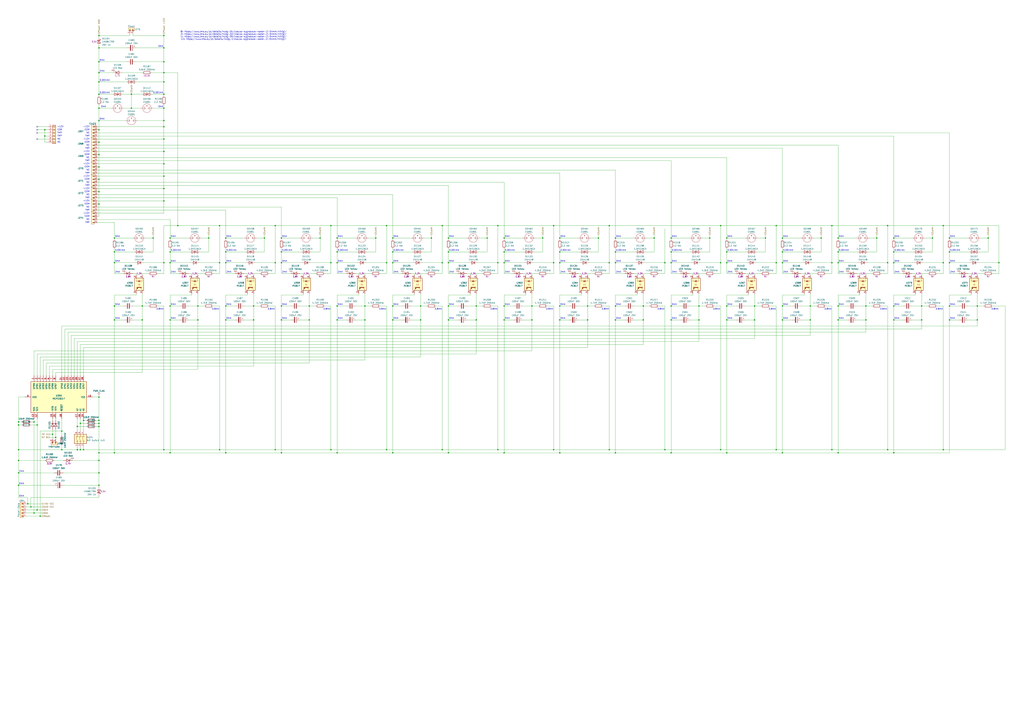
<source format=kicad_sch>
(kicad_sch (version 20231120) (generator "eeschema") (generator_version "8.0")
  (paper "A1")
  (junction (at 596.9 215.9))
  (junction (at 500.38 369.57))
  (junction (at 276.86 262.89))
  (junction (at 436.88 262.89))
  (junction (at 774.7 215.9))
  (junction (at 81.28 67.31))
  (junction (at 811.53 195.58))
  (junction (at 317.5 215.9))
  (junction (at 217.17 195.58))
  (junction (at 231.14 262.89))
  (junction (at 180.34 185.42))
  (junction (at 134.62 50.8))
  (junction (at 528.32 251.46))
  (junction (at 66.04 347.98))
  (junction (at 27.94 346.71))
  (junction (at 322.58 251.46))
  (junction (at 774.7 185.42))
  (junction (at 139.7 207.01))
  (junction (at 688.34 262.89))
  (junction (at 734.06 195.58))
  (junction (at 637.54 215.9))
  (junction (at 500.38 215.9))
  (junction (at 81.28 77.47))
  (junction (at 728.98 215.9))
  (junction (at 779.78 215.9))
  (junction (at 619.76 262.89))
  (junction (at 779.78 195.58))
  (junction (at 505.46 215.9))
  (junction (at 368.3 262.89))
  (junction (at 414.02 262.89))
  (junction (at 317.5 185.42))
  (junction (at 591.82 215.9))
  (junction (at 345.44 262.89))
  (junction (at 482.6 251.46))
  (junction (at 36.83 106.68))
  (junction (at 63.5 369.57))
  (junction (at 81.28 99.06))
  (junction (at 226.06 369.57))
  (junction (at 63.5 350.52))
  (junction (at 81.28 59.69))
  (junction (at 322.58 262.89))
  (junction (at 81.28 345.44))
  (junction (at 146.05 185.42))
  (junction (at 574.04 251.46))
  (junction (at 505.46 262.89))
  (junction (at 368.3 195.58))
  (junction (at 134.62 369.57))
  (junction (at 414.02 207.01))
  (junction (at 459.74 215.9))
  (junction (at 637.54 185.42))
  (junction (at 134.62 67.31))
  (junction (at 642.62 372.11))
  (junction (at 363.22 185.42))
  (junction (at 454.66 185.42))
  (junction (at 322.58 372.11))
  (junction (at 134.62 29.21))
  (junction (at 728.98 369.57))
  (junction (at 596.9 195.58))
  (junction (at 711.2 262.89))
  (junction (at 688.34 372.11))
  (junction (at 414.02 372.11))
  (junction (at 271.78 215.9))
  (junction (at 262.89 195.58))
  (junction (at 756.92 262.89))
  (junction (at 134.62 39.37))
  (junction (at 408.94 369.57))
  (junction (at 728.98 185.42))
  (junction (at 551.18 215.9))
  (junction (at 414.02 251.46))
  (junction (at 231.14 195.58))
  (junction (at 180.34 369.57))
  (junction (at 231.14 207.01))
  (junction (at 299.72 251.46))
  (junction (at 765.81 195.58))
  (junction (at 45.72 359.41))
  (junction (at 134.62 104.14))
  (junction (at 134.62 144.78))
  (junction (at 50.8 369.57))
  (junction (at 81.28 29.21))
  (junction (at 459.74 195.58))
  (junction (at 271.78 185.42))
  (junction (at 454.66 369.57))
  (junction (at 491.49 195.58))
  (junction (at 756.92 251.46))
  (junction (at 185.42 251.46))
  (junction (at 779.78 262.89))
  (junction (at 134.62 114.3))
  (junction (at 185.42 195.58))
  (junction (at 734.06 251.46))
  (junction (at 208.28 262.89))
  (junction (at 226.06 185.42))
  (junction (at 459.74 251.46))
  (junction (at 15.24 369.57))
  (junction (at 459.74 207.01))
  (junction (at 322.58 195.58))
  (junction (at 734.06 215.9))
  (junction (at 81.28 147.32))
  (junction (at 688.34 195.58))
  (junction (at 81.28 398.78))
  (junction (at 505.46 195.58))
  (junction (at 81.28 157.48))
  (junction (at 774.7 369.57))
  (junction (at 688.34 251.46))
  (junction (at 171.45 195.58))
  (junction (at 231.14 215.9))
  (junction (at 134.62 77.47))
  (junction (at 642.62 207.01))
  (junction (at 436.88 251.46))
  (junction (at 81.28 372.11))
  (junction (at 139.7 251.46))
  (junction (at 185.42 207.01))
  (junction (at 30.48 419.1))
  (junction (at 180.34 215.9))
  (junction (at 591.82 185.42))
  (junction (at 81.28 88.9))
  (junction (at 537.21 195.58))
  (junction (at 276.86 372.11))
  (junction (at 720.09 195.58))
  (junction (at 551.18 372.11))
  (junction (at 33.02 424.18))
  (junction (at 528.32 262.89))
  (junction (at 551.18 207.01))
  (junction (at 596.9 251.46))
  (junction (at 93.98 372.11))
  (junction (at 134.62 215.9))
  (junction (at 368.3 215.9))
  (junction (at 66.04 369.57))
  (junction (at 734.06 207.01))
  (junction (at 134.62 134.62))
  (junction (at 591.82 369.57))
  (junction (at 546.1 215.9))
  (junction (at 779.78 207.01))
  (junction (at 642.62 262.89))
  (junction (at 317.5 369.57))
  (junction (at 68.58 369.57))
  (junction (at 93.98 207.01))
  (junction (at 276.86 251.46))
  (junction (at 139.7 262.89))
  (junction (at 139.7 372.11))
  (junction (at 276.86 215.9))
  (junction (at 30.48 349.25))
  (junction (at 665.48 251.46))
  (junction (at 93.98 215.9))
  (junction (at 820.42 215.9))
  (junction (at 582.93 195.58))
  (junction (at 162.56 251.46))
  (junction (at 665.48 262.89))
  (junction (at 400.05 195.58))
  (junction (at 81.28 326.39))
  (junction (at 139.7 215.9))
  (junction (at 322.58 207.01))
  (junction (at 271.78 369.57))
  (junction (at 116.84 251.46))
  (junction (at 637.54 369.57))
  (junction (at 276.86 195.58))
  (junction (at 683.26 369.57))
  (junction (at 15.24 388.62))
  (junction (at 299.72 262.89))
  (junction (at 134.62 88.9))
  (junction (at 574.04 262.89))
  (junction (at 93.98 195.58))
  (junction (at 185.42 262.89))
  (junction (at 802.64 251.46))
  (junction (at 36.83 111.76))
  (junction (at 345.44 251.46))
  (junction (at 43.18 356.87))
  (junction (at 408.94 185.42))
  (junction (at 779.78 251.46))
  (junction (at 391.16 262.89))
  (junction (at 445.77 195.58))
  (junction (at 22.86 414.02))
  (junction (at 628.65 195.58))
  (junction (at 596.9 207.01))
  (junction (at 642.62 215.9))
  (junction (at 81.28 137.16))
  (junction (at 139.7 195.58))
  (junction (at 619.76 251.46))
  (junction (at 674.37 195.58))
  (junction (at 226.06 215.9))
  (junction (at 505.46 372.11))
  (junction (at 15.24 349.25))
  (junction (at 81.28 347.98))
  (junction (at 802.64 262.89))
  (junction (at 107.95 77.47))
  (junction (at 81.28 50.8))
  (junction (at 81.28 350.52))
  (junction (at 368.3 372.11))
  (junction (at 482.6 262.89))
  (junction (at 459.74 372.11))
  (junction (at 50.8 354.33))
  (junction (at 134.62 165.1))
  (junction (at 125.73 195.58))
  (junction (at 162.56 262.89))
  (junction (at 683.26 185.42))
  (junction (at 81.28 388.62))
  (junction (at 642.62 251.46))
  (junction (at 459.74 262.89))
  (junction (at 414.02 215.9))
  (junction (at 308.61 195.58))
  (junction (at 734.06 262.89))
  (junction (at 322.58 215.9))
  (junction (at 134.62 99.06))
  (junction (at 93.98 262.89))
  (junction (at 25.4 416.56))
  (junction (at 254 251.46))
  (junction (at 454.66 215.9))
  (junction (at 500.38 185.42))
  (junction (at 642.62 195.58))
  (junction (at 15.24 378.46))
  (junction (at 68.58 345.44))
  (junction (at 185.42 215.9))
  (junction (at 134.62 59.69))
  (junction (at 711.2 251.46))
  (junction (at 391.16 251.46))
  (junction (at 551.18 195.58))
  (junction (at 408.94 215.9))
  (junction (at 81.28 167.64))
  (junction (at 276.86 207.01))
  (junction (at 683.26 215.9))
  (junction (at 208.28 251.46))
  (junction (at 546.1 369.57))
  (junction (at 368.3 207.01))
  (junction (at 15.24 398.78))
  (junction (at 354.33 195.58))
  (junction (at 505.46 207.01))
  (junction (at 81.28 127))
  (junction (at 134.62 154.94))
  (junction (at 363.22 215.9))
  (junction (at 231.14 372.11))
  (junction (at 27.94 421.64))
  (junction (at 81.28 39.37))
  (junction (at 414.02 195.58))
  (junction (at 551.18 251.46))
  (junction (at 185.42 372.11))
  (junction (at 81.28 378.46))
  (junction (at 81.28 106.68))
  (junction (at 688.34 207.01))
  (junction (at 254 262.89))
  (junction (at 368.3 251.46))
  (junction (at 15.24 346.71))
  (junction (at 116.84 262.89))
  (junction (at 688.34 215.9))
  (junction (at 505.46 251.46))
  (junction (at 596.9 262.89))
  (junction (at 551.18 262.89))
  (junction (at 107.95 88.9))
  (junction (at 81.28 116.84))
  (junction (at 596.9 372.11))
  (junction (at 134.62 124.46))
  (junction (at 93.98 251.46))
  (junction (at 363.22 369.57))
  (junction (at 231.14 251.46))
  (junction (at 734.06 372.11))
  (no_connect (at 30.48 106.68))
  (no_connect (at 30.48 104.14))
  (no_connect (at 30.48 114.3))
  (no_connect (at 30.48 109.22))
  (wire (pts (xy 642.62 195.58) (xy 657.86 195.58)))
  (wire (pts (xy 134.62 144.78) (xy 134.62 154.94)))
  (wire (pts (xy 596.9 372.11) (xy 642.62 372.11)))
  (wire (pts (xy 134.62 134.62) (xy 134.62 144.78)))
  (wire (pts (xy 113.03 99.06) (xy 134.62 99.06)))
  (wire (pts (xy 299.72 241.3) (xy 299.72 251.46)))
  (wire (pts (xy 505.46 251.46) (xy 513.08 251.46)))
  (wire (pts (xy 80.01 129.54) (xy 596.9 129.54)))
  (wire (pts (xy 622.3 195.58) (xy 628.65 195.58)))
  (wire (pts (xy 162.56 303.53) (xy 162.56 262.89)))
  (wire (pts (xy 431.8 241.3) (xy 431.8 242.57)))
  (wire (pts (xy 40.64 359.41) (xy 45.72 359.41)))
  (wire (pts (xy 703.58 262.89) (xy 711.2 262.89)))
  (wire (pts (xy 368.3 224.79) (xy 375.92 224.79)))
  (wire (pts (xy 642.62 215.9) (xy 659.13 215.9)))
  (wire (pts (xy 81.28 400.05) (xy 81.28 398.78)))
  (wire (pts (xy 528.32 251.46) (xy 533.4 251.46)))
  (wire (pts (xy 276.86 224.79) (xy 284.48 224.79)))
  (wire (pts (xy 139.7 215.9) (xy 139.7 224.79)))
  (wire (pts (xy 299.72 224.79) (xy 304.8 224.79)))
  (wire (pts (xy 50.8 344.17) (xy 50.8 354.33)))
  (wire (pts (xy 345.44 224.79) (xy 345.44 226.06)))
  (wire (pts (xy 33.02 354.33) (xy 33.02 424.18)))
  (wire (pts (xy 80.01 139.7) (xy 505.46 139.7)))
  (wire (pts (xy 392.43 215.9) (xy 408.94 215.9)))
  (wire (pts (xy 80.01 124.46) (xy 134.62 124.46)))
  (wire (pts (xy 683.26 251.46) (xy 683.26 369.57)))
  (wire (pts (xy 337.82 262.89) (xy 345.44 262.89)))
  (wire (pts (xy 459.74 215.9) (xy 459.74 224.79)))
  (wire (pts (xy 728.98 215.9) (xy 728.98 224.79)))
  (wire (pts (xy 15.24 346.71) (xy 15.24 349.25)))
  (wire (pts (xy 820.42 185.42) (xy 820.42 215.9)))
  (wire (pts (xy 25.4 416.56) (xy 34.29 416.56)))
  (wire (pts (xy 439.42 195.58) (xy 445.77 195.58)))
  (wire (pts (xy 317.5 185.42) (xy 317.5 215.9)))
  (wire (pts (xy 162.56 251.46) (xy 167.64 251.46)))
  (wire (pts (xy 317.5 251.46) (xy 317.5 369.57)))
  (wire (pts (xy 591.82 185.42) (xy 591.82 215.9)))
  (wire (pts (xy 723.9 224.79) (xy 728.98 224.79)))
  (wire (pts (xy 78.74 350.52) (xy 81.28 350.52)))
  (wire (pts (xy 139.7 262.89) (xy 139.7 372.11)))
  (wire (pts (xy 391.16 251.46) (xy 391.16 262.89)))
  (wire (pts (xy 163.83 215.9) (xy 180.34 215.9)))
  (wire (pts (xy 45.72 344.17) (xy 45.72 345.44)))
  (wire (pts (xy 185.42 195.58) (xy 200.66 195.58)))
  (wire (pts (xy 368.3 204.47) (xy 368.3 207.01)))
  (wire (pts (xy 734.06 251.46) (xy 734.06 262.89)))
  (wire (pts (xy 391.16 290.83) (xy 30.48 290.83)))
  (wire (pts (xy 50.8 354.33) (xy 50.8 358.14)))
  (wire (pts (xy 734.06 111.76) (xy 80.01 111.76)))
  (wire (pts (xy 568.96 241.3) (xy 568.96 242.57)))
  (wire (pts (xy 180.34 369.57) (xy 134.62 369.57)))
  (wire (pts (xy 119.38 195.58) (xy 125.73 195.58)))
  (wire (pts (xy 185.42 196.85) (xy 185.42 195.58)))
  (wire (pts (xy 779.78 196.85) (xy 779.78 195.58)))
  (wire (pts (xy 666.75 207.01) (xy 674.37 207.01)))
  (wire (pts (xy 574.04 251.46) (xy 579.12 251.46)))
  (wire (pts (xy 414.02 242.57) (xy 431.8 242.57)))
  (wire (pts (xy 728.98 369.57) (xy 683.26 369.57)))
  (wire (pts (xy 81.28 29.21) (xy 81.28 30.48)))
  (wire (pts (xy 276.86 215.9) (xy 276.86 224.79)))
  (wire (pts (xy 276.86 262.89) (xy 284.48 262.89)))
  (wire (pts (xy 711.2 224.79) (xy 716.28 224.79)))
  (wire (pts (xy 180.34 185.42) (xy 226.06 185.42)))
  (wire (pts (xy 21.59 416.56) (xy 25.4 416.56)))
  (wire (pts (xy 749.3 262.89) (xy 756.92 262.89)))
  (wire (pts (xy 551.18 242.57) (xy 551.18 251.46)))
  (wire (pts (xy 459.74 242.57) (xy 459.74 251.46)))
  (wire (pts (xy 203.2 224.79) (xy 200.66 224.79)))
  (wire (pts (xy 322.58 372.11) (xy 368.3 372.11)))
  (wire (pts (xy 756.92 251.46) (xy 756.92 262.89)))
  (wire (pts (xy 454.66 185.42) (xy 500.38 185.42)))
  (wire (pts (xy 322.58 242.57) (xy 322.58 251.46)))
  (wire (pts (xy 802.64 224.79) (xy 802.64 226.06)))
  (wire (pts (xy 262.89 193.04) (xy 262.89 195.58)))
  (wire (pts (xy 81.28 106.68) (xy 81.28 99.06)))
  (wire (pts (xy 345.44 241.3) (xy 345.44 251.46)))
  (wire (pts (xy 100.33 77.47) (xy 107.95 77.47)))
  (wire (pts (xy 93.98 251.46) (xy 93.98 262.89)))
  (wire (pts (xy 317.5 185.42) (xy 363.22 185.42)))
  (wire (pts (xy 292.1 251.46) (xy 299.72 251.46)))
  (wire (pts (xy 642.62 262.89) (xy 642.62 372.11)))
  (wire (pts (xy 414.02 372.11) (xy 459.74 372.11)))
  (wire (pts (xy 111.76 67.31) (xy 134.62 67.31)))
  (wire (pts (xy 185.42 207.01) (xy 201.93 207.01)))
  (wire (pts (xy 400.05 193.04) (xy 400.05 195.58)))
  (wire (pts (xy 505.46 139.7) (xy 505.46 195.58)))
  (wire (pts (xy 200.66 251.46) (xy 208.28 251.46)))
  (wire (pts (xy 217.17 195.58) (xy 217.17 207.01)))
  (wire (pts (xy 78.74 345.44) (xy 81.28 345.44)))
  (wire (pts (xy 185.42 224.79) (xy 193.04 224.79)))
  (wire (pts (xy 683.26 185.42) (xy 637.54 185.42)))
  (wire (pts (xy 596.9 251.46) (xy 596.9 262.89)))
  (wire (pts (xy 44.45 378.46) (xy 52.07 378.46)))
  (wire (pts (xy 276.86 372.11) (xy 322.58 372.11)))
  (wire (pts (xy 322.58 262.89) (xy 330.2 262.89)))
  (wire (pts (xy 551.18 262.89) (xy 551.18 372.11)))
  (wire (pts (xy 38.1 308.61) (xy 38.1 298.45)))
  (wire (pts (xy 81.28 325.12) (xy 81.28 326.39)))
  (wire (pts (xy 185.42 242.57) (xy 203.2 242.57)))
  (wire (pts (xy 81.28 408.94) (xy 81.28 407.67)))
  (wire (pts (xy 154.94 251.46) (xy 162.56 251.46)))
  (wire (pts (xy 15.24 408.94) (xy 22.86 408.94)))
  (wire (pts (xy 63.5 369.57) (xy 66.04 369.57)))
  (wire (pts (xy 459.74 207.01) (xy 459.74 215.9)))
  (wire (pts (xy 805.18 195.58) (xy 811.53 195.58)))
  (wire (pts (xy 383.54 262.89) (xy 391.16 262.89)))
  (wire (pts (xy 586.74 224.79) (xy 591.82 224.79)))
  (wire (pts (xy 392.43 207.01) (xy 400.05 207.01)))
  (wire (pts (xy 505.46 242.57) (xy 505.46 251.46)))
  (wire (pts (xy 256.54 195.58) (xy 262.89 195.58)))
  (wire (pts (xy 80.01 114.3) (xy 134.62 114.3)))
  (wire (pts (xy 134.62 369.57) (xy 68.58 369.57)))
  (wire (pts (xy 271.78 185.42) (xy 317.5 185.42)))
  (wire (pts (xy 294.64 241.3) (xy 294.64 242.57)))
  (wire (pts (xy 93.98 242.57) (xy 111.76 242.57)))
  (wire (pts (xy 688.34 119.38) (xy 80.01 119.38)))
  (wire (pts (xy 408.94 185.42) (xy 408.94 215.9)))
  (wire (pts (xy 551.18 372.11) (xy 596.9 372.11)))
  (wire (pts (xy 308.61 193.04) (xy 308.61 195.58)))
  (wire (pts (xy 38.1 298.45) (xy 254 298.45)))
  (wire (pts (xy 711.2 241.3) (xy 711.2 251.46)))
  (wire (pts (xy 459.74 224.79) (xy 467.36 224.79)))
  (wire (pts (xy 505.46 242.57) (xy 523.24 242.57)))
  (wire (pts (xy 134.62 185.42) (xy 146.05 185.42)))
  (wire (pts (xy 591.82 251.46) (xy 586.74 251.46)))
  (wire (pts (xy 299.72 224.79) (xy 299.72 226.06)))
  (wire (pts (xy 55.88 273.05) (xy 711.2 273.05)))
  (wire (pts (xy 523.24 224.79) (xy 520.7 224.79)))
  (wire (pts (xy 711.2 251.46) (xy 711.2 262.89)))
  (wire (pts (xy 706.12 241.3) (xy 706.12 242.57)))
  (wire (pts (xy 758.19 207.01) (xy 765.81 207.01)))
  (wire (pts (xy 15.24 326.39) (xy 20.32 326.39)))
  (wire (pts (xy 157.48 224.79) (xy 154.94 224.79)))
  (wire (pts (xy 81.28 99.06) (xy 102.87 99.06)))
  (wire (pts (xy 688.34 224.79) (xy 695.96 224.79)))
  (wire (pts (xy 688.34 195.58) (xy 703.58 195.58)))
  (wire (pts (xy 505.46 215.9) (xy 505.46 224.79)))
  (wire (pts (xy 345.44 224.79) (xy 350.52 224.79)))
  (wire (pts (xy 734.06 204.47) (xy 734.06 207.01)))
  (wire (pts (xy 596.9 207.01) (xy 596.9 215.9)))
  (wire (pts (xy 271.78 215.9) (xy 271.78 224.79)))
  (wire (pts (xy 802.64 267.97) (xy 802.64 262.89)))
  (wire (pts (xy 688.34 215.9) (xy 704.85 215.9)))
  (wire (pts (xy 63.5 350.52) (xy 63.5 353.06)))
  (wire (pts (xy 271.78 369.57) (xy 226.06 369.57)))
  (wire (pts (xy 637.54 185.42) (xy 637.54 215.9)))
  (wire (pts (xy 93.98 207.01) (xy 110.49 207.01)))
  (wire (pts (xy 734.06 111.76) (xy 734.06 195.58)))
  (wire (pts (xy 749.3 251.46) (xy 756.92 251.46)))
  (wire (pts (xy 505.46 262.89) (xy 513.08 262.89)))
  (wire (pts (xy 139.7 242.57) (xy 157.48 242.57)))
  (wire (pts (xy 642.62 262.89) (xy 650.24 262.89)))
  (wire (pts (xy 134.62 88.9) (xy 134.62 99.06)))
  (wire (pts (xy 728.98 251.46) (xy 723.9 251.46)))
  (wire (pts (xy 728.98 185.42) (xy 728.98 215.9)))
  (wire (pts (xy 551.18 224.79) (xy 558.8 224.79)))
  (wire (pts (xy 619.76 241.3) (xy 619.76 251.46)))
  (wire (pts (xy 134.62 251.46) (xy 134.62 369.57)))
  (wire (pts (xy 482.6 251.46) (xy 482.6 262.89)))
  (wire (pts (xy 596.9 251.46) (xy 604.52 251.46)))
  (wire (pts (xy 678.18 224.79) (xy 683.26 224.79)))
  (wire (pts (xy 414.02 207.01) (xy 430.53 207.01)))
  (wire (pts (xy 505.46 372.11) (xy 551.18 372.11)))
  (wire (pts (xy 15.24 369.57) (xy 15.24 378.46)))
  (wire (pts (xy 414.02 242.57) (xy 414.02 251.46)))
  (wire (pts (xy 431.8 226.06) (xy 431.8 224.79)))
  (wire (pts (xy 459.74 372.11) (xy 505.46 372.11)))
  (wire (pts (xy 779.78 242.57) (xy 797.56 242.57)))
  (wire (pts (xy 317.5 369.57) (xy 271.78 369.57)))
  (wire (pts (xy 185.42 172.72) (xy 185.42 195.58)))
  (wire (pts (xy 505.46 196.85) (xy 505.46 195.58)))
  (wire (pts (xy 134.62 185.42) (xy 134.62 215.9)))
  (wire (pts (xy 80.01 104.14) (xy 134.62 104.14)))
  (wire (pts (xy 154.94 262.89) (xy 162.56 262.89)))
  (wire (pts (xy 27.94 288.29) (xy 27.94 308.61)))
  (wire (pts (xy 546.1 369.57) (xy 591.82 369.57)))
  (wire (pts (xy 180.34 251.46) (xy 175.26 251.46)))
  (wire (pts (xy 674.37 195.58) (xy 674.37 207.01)))
  (wire (pts (xy 80.01 157.48) (xy 81.28 157.48)))
  (wire (pts (xy 765.81 193.04) (xy 765.81 195.58)))
  (wire (pts (xy 217.17 193.04) (xy 217.17 195.58)))
  (wire (pts (xy 414.02 251.46) (xy 421.64 251.46)))
  (wire (pts (xy 162.56 251.46) (xy 162.56 262.89)))
  (wire (pts (xy 299.72 262.89) (xy 299.72 295.91)))
  (wire (pts (xy 477.52 224.79) (xy 474.98 224.79)))
  (wire (pts (xy 21.59 414.02) (xy 22.86 414.02)))
  (wire (pts (xy 574.04 241.3) (xy 574.04 251.46)))
  (wire (pts (xy 774.7 185.42) (xy 820.42 185.42)))
  (wire (pts (xy 116.84 306.07) (xy 45.72 306.07)))
  (wire (pts (xy 111.76 241.3) (xy 111.76 242.57)))
  (wire (pts (xy 414.02 262.89) (xy 421.64 262.89)))
  (wire (pts (xy 756.92 251.46) (xy 762 251.46)))
  (wire (pts (xy 81.28 147.32) (xy 81.28 157.48)))
  (wire (pts (xy 209.55 215.9) (xy 226.06 215.9)))
  (wire (pts (xy 751.84 226.06) (xy 751.84 224.79)))
  (wire (pts (xy 391.16 224.79) (xy 396.24 224.79)))
  (wire (pts (xy 711.2 262.89) (xy 711.2 273.05)))
  (wire (pts (xy 81.28 116.84) (xy 81.28 127)))
  (wire (pts (xy 80.01 121.92) (xy 642.62 121.92)))
  (wire (pts (xy 619.76 278.13) (xy 60.96 278.13)))
  (wire (pts (xy 81.28 50.8) (xy 81.28 59.69)))
  (wire (pts (xy 322.58 196.85) (xy 322.58 195.58)))
  (wire (pts (xy 66.04 368.3) (xy 66.04 369.57)))
  (wire (pts (xy 81.28 67.31) (xy 81.28 77.47)))
  (wire (pts (xy 734.06 242.57) (xy 734.06 251.46)))
  (wire (pts (xy 596.9 242.57) (xy 614.68 242.57)))
  (wire (pts (xy 15.24 369.57) (xy 50.8 369.57)))
  (wire (pts (xy 642.62 121.92) (xy 642.62 195.58)))
  (wire (pts (xy 116.84 224.79) (xy 116.84 226.06)))
  (wire (pts (xy 769.62 224.79) (xy 774.7 224.79)))
  (wire (pts (xy 485.14 195.58) (xy 491.49 195.58)))
  (wire (pts (xy 134.62 251.46) (xy 129.54 251.46)))
  (wire (pts (xy 254 298.45) (xy 254 262.89)))
  (wire (pts (xy 300.99 215.9) (xy 317.5 215.9)))
  (wire (pts (xy 523.24 226.06) (xy 523.24 224.79)))
  (wire (pts (xy 81.28 345.44) (xy 81.28 326.39)))
  (wire (pts (xy 802.64 251.46) (xy 802.64 262.89)))
  (wire (pts (xy 81.28 88.9) (xy 81.28 99.06)))
  (wire (pts (xy 255.27 215.9) (xy 271.78 215.9)))
  (wire (pts (xy 45.72 353.06) (xy 45.72 359.41)))
  (wire (pts (xy 459.74 262.89) (xy 467.36 262.89)))
  (wire (pts (xy 482.6 224.79) (xy 487.68 224.79)))
  (wire (pts (xy 477.52 226.06) (xy 477.52 224.79)))
  (wire (pts (xy 596.9 204.47) (xy 596.9 207.01)))
  (wire (pts (xy 78.74 347.98) (xy 81.28 347.98)))
  (wire (pts (xy 322.58 160.02) (xy 322.58 195.58)))
  (wire (pts (xy 779.78 215.9) (xy 796.29 215.9)))
  (wire (pts (xy 124.46 59.69) (xy 134.62 59.69)))
  (wire (pts (xy 637.54 251.46) (xy 632.46 251.46)))
  (wire (pts (xy 436.88 251.46) (xy 436.88 262.89)))
  (wire (pts (xy 36.83 116.84) (xy 36.83 111.76)))
  (wire (pts (xy 81.28 347.98) (xy 81.28 345.44)))
  (wire (pts (xy 63.5 344.17) (xy 63.5 350.52)))
  (wire (pts (xy 408.94 251.46) (xy 408.94 369.57)))
  (wire (pts (xy 596.9 224.79) (xy 604.52 224.79)))
  (wire (pts (xy 779.78 207.01) (xy 779.78 215.9)))
  (wire (pts (xy 226.06 251.46) (xy 226.06 369.57)))
  (wire (pts (xy 591.82 251.46) (xy 591.82 369.57)))
  (wire (pts (xy 15.24 349.25) (xy 15.24 369.57)))
  (wire (pts (xy 734.06 262.89) (xy 741.68 262.89)))
  (wire (pts (xy 541.02 224.79) (xy 546.1 224.79)))
  (wire (pts (xy 528.32 283.21) (xy 528.32 262.89)))
  (wire (pts (xy 231.14 242.57) (xy 248.92 242.57)))
  (wire (pts (xy 802.64 251.46) (xy 807.72 251.46)))
  (wire (pts (xy 528.32 224.79) (xy 533.4 224.79)))
  (wire (pts (xy 185.42 262.89) (xy 193.04 262.89)))
  (wire (pts (xy 231.14 170.18) (xy 231.14 195.58)))
  (wire (pts (xy 774.7 215.9) (xy 774.7 224.79)))
  (wire (pts (xy 180.34 369.57) (xy 226.06 369.57)))
  (wire (pts (xy 459.74 262.89) (xy 459.74 372.11)))
  (wire (pts (xy 125.73 195.58) (xy 125.73 207.01)))
  (wire (pts (xy 779.78 215.9) (xy 779.78 224.79)))
  (wire (pts (xy 80.01 175.26) (xy 134.62 175.26)))
  (wire (pts (xy 759.46 195.58) (xy 765.81 195.58)))
  (wire (pts (xy 642.62 215.9) (xy 642.62 224.79)))
  (wire (pts (xy 368.3 251.46) (xy 375.92 251.46)))
  (wire (pts (xy 226.06 215.9) (xy 226.06 224.79)))
  (wire (pts (xy 276.86 204.47) (xy 276.86 207.01)))
  (wire (pts (xy 175.26 224.79) (xy 180.34 224.79)))
  (wire (pts (xy 642.62 242.57) (xy 642.62 251.46)))
  (wire (pts (xy 21.59 419.1) (xy 30.48 419.1)))
  (wire (pts (xy 500.38 369.57) (xy 546.1 369.57)))
  (wire (pts (xy 15.24 388.62) (xy 15.24 398.78)))
  (wire (pts (xy 322.58 262.89) (xy 322.58 372.11)))
  (wire (pts (xy 454.66 369.57) (xy 500.38 369.57)))
  (wire (pts (xy 779.78 262.89) (xy 787.4 262.89)))
  (wire (pts (xy 568.96 224.79) (xy 566.42 224.79)))
  (wire (pts (xy 162.56 224.79) (xy 167.64 224.79)))
  (wire (pts (xy 231.14 372.11) (xy 276.86 372.11)))
  (wire (pts (xy 139.7 180.34) (xy 139.7 195.58)))
  (wire (pts (xy 551.18 251.46) (xy 551.18 262.89)))
  (wire (pts (xy 300.99 207.01) (xy 308.61 207.01)))
  (wire (pts (xy 505.46 204.47) (xy 505.46 207.01)))
  (wire (pts (xy 505.46 215.9) (xy 521.97 215.9)))
  (wire (pts (xy 116.84 251.46) (xy 121.92 251.46)))
  (wire (pts (xy 621.03 207.01) (xy 628.65 207.01)))
  (wire (pts (xy 528.32 241.3) (xy 528.32 251.46)))
  (wire (pts (xy 40.64 300.99) (xy 40.64 308.61)))
  (wire (pts (xy 80.01 106.68) (xy 81.28 106.68)))
  (wire (pts (xy 720.09 193.04) (xy 720.09 195.58)))
  (wire (pts (xy 35.56 295.91) (xy 35.56 308.61)))
  (wire (pts (xy 619.76 224.79) (xy 624.84 224.79)))
  (wire (pts (xy 81.28 106.68) (xy 81.28 116.84)))
  (wire (pts (xy 208.28 241.3) (xy 208.28 251.46)))
  (wire (pts (xy 308.61 195.58) (xy 308.61 207.01)))
  (wire (pts (xy 582.93 193.04) (xy 582.93 195.58)))
  (wire (pts (xy 93.98 195.58) (xy 109.22 195.58)))
  (wire (pts (xy 129.54 224.79) (xy 134.62 224.79)))
  (wire (pts (xy 134.62 27.94) (xy 134.62 29.21)))
  (wire (pts (xy 208.28 224.79) (xy 213.36 224.79)))
  (wire (pts (xy 574.04 224.79) (xy 574.04 226.06)))
  (wire (pts (xy 208.28 262.89) (xy 208.28 300.99)))
  (wire (pts (xy 706.12 226.06) (xy 706.12 224.79)))
  (wire (pts (xy 438.15 215.9) (xy 454.66 215.9)))
  (wire (pts (xy 500.38 215.9) (xy 500.38 224.79)))
  (wire (pts (xy 551.18 215.9) (xy 551.18 224.79)))
  (wire (pts (xy 596.9 207.01) (xy 613.41 207.01)))
  (wire (pts (xy 628.65 193.04) (xy 628.65 195.58)))
  (wire (pts (xy 574.04 280.67) (xy 63.5 280.67)))
  (wire (pts (xy 312.42 224.79) (xy 317.5 224.79)))
  (wire (pts (xy 254 224.79) (xy 254 226.06)))
  (wire (pts (xy 22.86 414.02) (xy 34.29 414.02)))
  (wire (pts (xy 528.32 251.46) (xy 528.32 262.89)))
  (wire (pts (xy 139.7 195.58) (xy 154.94 195.58)))
  (wire (pts (xy 299.72 295.91) (xy 35.56 295.91)))
  (wire (pts (xy 271.78 251.46) (xy 271.78 369.57)))
  (wire (pts (xy 81.28 147.32) (xy 81.28 137.16)))
  (wire (pts (xy 363.22 215.9) (xy 363.22 224.79)))
  (wire (pts (xy 81.28 77.47) (xy 81.28 78.74)))
  (wire (pts (xy 756.92 262.89) (xy 756.92 270.51)))
  (wire (pts (xy 386.08 241.3) (xy 386.08 242.57)))
  (wire (pts (xy 482.6 241.3) (xy 482.6 251.46)))
  (wire (pts (xy 474.98 262.89) (xy 482.6 262.89)))
  (wire (pts (xy 551.18 196.85) (xy 551.18 195.58)))
  (wire (pts (xy 803.91 207.01) (xy 811.53 207.01)))
  (wire (pts (xy 134.62 59.69) (xy 134.62 50.8)))
  (wire (pts (xy 30.48 349.25) (xy 30.48 344.17)))
  (wire (pts (xy 612.14 251.46) (xy 619.76 251.46)))
  (wire (pts (xy 134.62 39.37) (xy 134.62 50.8)))
  (wire (pts (xy 505.46 224.79) (xy 513.08 224.79)))
  (wire (pts (xy 116.84 306.07) (xy 116.84 262.89)))
  (wire (pts (xy 80.01 165.1) (xy 134.62 165.1)))
  (wire (pts (xy 157.48 226.06) (xy 157.48 224.79)))
  (wire (pts (xy 363.22 251.46) (xy 358.14 251.46)))
  (wire (pts (xy 109.22 29.21) (xy 134.62 29.21)))
  (wire (pts (xy 80.01 170.18) (xy 231.14 170.18)))
  (wire (pts (xy 368.3 207.01) (xy 368.3 215.9)))
  (wire (pts (xy 459.74 195.58) (xy 474.98 195.58)))
  (wire (pts (xy 414.02 196.85) (xy 414.02 195.58)))
  (wire (pts (xy 66.04 347.98) (xy 71.12 347.98)))
  (wire (pts (xy 322.58 207.01) (xy 322.58 215.9)))
  (wire (pts (xy 429.26 251.46) (xy 436.88 251.46)))
  (wire (pts (xy 477.52 241.3) (xy 477.52 242.57)))
  (wire (pts (xy 657.86 262.89) (xy 665.48 262.89)))
  (wire (pts (xy 93.98 251.46) (xy 101.6 251.46)))
  (wire (pts (xy 449.58 224.79) (xy 454.66 224.79)))
  (wire (pts (xy 614.68 224.79) (xy 612.14 224.79)))
  (wire (pts (xy 825.5 251.46) (xy 825.5 369.57)))
  (wire (pts (xy 734.06 196.85) (xy 734.06 195.58)))
  (wire (pts (xy 400.05 195.58) (xy 400.05 207.01)))
  (wire (pts (xy 734.06 195.58) (xy 749.3 195.58)))
  (wire (pts (xy 180.34 185.42) (xy 180.34 215.9)))
  (wire (pts (xy 80.01 127) (xy 81.28 127)))
  (wire (pts (xy 111.76 226.06) (xy 111.76 224.79)))
  (wire (pts (xy 276.86 195.58) (xy 292.1 195.58)))
  (wire (pts (xy 797.56 224.79) (xy 795.02 224.79)))
  (wire (pts (xy 642.62 207.01) (xy 642.62 215.9)))
  (wire (pts (xy 459.74 215.9) (xy 476.25 215.9)))
  (wire (pts (xy 619.76 262.89) (xy 619.76 278.13)))
  (wire (pts (xy 116.84 251.46) (xy 116.84 262.89)))
  (wire (pts (xy 139.7 196.85) (xy 139.7 195.58)))
  (wire (pts (xy 134.62 175.26) (xy 134.62 165.1)))
  (wire (pts (xy 93.98 224.79) (xy 101.6 224.79)))
  (wire (pts (xy 43.18 344.17) (xy 43.18 345.44)))
  (wire (pts (xy 139.7 204.47) (xy 139.7 207.01)))
  (wire (pts (xy 354.33 193.04) (xy 354.33 195.58)))
  (wire (pts (xy 734.06 251.46) (xy 741.68 251.46)))
  (wire (pts (xy 575.31 215.9) (xy 591.82 215.9)))
  (wire (pts (xy 345.44 262.89) (xy 345.44 293.37)))
  (wire (pts (xy 797.56 241.3) (xy 797.56 242.57)))
  (wire (pts (xy 53.34 270.51) (xy 53.34 308.61)))
  (wire (pts (xy 774.7 185.42) (xy 728.98 185.42)))
  (wire (pts (xy 231.14 207.01) (xy 231.14 215.9)))
  (wire (pts (xy 436.88 224.79) (xy 436.88 226.06)))
  (wire (pts (xy 299.72 251.46) (xy 304.8 251.46)))
  (wire (pts (xy 81.28 167.64) (xy 81.28 157.48)))
  (wire (pts (xy 139.7 224.79) (xy 147.32 224.79)))
  (wire (pts (xy 276.86 207.01) (xy 293.37 207.01)))
  (wire (pts (xy 185.42 204.47) (xy 185.42 207.01)))
  (wire (pts (xy 414.02 204.47) (xy 414.02 207.01)))
  (wire (pts (xy 688.34 242.57) (xy 706.12 242.57)))
  (wire (pts (xy 220.98 224.79) (xy 226.06 224.79)))
  (wire (pts (xy 276.86 207.01) (xy 276.86 215.9)))
  (wire (pts (xy 58.42 275.59) (xy 58.42 308.61)))
  (wire (pts (xy 36.83 106.68) (xy 36.83 111.76)))
  (wire (pts (xy 68.58 285.75) (xy 68.58 308.61)))
  (wire (pts (xy 734.06 242.57) (xy 751.84 242.57)))
  (wire (pts (xy 60.96 278.13) (xy 60.96 308.61)))
  (wire (pts (xy 774.7 185.42) (xy 774.7 215.9)))
  (wire (pts (xy 576.58 195.58) (xy 582.93 195.58)))
  (wire (pts (xy 688.34 251.46) (xy 688.34 262.89)))
  (wire (pts (xy 118.11 215.9) (xy 134.62 215.9)))
  (wire (pts (xy 436.88 288.29) (xy 27.94 288.29)))
  (wire (pts (xy 368.3 262.89) (xy 375.92 262.89)))
  (wire (pts (xy 756.92 224.79) (xy 762 224.79)))
  (wire (pts (xy 688.34 372.11) (xy 734.06 372.11)))
  (wire (pts (xy 459.74 204.47) (xy 459.74 207.01)))
  (wire (pts (xy 101.6 88.9) (xy 107.95 88.9)))
  (wire (pts (xy 231.14 262.89) (xy 238.76 262.89)))
  (wire (pts (xy 391.16 224.79) (xy 391.16 226.06)))
  (wire (pts (xy 482.6 251.46) (xy 487.68 251.46)))
  (wire (pts (xy 551.18 204.47) (xy 551.18 207.01)))
  (wire (pts (xy 500.38 185.42) (xy 500.38 215.9)))
  (wire (pts (xy 80.01 180.34) (xy 139.7 180.34)))
  (wire (pts (xy 231.14 251.46) (xy 231.14 262.89)))
  (wire (pts (xy 688.34 262.89) (xy 688.34 372.11)))
  (wire (pts (xy 774.7 369.57) (xy 825.5 369.57)))
  (wire (pts (xy 728.98 251.46) (xy 728.98 369.57)))
  (wire (pts (xy 322.58 215.9) (xy 339.09 215.9)))
  (wire (pts (xy 414.02 262.89) (xy 414.02 372.11)))
  (wire (pts (xy 346.71 215.9) (xy 363.22 215.9)))
  (wire (pts (xy 66.04 283.21) (xy 528.32 283.21)))
  (wire (pts (xy 596.9 262.89) (xy 596.9 372.11)))
  (wire (pts (xy 505.46 207.01) (xy 505.46 215.9)))
  (wire (pts (xy 612.14 262.89) (xy 619.76 262.89)))
  (wire (pts (xy 779.78 251.46) (xy 787.4 251.46)))
  (wire (pts (xy 642.62 204.47) (xy 642.62 207.01)))
  (wire (pts (xy 185.42 215.9) (xy 201.93 215.9)))
  (wire (pts (xy 27.94 421.64) (xy 34.29 421.64)))
  (wire (pts (xy 30.48 290.83) (xy 30.48 308.61)))
  (wire (pts (xy 30.48 106.68) (xy 36.83 106.68)))
  (wire (pts (xy 276.86 242.57) (xy 276.86 251.46)))
  (wire (pts (xy 209.55 207.01) (xy 217.17 207.01)))
  (wire (pts (xy 139.7 207.01) (xy 156.21 207.01)))
  (wire (pts (xy 21.59 421.64) (xy 27.94 421.64)))
  (wire (pts (xy 596.9 215.9) (xy 613.41 215.9)))
  (wire (pts (xy 116.84 241.3) (xy 116.84 251.46)))
  (wire (pts (xy 628.65 195.58) (xy 628.65 207.01)))
  (wire (pts (xy 162.56 224.79) (xy 162.56 226.06)))
  (wire (pts (xy 454.66 251.46) (xy 449.58 251.46)))
  (wire (pts (xy 40.64 356.87) (xy 43.18 356.87)))
  (wire (pts (xy 491.49 193.04) (xy 491.49 195.58)))
  (wire (pts (xy 25.4 408.94) (xy 25.4 416.56)))
  (wire (pts (xy 368.3 215.9) (xy 368.3 224.79)))
  (wire (pts (xy 80.01 152.4) (xy 368.3 152.4)))
  (wire (pts (xy 483.87 207.01) (xy 491.49 207.01)))
  (wire (pts (xy 779.78 372.11) (xy 779.78 262.89)))
  (wire (pts (xy 483.87 215.9) (xy 500.38 215.9)))
  (wire (pts (xy 363.22 185.42) (xy 408.94 185.42)))
  (wire (pts (xy 231.14 215.9) (xy 247.65 215.9)))
  (wire (pts (xy 408.94 251.46) (xy 403.86 251.46)))
  (wire (pts (xy 797.56 226.06) (xy 797.56 224.79)))
  (wire (pts (xy 294.64 224.79) (xy 292.1 224.79)))
  (wire (pts (xy 393.7 195.58) (xy 400.05 195.58)))
  (wire (pts (xy 758.19 215.9) (xy 774.7 215.9)))
  (wire (pts (xy 36.83 106.68) (xy 39.37 106.68)))
  (wire (pts (xy 340.36 224.79) (xy 337.82 224.79)))
  (wire (pts (xy 139.7 242.57) (xy 139.7 251.46)))
  (wire (pts (xy 231.14 215.9) (xy 231.14 224.79)))
  (wire (pts (xy 459.74 251.46) (xy 467.36 251.46)))
  (wire (pts (xy 779.78 109.22) (xy 779.78 195.58)))
  (wire (pts (xy 276.86 242.57) (xy 294.64 242.57)))
  (wire (pts (xy 614.68 241.3) (xy 614.68 242.57)))
  (wire (pts (xy 779.78 242.57) (xy 779.78 251.46)))
  (wire (pts (xy 436.88 241.3) (xy 436.88 251.46)))
  (wire (pts (xy 500.38 185.42) (xy 591.82 185.42)))
  (wire (pts (xy 43.18 353.06) (xy 43.18 356.87)))
  (wire (pts (xy 39.37 114.3) (xy 30.48 114.3)))
  (wire (pts (xy 116.84 224.79) (xy 121.92 224.79)))
  (wire (pts (xy 660.4 241.3) (xy 660.4 242.57)))
  (wire (pts (xy 596.9 129.54) (xy 596.9 195.58)))
  (wire (pts (xy 528.32 224.79) (xy 528.32 226.06)))
  (wire (pts (xy 756.92 241.3) (xy 756.92 251.46)))
  (wire (pts (xy 107.95 77.47) (xy 107.95 88.9)))
  (wire (pts (xy 254 241.3) (xy 254 251.46)))
  (wire (pts (xy 134.62 77.47) (xy 134.62 78.74)))
  (wire (pts (xy 134.62 165.1) (xy 134.62 154.94)))
  (wire (pts (xy 81.28 50.8) (xy 104.14 50.8)))
  (wire (pts (xy 100.33 59.69) (xy 116.84 59.69)))
  (wire (pts (xy 125.73 88.9) (xy 134.62 88.9)))
  (wire (pts (xy 582.93 195.58) (xy 582.93 207.01)))
  (wire (pts (xy 81.28 38.1) (xy 81.28 39.37)))
  (wire (pts (xy 106.68 29.21) (xy 106.68 27.94)))
  (wire (pts (xy 93.98 204.47) (xy 93.98 207.01)))
  (wire (pts (xy 231.14 224.79) (xy 238.76 224.79)))
  (wire (pts (xy 529.59 215.9) (xy 546.1 215.9)))
  (wire (pts (xy 134.62 67.31) (xy 134.62 77.47)))
  (wire (pts (xy 728.98 369.57) (xy 774.7 369.57)))
  (wire (pts (xy 566.42 262.89) (xy 574.04 262.89)))
  (wire (pts (xy 482.6 224.79) (xy 482.6 226.06)))
  (wire (pts (xy 81.28 350.52) (xy 81.28 347.98)))
  (wire (pts (xy 80.01 147.32) (xy 81.28 147.32)))
  (wire (pts (xy 368.3 372.11) (xy 414.02 372.11)))
  (wire (pts (xy 171.45 195.58) (xy 171.45 207.01)))
  (wire (pts (xy 134.62 124.46) (xy 134.62 114.3)))
  (wire (pts (xy 500.38 251.46) (xy 495.3 251.46)))
  (wire (pts (xy 668.02 195.58) (xy 674.37 195.58)))
  (wire (pts (xy 116.84 77.47) (xy 107.95 77.47)))
  (wire (pts (xy 125.73 193.04) (xy 125.73 195.58)))
  (wire (pts (xy 43.18 303.53) (xy 43.18 308.61)))
  (wire (pts (xy 322.58 242.57) (xy 340.36 242.57)))
  (wire (pts (xy 706.12 224.79) (xy 703.58 224.79)))
  (wire (pts (xy 248.92 224.79) (xy 246.38 224.79)))
  (wire (pts (xy 665.48 224.79) (xy 670.56 224.79)))
  (wire (pts (xy 711.2 224.79) (xy 711.2 226.06)))
  (wire (pts (xy 354.33 195.58) (xy 354.33 207.01)))
  (wire (pts (xy 317.5 251.46) (xy 312.42 251.46)))
  (wire (pts (xy 619.76 224.79) (xy 619.76 226.06)))
  (wire (pts (xy 81.28 77.47) (xy 92.71 77.47)))
  (wire (pts (xy 688.34 207.01) (xy 688.34 215.9)))
  (wire (pts (xy 779.78 204.47) (xy 779.78 207.01)))
  (wire (pts (xy 81.28 86.36) (xy 81.28 88.9)))
  (wire (pts (xy 39.37 111.76) (xy 36.83 111.76)))
  (wire (pts (xy 231.14 196.85) (xy 231.14 195.58)))
  (wire (pts (xy 779.78 224.79) (xy 787.4 224.79)))
  (wire (pts (xy 551.18 251.46) (xy 558.8 251.46)))
  (wire (pts (xy 276.86 215.9) (xy 293.37 215.9)))
  (wire (pts (xy 734.06 207.01) (xy 734.06 215.9)))
  (wire (pts (xy 111.76 50.8) (xy 134.62 50.8)))
  (wire (pts (xy 231.14 195.58) (xy 246.38 195.58)))
  (wire (pts (xy 666.75 215.9) (xy 683.26 215.9)))
  (wire (pts (xy 728.98 185.42) (xy 683.26 185.42)))
  (wire (pts (xy 445.77 193.04) (xy 445.77 195.58)))
  (wire (pts (xy 210.82 195.58) (xy 217.17 195.58)))
  (wire (pts (xy 146.05 185.42) (xy 180.34 185.42)))
  (wire (pts (xy 39.37 116.84) (xy 36.83 116.84)))
  (wire (pts (xy 52.07 398.78) (xy 81.28 398.78)))
  (wire (pts (xy 15.24 398.78) (xy 44.45 398.78)))
  (wire (pts (xy 591.82 185.42) (xy 637.54 185.42)))
  (wire (pts (xy 474.98 251.46) (xy 482.6 251.46)))
  (wire (pts (xy 713.74 195.58) (xy 720.09 195.58)))
  (wire (pts (xy 322.58 251.46) (xy 330.2 251.46)))
  (wire (pts (xy 63.5 280.67) (xy 63.5 308.61)))
  (wire (pts (xy 185.42 262.89) (xy 185.42 372.11)))
  (wire (pts (xy 146.05 59.69) (xy 146.05 185.42)))
  (wire (pts (xy 454.66 215.9) (xy 454.66 224.79)))
  (wire (pts (xy 660.4 224.79) (xy 657.86 224.79)))
  (wire (pts (xy 93.98 215.9) (xy 93.98 224.79)))
  (wire (pts (xy 185.42 242.57) (xy 185.42 251.46)))
  (wire (pts (xy 408.94 215.9) (xy 408.94 224.79)))
  (wire (pts (xy 33.02 293.37) (xy 33.02 308.61)))
  (wire (pts (xy 811.53 193.04) (xy 811.53 195.58)))
  (wire (pts (xy 574.04 251.46) (xy 574.04 262.89)))
  (wire (pts (xy 368.3 242.57) (xy 386.08 242.57)))
  (wire (pts (xy 93.98 242.57) (xy 93.98 251.46)))
  (wire (pts (xy 414.02 149.86) (xy 414.02 195.58)))
  (wire (pts (xy 322.58 195.58) (xy 337.82 195.58)))
  (wire (pts (xy 80.01 154.94) (xy 134.62 154.94)))
  (wire (pts (xy 276.86 262.89) (xy 276.86 372.11)))
  (wire (pts (xy 80.01 144.78) (xy 134.62 144.78)))
  (wire (pts (xy 779.78 251.46) (xy 779.78 262.89)))
  (wire (pts (xy 436.88 262.89) (xy 436.88 288.29)))
  (wire (pts (xy 76.2 326.39) (xy 81.28 326.39)))
  (wire (pts (xy 203.2 226.06) (xy 203.2 224.79)))
  (wire (pts (xy 368.3 207.01) (xy 384.81 207.01)))
  (wire (pts (xy 15.24 346.71) (xy 17.78 346.71)))
  (wire (pts (xy 271.78 185.42) (xy 271.78 215.9)))
  (wire (pts (xy 711.2 251.46) (xy 716.28 251.46)))
  (wire (pts (xy 80.01 116.84) (xy 81.28 116.84)))
  (wire (pts (xy 59.69 378.46) (xy 81.28 378.46)))
  (wire (pts (xy 642.62 242.57) (xy 660.4 242.57)))
  (wire (pts (xy 445.77 195.58) (xy 445.77 207.01)))
  (wire (pts (xy 262.89 195.58) (xy 262.89 207.01)))
  (wire (pts (xy 619.76 251.46) (xy 624.84 251.46)))
  (wire (pts (xy 107.95 76.2) (xy 107.95 77.47)))
  (wire (pts (xy 322.58 251.46) (xy 322.58 262.89)))
  (wire (pts (xy 734.06 207.01) (xy 750.57 207.01)))
  (wire (pts (xy 815.34 224.79) (xy 820.42 224.79)))
  (wire (pts (xy 134.62 104.14) (xy 134.62 114.3)))
  (wire (pts (xy 27.94 346.71) (xy 27.94 421.64)))
  (wire (pts (xy 820.42 215.9) (xy 820.42 224.79)))
  (wire (pts (xy 109.22 262.89) (xy 116.84 262.89)))
  (wire (pts (xy 80.01 167.64) (xy 81.28 167.64)))
  (wire (pts (xy 431.8 224.79) (xy 429.26 224.79)))
  (wire (pts (xy 66.04 344.17) (xy 66.04 347.98)))
  (wire (pts (xy 802.64 241.3) (xy 802.64 251.46)))
  (wire (pts (xy 15.24 326.39) (xy 15.24 346.71)))
  (wire (pts (xy 322.58 207.01) (xy 339.09 207.01)))
  (wire (pts (xy 596.9 242.57) (xy 596.9 251.46)))
  (wire (pts (xy 459.74 196.85) (xy 459.74 195.58)))
  (wire (pts (xy 266.7 224.79) (xy 271.78 224.79)))
  (wire (pts (xy 495.3 224.79) (xy 500.38 224.79)))
  (wire (pts (xy 139.7 207.01) (xy 139.7 215.9)))
  (wire (pts (xy 591.82 215.9) (xy 591.82 224.79)))
  (wire (pts (xy 505.46 262.89) (xy 505.46 372.11)))
  (wire (pts (xy 317.5 215.9) (xy 317.5 224.79)))
  (wire (pts (xy 33.02 424.18) (xy 34.29 424.18)))
  (wire (pts (xy 596.9 215.9) (xy 596.9 224.79)))
  (wire (pts (xy 368.3 215.9) (xy 384.81 215.9)))
  (wire (pts (xy 15.24 349.25) (xy 17.78 349.25)))
  (wire (pts (xy 139.7 262.89) (xy 147.32 262.89)))
  (wire (pts (xy 134.62 86.36) (xy 134.62 88.9)))
  (wire (pts (xy 15.24 398.78) (xy 15.24 408.94)))
  (wire (pts (xy 734.06 215.9) (xy 750.57 215.9)))
  (wire (pts (xy 408.94 369.57) (xy 363.22 369.57)))
  (wire (pts (xy 66.04 369.57) (xy 68.58 369.57)))
  (wire (pts (xy 454.66 251.46) (xy 454.66 369.57)))
  (wire (pts (xy 632.46 224.79) (xy 637.54 224.79)))
  (wire (pts (xy 30.48 419.1) (xy 34.29 419.1)))
  (wire (pts (xy 438.15 207.01) (xy 445.77 207.01)))
  (wire (pts (xy 774.7 251.46) (xy 774.7 369.57)))
  (wire (pts (xy 134.62 134.62) (xy 134.62 124.46)))
  (wire (pts (xy 254 251.46) (xy 254 262.89)))
  (wire (pts (xy 15.24 378.46) (xy 15.24 388.62)))
  (wire (pts (xy 162.56 303.53) (xy 43.18 303.53)))
  (wire (pts (xy 107.95 88.9) (xy 115.57 88.9)))
  (wire (pts (xy 683.26 185.42) (xy 683.26 215.9)))
  (wire (pts (xy 322.58 215.9) (xy 322.58 224.79)))
  (wire (pts (xy 523.24 241.3) (xy 523.24 242.57)))
  (wire (pts (xy 500.38 251.46) (xy 500.38 369.57)))
  (wire (pts (xy 111.76 39.37) (xy 134.62 39.37)))
  (wire (pts (xy 596.9 195.58) (xy 612.14 195.58)))
  (wire (pts (xy 665.48 275.59) (xy 58.42 275.59)))
  (wire (pts (xy 248.92 241.3) (xy 248.92 242.57)))
  (wire (pts (xy 720.09 195.58) (xy 720.09 207.01)))
  (wire (pts (xy 25.4 346.71) (xy 27.94 346.71)))
  (wire (pts (xy 322.58 224.79) (xy 330.2 224.79)))
  (wire (pts (xy 368.3 262.89) (xy 368.3 372.11)))
  (wire (pts (xy 226.06 185.42) (xy 226.06 215.9)))
  (wire (pts (xy 454.66 185.42) (xy 454.66 215.9)))
  (wire (pts (xy 688.34 204.47) (xy 688.34 207.01)))
  (wire (pts (xy 734.06 215.9) (xy 734.06 224.79)))
  (wire (pts (xy 665.48 251.46) (xy 670.56 251.46)))
  (wire (pts (xy 39.37 104.14) (xy 30.48 104.14)))
  (wire (pts (xy 55.88 273.05) (xy 55.88 308.61)))
  (wire (pts (xy 505.46 195.58) (xy 520.7 195.58)))
  (wire (pts (xy 688.34 215.9) (xy 688.34 224.79)))
  (wire (pts (xy 200.66 262.89) (xy 208.28 262.89)))
  (wire (pts (xy 688.34 262.89) (xy 695.96 262.89)))
  (wire (pts (xy 80.01 109.22) (xy 779.78 109.22)))
  (wire (pts (xy 657.86 251.46) (xy 665.48 251.46)))
  (wire (pts (xy 712.47 207.01) (xy 720.09 207.01)))
  (wire (pts (xy 81.28 67.31) (xy 104.14 67.31)))
  (wire (pts (xy 436.88 224.79) (xy 441.96 224.79)))
  (wire (pts (xy 520.7 251.46) (xy 528.32 251.46)))
  (wire (pts (xy 454.66 369.57) (xy 408.94 369.57)))
  (wire (pts (xy 368.3 152.4) (xy 368.3 195.58)))
  (wire (pts (xy 27.94 346.71) (xy 27.94 344.17)))
  (wire (pts (xy 203.2 241.3) (xy 203.2 242.57)))
  (wire (pts (xy 52.07 388.62) (xy 81.28 388.62)))
  (wire (pts (xy 825.5 251.46) (xy 815.34 251.46)))
  (wire (pts (xy 157.48 241.3) (xy 157.48 242.57)))
  (wire (pts (xy 139.7 251.46) (xy 147.32 251.46)))
  (wire (pts (xy 254 251.46) (xy 259.08 251.46)))
  (wire (pts (xy 665.48 262.89) (xy 665.48 275.59)))
  (wire (pts (xy 50.8 369.57) (xy 63.5 369.57)))
  (wire (pts (xy 391.16 262.89) (xy 391.16 290.83)))
  (wire (pts (xy 80.01 160.02) (xy 322.58 160.02)))
  (wire (pts (xy 459.74 242.57) (xy 477.52 242.57)))
  (wire (pts (xy 386.08 224.79) (xy 383.54 224.79)))
  (wire (pts (xy 546.1 187.96) (xy 546.1 215.9)))
  (wire (pts (xy 208.28 224.79) (xy 208.28 226.06)))
  (wire (pts (xy 383.54 251.46) (xy 391.16 251.46)))
  (wire (pts (xy 208.28 251.46) (xy 208.28 262.89)))
  (wire (pts (xy 80.01 142.24) (xy 459.74 142.24)))
  (wire (pts (xy 568.96 226.06) (xy 568.96 224.79)))
  (wire (pts (xy 139.7 251.46) (xy 139.7 262.89)))
  (wire (pts (xy 255.27 207.01) (xy 262.89 207.01)))
  (wire (pts (xy 81.28 388.62) (xy 81.28 398.78)))
  (wire (pts (xy 811.53 195.58) (xy 811.53 207.01)))
  (wire (pts (xy 642.62 224.79) (xy 650.24 224.79)))
  (wire (pts (xy 546.1 251.46) (xy 541.02 251.46)))
  (wire (pts (xy 688.34 119.38) (xy 688.34 195.58)))
  (wire (pts (xy 294.64 226.06) (xy 294.64 224.79)))
  (wire (pts (xy 93.98 207.01) (xy 93.98 215.9)))
  (wire (pts (xy 674.37 193.04) (xy 674.37 195.58)))
  (wire (pts (xy 171.45 193.04) (xy 171.45 195.58)))
  (wire (pts (xy 688.34 251.46) (xy 695.96 251.46)))
  (wire (pts (xy 414.02 215.9) (xy 414.02 224.79)))
  (wire (pts (xy 185.42 207.01) (xy 185.42 215.9)))
  (wire (pts (xy 642.62 207.01) (xy 659.13 207.01)))
  (wire (pts (xy 751.84 241.3) (xy 751.84 242.57)))
  (wire (pts (xy 482.6 285.75) (xy 68.58 285.75)))
  (wire (pts (xy 340.36 226.06) (xy 340.36 224.79)))
  (wire (pts (xy 80.01 149.86) (xy 414.02 149.86)))
  (wire (pts (xy 795.02 262.89) (xy 802.64 262.89)))
  (wire (pts (xy 642.62 251.46) (xy 642.62 262.89)))
  (wire (pts (xy 322.58 204.47) (xy 322.58 207.01)))
  (wire (pts (xy 162.56 241.3) (xy 162.56 251.46)))
  (wire (pts (xy 80.01 132.08) (xy 551.18 132.08)))
  (wire (pts (xy 180.34 215.9) (xy 180.34 224.79)))
  (wire (pts (xy 276.86 196.85) (xy 276.86 195.58)))
  (wire (pts (xy 134.62 59.69) (xy 146.05 59.69)))
  (wire (pts (xy 391.16 241.3) (xy 391.16 251.46)))
  (wire (pts (xy 231.14 262.89) (xy 231.14 372.11)))
  (wire (pts (xy 271.78 251.46) (xy 266.7 251.46)))
  (wire (pts (xy 363.22 369.57) (xy 317.5 369.57)))
  (wire (pts (xy 93.98 215.9) (xy 110.49 215.9)))
  (wire (pts (xy 124.46 77.47) (xy 134.62 77.47)))
  (wire (pts (xy 180.34 251.46) (xy 180.34 369.57)))
  (wire (pts (xy 276.86 251.46) (xy 284.48 251.46)))
  (wire (pts (xy 93.98 372.11) (xy 139.7 372.11)))
  (wire (pts (xy 139.7 372.11) (xy 185.42 372.11)))
  (wire (pts (xy 226.06 251.46) (xy 220.98 251.46)))
  (wire (pts (xy 63.5 350.52) (xy 71.12 350.52)))
  (wire (pts (xy 414.02 215.9) (xy 430.53 215.9)))
  (wire (pts (xy 50.8 267.97) (xy 802.64 267.97)))
  (wire (pts (xy 688.34 196.85) (xy 688.34 195.58)))
  (wire (pts (xy 614.68 226.06) (xy 614.68 224.79)))
  (wire (pts (xy 15.24 378.46) (xy 36.83 378.46)))
  (wire (pts (xy 185.42 251.46) (xy 193.04 251.46)))
  (wire (pts (xy 368.3 242.57) (xy 368.3 251.46)))
  (wire (pts (xy 185.42 251.46) (xy 185.42 262.89)))
  (wire (pts (xy 756.92 224.79) (xy 756.92 226.06)))
  (wire (pts (xy 68.58 368.3) (xy 68.58 369.57)))
  (wire (pts (xy 551.18 132.08) (xy 551.18 195.58)))
  (wire (pts (xy 185.42 215.9) (xy 185.42 224.79)))
  (wire (pts (xy 53.34 270.51) (xy 756.92 270.51)))
  (wire (pts (xy 429.26 262.89) (xy 436.88 262.89)))
  (wire (pts (xy 551.18 215.9) (xy 567.69 215.9)))
  (wire (pts (xy 30.48 349.25) (xy 30.48 419.1)))
  (wire (pts (xy 551.18 242.57) (xy 568.96 242.57)))
  (wire (pts (xy 734.06 224.79) (xy 741.68 224.79)))
  (wire (pts (xy 537.21 193.04) (xy 537.21 195.58)))
  (wire (pts (xy 134.62 29.21) (xy 134.62 39.37)))
  (wire (pts (xy 45.72 359.41) (xy 45.72 360.68)))
  (wire (pts (xy 299.72 251.46) (xy 299.72 262.89)))
  (wire (pts (xy 81.28 127) (xy 81.28 137.16)))
  (wire (pts (xy 134.62 215.9) (xy 134.62 224.79)))
  (wire (pts (xy 765.81 195.58) (xy 765.81 207.01)))
  (wire (pts (xy 33.02 354.33) (xy 50.8 354.33)))
  (wire (pts (xy 226.06 185.42) (xy 271.78 185.42)))
  (wire (pts (xy 93.98 262.89) (xy 101.6 262.89)))
  (wire (pts (xy 368.3 251.46) (xy 368.3 262.89)))
  (wire (pts (xy 81.28 372.11) (xy 93.98 372.11)))
  (wire (pts (xy 363.22 185.42) (xy 363.22 215.9)))
  (wire (pts (xy 596.9 262.89) (xy 604.52 262.89)))
  (wire (pts (xy 802.64 224.79) (xy 807.72 224.79)))
  (wire (pts (xy 231.14 207.01) (xy 247.65 207.01)))
  (wire (pts (xy 81.28 39.37) (xy 81.28 50.8)))
  (wire (pts (xy 21.59 424.18) (xy 33.02 424.18)))
  (wire (pts (xy 80.01 177.8) (xy 81.28 177.8)))
  (wire (pts (xy 482.6 262.89) (xy 482.6 285.75)))
  (wire (pts (xy 642.62 196.85) (xy 642.62 195.58)))
  (wire (pts (xy 345.44 251.46) (xy 350.52 251.46)))
  (wire (pts (xy 414.02 251.46) (xy 414.02 262.89)))
  (wire (pts (xy 337.82 251.46) (xy 345.44 251.46)))
  (wire (pts (xy 751.84 224.79) (xy 749.3 224.79)))
  (wire (pts (xy 292.1 262.89) (xy 299.72 262.89)))
  (wire (pts (xy 574.04 262.89) (xy 574.04 280.67)))
  (wire (pts (xy 43.18 356.87) (xy 43.18 360.68)))
  (wire (pts (xy 637.54 215.9) (xy 637.54 224.79)))
  (wire (pts (xy 111.76 224.79) (xy 109.22 224.79)))
  (wire (pts (xy 621.03 215.9) (xy 637.54 215.9)))
  (wire (pts (xy 208.28 300.99) (xy 40.64 300.99)))
  (wire (pts (xy 81.28 29.21) (xy 106.68 29.21)))
  (wire (pts (xy 529.59 207.01) (xy 537.21 207.01)))
  (wire (pts (xy 591.82 369.57) (xy 637.54 369.57)))
  (wire (pts (xy 231.14 204.47) (xy 231.14 207.01)))
  (wire (pts (xy 642.62 251.46) (xy 650.24 251.46)))
  (wire (pts (xy 248.92 226.06) (xy 248.92 224.79)))
  (wire (pts (xy 134.62 59.69) (xy 134.62 67.31)))
  (wire (pts (xy 68.58 345.44) (xy 68.58 353.06)))
  (wire (pts (xy 774.7 251.46) (xy 769.62 251.46)))
  (wire (pts (xy 22.86 408.94) (xy 22.86 414.02)))
  (wire (pts (xy 81.28 378.46) (xy 81.28 388.62)))
  (wire (pts (xy 50.8 365.76) (xy 50.8 369.57)))
  (wire (pts (xy 276.86 251.46) (xy 276.86 262.89)))
  (wire (pts (xy 109.22 251.46) (xy 116.84 251.46)))
  (wire (pts (xy 665.48 241.3) (xy 665.48 251.46)))
  (wire (pts (xy 637.54 251.46) (xy 637.54 369.57)))
  (wire (pts (xy 81.28 59.69) (xy 92.71 59.69)))
  (wire (pts (xy 302.26 195.58) (xy 308.61 195.58)))
  (wire (pts (xy 81.28 39.37) (xy 104.14 39.37)))
  (wire (pts (xy 25.4 349.25) (xy 30.48 349.25)))
  (wire (pts (xy 703.58 251.46) (xy 711.2 251.46)))
  (wire (pts (xy 459.74 142.24) (xy 459.74 195.58)))
  (wire (pts (xy 551.18 262.89) (xy 558.8 262.89)))
  (wire (pts (xy 436.88 251.46) (xy 441.96 251.46)))
  (wire (pts (xy 619.76 251.46) (xy 619.76 262.89)))
  (wire (pts (xy 50.8 267.97) (xy 50.8 308.61)))
  (wire (pts (xy 551.18 207.01) (xy 567.69 207.01)))
  (wire (pts (xy 537.21 195.58) (xy 537.21 207.01)))
  (wire (pts (xy 66.04 347.98) (xy 66.04 353.06)))
  (wire (pts (xy 25.4 408.94) (xy 81.28 408.94)))
  (wire (pts (xy 637.54 369.57) (xy 683.26 369.57)))
  (wire (pts (xy 340.36 241.3) (xy 340.36 242.57)))
  (wire (pts (xy 81.28 167.64) (xy 81.28 177.8)))
  (wire (pts (xy 688.34 207.01) (xy 704.85 207.01)))
  (wire (pts (xy 546.1 215.9) (xy 546.1 224.79)))
  (wire (pts (xy 93.98 262.89) (xy 93.98 372.11)))
  (wire (pts (xy 795.02 251.46) (xy 802.64 251.46)))
  (wire (pts (xy 165.1 195.58) (xy 171.45 195.58)))
  (wire (pts (xy 208.28 251.46) (xy 213.36 251.46)))
  (wire (pts (xy 660.4 226.06) (xy 660.4 224.79)))
  (wire (pts (xy 391.16 251.46) (xy 396.24 251.46)))
  (wire (pts (xy 254 224.79) (xy 259.08 224.79)))
  (wire (pts (xy 574.04 224.79) (xy 579.12 224.79)))
  (wire (pts (xy 276.86 162.56) (xy 276.86 195.58)))
  (wire (pts (xy 368.3 196.85) (xy 368.3 195.58)))
  (wire (pts (xy 414.02 195.58) (xy 429.26 195.58)))
  (wire (pts (xy 566.42 251.46) (xy 574.04 251.46)))
  (wire (pts (xy 246.38 251.46) (xy 254 251.46)))
  (wire (pts (xy 71.12 345.44) (xy 68.58 345.44)))
  (wire (pts (xy 358.14 224.79) (xy 363.22 224.79)))
  (wire (pts (xy 231.14 251.46) (xy 238.76 251.46)))
  (wire (pts (xy 803.91 215.9) (xy 820.42 215.9)))
  (wire (pts (xy 779.78 207.01) (xy 796.29 207.01)))
  (wire (pts (xy 246.38 262.89) (xy 254 262.89)))
  (wire (pts (xy 80.01 162.56) (xy 276.86 162.56)))
  (wire (pts (xy 551.18 207.01) (xy 551.18 215.9)))
  (wire (pts (xy 93.98 182.88) (xy 93.98 195.58)))
  (wire (pts (xy 459.74 251.46) (xy 459.74 262.89)))
  (wire (pts (xy 665.48 224.79) (xy 665.48 226.06)))
  (wire (pts (xy 63.5 368.3) (xy 63.5 369.57)))
  (wire (pts (xy 551.18 195.58) (xy 566.42 195.58)))
  (wire (pts (xy 345.44 251.46) (xy 345.44 262.89)))
  (wire (pts (xy 81.28 350.52) (xy 81.28 372.11)))
  (wire (pts (xy 459.74 207.01) (xy 476.25 207.01)))
  (wire (pts (xy 683.26 251.46) (xy 678.18 251.46)))
  (wire (pts (xy 30.48 109.22) (xy 39.37 109.22)))
  (wire (pts (xy 688.34 242.57) (xy 688.34 251.46)))
  (wire (pts (xy 505.46 207.01) (xy 521.97 207.01)))
  (wire (pts (xy 779.78 195.58) (xy 795.02 195.58)))
  (wire (pts (xy 530.86 195.58) (xy 537.21 195.58)))
  (wire (pts (xy 139.7 215.9) (xy 156.21 215.9)))
  (wire (pts (xy 683.26 215.9) (xy 683.26 224.79)))
  (wire (pts (xy 575.31 207.01) (xy 582.93 207.01)))
  (wire (pts (xy 596.9 196.85) (xy 596.9 195.58)))
  (wire (pts (xy 363.22 251.46) (xy 363.22 369.57)))
  (wire (pts (xy 408.94 185.42) (xy 454.66 185.42)))
  (wire (pts (xy 33.02 293.37) (xy 345.44 293.37)))
  (wire (pts (xy 491.49 195.58) (xy 491.49 207.01)))
  (wire (pts (xy 118.11 207.01) (xy 125.73 207.01)))
  (wire (pts (xy 81.28 59.69) (xy 81.28 67.31)))
  (wire (pts (xy 346.71 207.01) (xy 354.33 207.01)))
  (wire (pts (xy 45.72 308.61) (xy 45.72 306.07)))
  (wire (pts (xy 81.28 372.11) (xy 81.28 378.46)))
  (wire (pts (xy 81.28 27.94) (xy 81.28 29.21)))
  (wire (pts (xy 80.01 134.62) (xy 134.62 134.62)))
  (wire (pts (xy 185.42 372.11) (xy 231.14 372.11)))
  (wire (pts (xy 109.22 29.21) (xy 109.22 27.94)))
  (wire (pts (xy 386.08 226.06) (xy 386.08 224.79)))
  (wire (pts (xy 81.28 88.9) (xy 91.44 88.9)))
  (wire (pts (xy 15.24 388.62) (xy 44.45 388.62)))
  (wire (pts (xy 368.3 195.58) (xy 383.54 195.58)))
  (wire (pts (xy 80.01 137.16) (xy 81.28 137.16)))
  (wire (pts (xy 66.04 308.61) (xy 66.04 283.21)))
  (wire (pts (xy 163.83 207.01) (xy 171.45 207.01)))
  (wire (pts (xy 665.48 251.46) (xy 665.48 262.89)))
  (wire (pts (xy 68.58 345.44) (xy 68.58 344.17)))
  (wire (pts (xy 347.98 195.58) (xy 354.33 195.58)))
  (wire (pts (xy 93.98 196.85) (xy 93.98 195.58)))
  (wire (pts (xy 134.62 99.06) (xy 134.62 104.14)))
  (wire (pts (xy 642.62 372.11) (xy 688.34 372.11)))
  (wire (pts (xy 80.01 182.88) (xy 93.98 182.88)))
  (wire (pts (xy 231.14 242.57) (xy 231.14 251.46)))
  (wire (pts (xy 734.06 372.11) (xy 779.78 372.11)))
  (wire (pts (xy 414.02 224.79) (xy 421.64 224.79)))
  (wire (pts (xy 546.1 251.46) (xy 546.1 369.57)))
  (wire (pts (xy 520.7 262.89) (xy 528.32 262.89)))
  (wire (pts (xy 505.46 251.46) (xy 505.46 262.89)))
  (wire (pts (xy 734.06 262.89) (xy 734.06 372.11)))
  (wire (pts (xy 712.47 215.9) (xy 728.98 215.9)))
  (wire (pts (xy 403.86 224.79) (xy 408.94 224.79)))
  (wire (pts (xy 80.01 172.72) (xy 185.42 172.72)))
  (wire (pts (xy 414.02 207.01) (xy 414.02 215.9)))
  (text "0,001mA" (at 90.17 76.2 0) (effects (font (size 1.27 1.27)) (justify right)))
  (text "NC" (at 73.66 149.86 0) (effects (font (size 1.27 1.27)) (justify right)))
  (text "+12V" (at 73.66 124.46 0) (effects (font (size 1.27 1.27)) (justify right)))
  (text "2mA" (at 508 223.52 0) (effects (font (size 1.27 1.27))))
  (text "0mA" (at 553.72 261.62 0) (effects (font (size 1.27 1.27))))
  (text "0mA" (at 782.32 214.63 0) (effects (font (size 1.27 1.27))))
  (text "2mA" (at 416.56 223.52 0) (effects (font (size 1.27 1.27))))
  (text "0mA" (at 599.44 194.31 0) (effects (font (size 1.27 1.27))))
  (text "TMP" (at 73.66 132.08 0) (effects (font (size 1.27 1.27)) (justify right)))
  (text "0,001mA" (at 605.79 205.74 0) (effects (font (size 1.27 1.27)) (justify right)))
  (text "0,001mA" (at 560.07 205.74 0) (effects (font (size 1.27 1.27)) (justify right)))
  (text "2mA" (at 462.28 223.52 0) (effects (font (size 1.27 1.27))))
  (text "0mA" (at 416.56 214.63 0) (effects (font (size 1.27 1.27))))
  (text "2mA" (at 553.72 223.52 0) (effects (font (size 1.27 1.27))))
  (text "TMP" (at 46.99 111.76 0) (effects (font (size 1.27 1.27)) (justify left)))
  (text "0mA" (at 645.16 214.63 0) (effects (font (size 1.27 1.27))))
  (text "+12V" (at 73.66 104.14 0) (effects (font (size 1.27 1.27)) (justify right)))
  (text "0mA" (at 462.28 261.62 0) (effects (font (size 1.27 1.27))))
  (text "0mA" (at 142.24 214.63 0) (effects (font (size 1.27 1.27))))
  (text "TMP" (at 73.66 182.88 0) (effects (font (size 1.27 1.27)) (justify right)))
  (text "+12V" (at 73.66 114.3 0) (effects (font (size 1.27 1.27)) (justify right)))
  (text "3,8mA" (at 539.75 254 0) (effects (font (size 1.27 1.27)) (justify left)))
  (text "TMP" (at 73.66 162.56 0) (effects (font (size 1.27 1.27)) (justify right)))
  (text "0,001mA" (at 194.31 205.74 0) (effects (font (size 1.27 1.27)) (justify right)))
  (text "NC" (at 73.66 180.34 0) (effects (font (size 1.27 1.27)) (justify right)))
  (text "0mA" (at 370.84 214.63 0) (effects (font (size 1.27 1.27))))
  (text "0,001mA" (at 742.95 205.74 0) (effects (font (size 1.27 1.27)) (justify right)))
  (text "0,001mA" (at 90.17 66.04 0) (effects (font (size 1.27 1.27)) (justify right)))
  (text "0mA" (at 690.88 214.63 0) (effects (font (size 1.27 1.27))))
  (text "0,001mA" (at 468.63 205.74 0) (effects (font (size 1.27 1.27)) (justify right)))
  (text "NC" (at 73.66 170.18 0) (effects (font (size 1.27 1.27)) (justify right)))
  (text "0,001mA" (at 651.51 205.74 0) (effects (font (size 1.27 1.27)) (justify right)))
  (text "0mA" (at 142.24 261.62 0) (effects (font (size 1.27 1.27))))
  (text "TMP" (at 73.66 142.24 0) (effects (font (size 1.27 1.27)) (justify right)))
  (text "3,8mA" (at 128.27 254 0) (effects (font (size 1.27 1.27)) (justify left)))
  (text "0mA" (at 132.08 87.63 0) (effects (font (size 1.27 1.27))))
  (text "2mA" (at 782.32 223.52 0) (effects (font (size 1.27 1.27))))
  (text "0mA" (at 736.6 214.63 0) (effects (font (size 1.27 1.27))))
  (text "0,001mA" (at 422.91 205.74 0) (effects (font (size 1.27 1.27)) (justify right)))
  (text "0mA" (at 736.6 250.19 0) (effects (font (size 1.27 1.27))))
  (text "+12V" (at 73.66 134.62 0) (effects (font (size 1.27 1.27)) (justify right)))
  (text "0,001mA" (at 125.73 76.2 0) (effects (font (size 1.27 1.27)) (justify left)))
  (text "3,8mA" (at 814.07 254 0) (effects (font (size 1.27 1.27)) (justify left)))
  (text "0,001mA" (at 697.23 205.74 0) (effects (font (size 1.27 1.27)) (justify right)))
  (text "0mA" (at 325.12 194.31 0) (effects (font (size 1.27 1.27))))
  (text "NC" (at 73.66 109.22 0) (effects (font (size 1.27 1.27)) (justify right)))
  (text "0mA" (at 645.16 250.19 0) (effects (font (size 1.27 1.27))))
  (text "3,8mA" (at 722.63 254 0) (effects (font (size 1.27 1.27)) (justify left)))
  (text "0mA" (at 233.68 261.62 0) (effects (font (size 1.27 1.27))))
  (text "2mA" (at 279.4 223.52 0) (effects (font (size 1.27 1.27))))
  (text "0mA" (at 279.4 250.19 0) (effects (font (size 1.27 1.27))))
  (text "0mA" (at 462.28 214.63 0) (effects (font (size 1.27 1.27))))
  (text "0mA" (at 83.82 97.79 0) (effects (font (size 1.27 1.27))))
  (text "0mA" (at 325.12 214.63 0) (effects (font (size 1.27 1.27))))
  (text "0mA" (at 553.72 214.63 0) (effects (font (size 1.27 1.27))))
  (text "2mA" (at 187.96 223.52 0) (effects (font (size 1.27 1.27))))
  (text "0mA" (at 370.84 261.62 0) (effects (font (size 1.27 1.27))))
  (text "2mA" (at 96.52 223.52 0) (effects (font (size 1.27 1.27))))
  (text "0mA" (at 132.08 38.1 0) (effects (font (size 1.27 1.27))))
  (text "2mA" (at 83.82 58.42 0) (effects (font (size 1.27 1.27))))
  (text "0mA" (at 233.68 250.19 0) (effects (font (size 1.27 1.27))))
  (text "0mA" (at 187.96 214.63 0) (effects (font (size 1.27 1.27))))
  (text "2mA" (at 736.6 223.52 0) (effects (font (size 1.27 1.27))))
  (text "0mA" (at 187.96 261.62 0) (effects (font (size 1.27 1.27))))
  (text "3,8mA" (at 448.31 254 0) (effects (font (size 1.27 1.27)) (justify left)))
  (text "0mA" (at 233.68 194.31 0) (effects (font (size 1.27 1.27))))
  (text "8x https://www.tme.eu/pl/details/ncdg-04/zlacza-sygnalowe-raster-2-54mm/ninigi/\n2x https://www.tme.eu/pl/details/ncdg-02/zlacza-sygnalowe-raster-2-54mm/ninigi/\n1x https://www.tme.eu/pl/details/ncdg-05/zlacza-sygnalowe-raster-2-54mm/ninigi/\n41x https://www.tme.eu/pl/details/ncdg-t/zlacza-sygnalowe-raster-2-54mm/ninigi/\n" (at 191.77 29.21 0) (effects (font (size 1.27 1.27))))
  (text "0mA" (at 96.52 194.31 0) (effects (font (size 1.27 1.27))))
  (text "0,001mA" (at 514.35 205.74 0) (effects (font (size 1.27 1.27)) (justify right)))
  (text "0,001mA" (at 331.47 205.74 0) (effects (font (size 1.27 1.27)) (justify right)))
  (text "TMP" (at 73.66 111.76 0) (effects (font (size 1.27 1.27)) (justify right)))
  (text "0mA" (at 233.68 214.63 0) (effects (font (size 1.27 1.27))))
  (text "COM" (at 73.66 147.32 0) (effects (font (size 1.27 1.27)) (justify right)))
  (text "2mA" (at 599.44 223.52 0) (effects (font (size 1.27 1.27))))
  (text "3,8mA" (at 265.43 254 0) (effects (font (size 1.27 1.27)) (justify left)))
  (text "TMP" (at 73.66 121.92 0) (effects (font (size 1.27 1.27)) (justify right)))
  (text "0mA" (at 553.72 250.19 0) (effects (font (size 1.27 1.27))))
  (text "0mA" (at 279.4 261.62 0) (effects (font (size 1.27 1.27))))
  (text "TMP" (at 46.99 109.22 0) (effects (font (size 1.27 1.27)) (justify left)))
  (text "0mA" (at 416.56 250.19 0) (effects (font (size 1.27 1.27))))
  (text "+12V" (at 46.99 104.14 0) (effects (font (size 1.27 1.27)) (justify left)))
  (text "3,8mA" (at 173.99 254 0) (effects (font (size 1.27 1.27)) (justify left)))
  (text "0mA" (at 599.44 214.63 0) (effects (font (size 1.27 1.27))))
  (text "2mA" (at 17.78 387.35 0) (effects (font (size 1.27 1.27))))
  (text "0,001mA" (at 240.03 205.74 0) (effects (font (size 1.27 1.27)) (justify right)))
  (text "2mA" (at 690.88 223.52 0) (effects (font (size 1.27 1.27))))
  (text "NC" (at 73.66 119.38 0) (effects (font (size 1.27 1.27)) (justify right)))
  (text "0mA" (at 96.52 250.19 0) (effects (font (size 1.27 1.27))))
  (text "0mA" (at 782.32 250.19 0) (effects (font (size 1.27 1.27))))
  (text "+12V" (at 73.66 144.78 0) (effects (font (size 1.27 1.27)) (justify right)))
  (text "NC" (at 73.66 139.7 0) (effects (font (size 1.27 1.27)) (justify right)))
  (text "0mA" (at 187.96 250.19 0) (effects (font (size 1.27 1.27))))
  (text "3,8mA" (at 311.15 254 0) (effects (font (size 1.27 1.27)) (justify left)))
  (text "2mA" (at 325.12 223.52 0) (effects (font (size 1.27 1.27))))
  (text "0mA" (at 508 261.62 0) (effects (font (size 1.27 1.27))))
  (text "3,8mA" (at 356.87 254 0) (effects (font (size 1.27 1.27)) (justify left)))
  (text "0mA" (at 599.44 250.19 0) (effects (font (size 1.27 1.27))))
  (text "COM" (at 73.66 106.68 0) (effects (font (size 1.27 1.27)) (justify right)))
  (text "NC" (at 73.66 129.54 0) (effects (font (size 1.27 1.27)) (justify right)))
  (text "0mA" (at 553.72 194.31 0) (effects (font (size 1.27 1.27))))
  (text "0mA" (at 370.84 250.19 0) (effects (font (size 1.27 1.27))))
  (text "COM" (at 73.66 116.84 0) (effects (font (size 1.27 1.27)) (justify right)))
  (text "0mA" (at 17.78 407.67 0) (effects (font (size 1.27 1.27))))
  (text "0mA" (at 736.6 261.62 0) (effects (font (size 1.27 1.27))))
  (text "COM" (at 73.66 137.16 0) (effects (font (size 1.27 1.27)) (justify right)))
  (text "3,8mA" (at 219.71 254 0) (effects (font (size 1.27 1.27)) (justify left)))
  (text "0mA" (at 96.52 261.62 0) (effects (font (size 1.27 1.27))))
  (text "0mA" (at 17.78 397.51 0) (effects (font (size 1.27 1.27))))
  (text "0mA" (at 508 194.31 0) (effects (font (size 1.27 1.27))))
  (text "COM" (at 73.66 127 0) (effects (font (size 1.27 1.27)) (justify right)))
  (text "0mA" (at 782.32 194.31 0) (effects (font (size 1.27 1.27))))
  (text "+12V" (at 73.66 154.94 0) (effects (font (size 1.27 1.27)) (justify right)))
  (text "0,001mA" (at 148.59 205.74 0) (effects (font (size 1.27 1.27)) (justify right)))
  (text "0mA" (at 325.12 261.62 0) (effects (font (size 1.27 1.27))))
  (text "COM" (at 73.66 167.64 0) (effects (font (size 1.27 1.27)) (justify right)))
  (text "0,001mA" (at 377.19 205.74 0) (effects (font (size 1.27 1.27)) (justify right)))
  (text "COM" (at 73.66 177.8 0) (effects (font (size 1.27 1.27)) (justify right)))
  (text "3,8mA" (at 631.19 254 0) (effects (font (size 1.27 1.27)) (justify left)))
  (text "COM" (at 46.99 106.68 0) (effects (font (size 1.27 1.27)) (justify left)))
  (text "0mA" (at 782.32 261.62 0) (effects (font (size 1.27 1.27))))
  (text "NC" (at 73.66 160.02 0) (effects (font (size 1.27 1.27)) (justify right)))
  (text "0mA" (at 142.24 194.31 0) (effects (font (size 1.27 1.27))))
  (text "2mA" (at 233.68 223.52 0) (effects (font (size 1.27 1.27))))
  (text "3,8mA" (at 768.35 254 0) (effects (font (size 1.27 1.27)) (justify left)))
  (text "0mA" (at 599.44 261.62 0) (effects (font (size 1.27 1.27))))
  (text "0mA" (at 690.88 261.62 0) (effects (font (size 1.27 1.27))))
  (text "0mA" (at 83.82 49.53 0) (effects (font (size 1.27 1.27))))
  (text "0mA" (at 645.16 194.31 0) (effects (font (size 1.27 1.27))))
  (text "TMP" (at 73.66 172.72 0) (effects (font (size 1.27 1.27)) (justify right)))
  (text "0mA" (at 462.28 250.19 0) (effects (font (size 1.27 1.27))))
  (text "0mA" (at 690.88 250.19 0) (effects (font (size 1.27 1.27))))
  (text "0,001mA" (at 285.75 205.74 0) (effects (font (size 1.27 1.27)) (justify right)))
  (text "0mA" (at 142.24 250.19 0) (effects (font (size 1.27 1.27))))
  (text "0,001mA" (at 788.67 205.74 0) (effects (font (size 1.27 1.27)) (justify right)))
  (text "3,8mA" (at 494.03 254 0) (effects (font (size 1.27 1.27)) (justify left)))
  (text "0mA" (at 187.96 194.31 0) (effects (font (size 1.27 1.27))))
  (text "2mA" (at 370.84 223.52 0) (effects (font (size 1.27 1.27))))
  (text "NC" (at 46.99 114.3 0) (effects (font (size 1.27 1.27)) (justify left)))
  (text "NC" (at 46.99 116.84 0) (effects (font (size 1.27 1.27)) (justify left)))
  (text "+12V" (at 73.66 165.1 0) (effects (font (size 1.27 1.27)) (justify right)))
  (text "0,001mA" (at 102.87 205.74 0) (effects (font (size 1.27 1.27)) (justify right)))
  (text "2mA" (at 142.24 223.52 0) (effects (font (size 1.27 1.27))))
  (text "3,8mA" (at 676.91 254 0) (effects (font (size 1.27 1.27)) (justify left)))
  (text "0mA" (at 508 250.19 0) (effects (font (size 1.27 1.27))))
  (text "0mA" (at 690.88 194.31 0) (effects (font (size 1.27 1.27))))
  (text "COM" (at 73.66 157.48 0) (effects (font (size 1.27 1.27)) (justify right)))
  (text "0mA" (at 416.56 194.31 0) (effects (font (size 1.27 1.27))))
  (text "0mA" (at 279.4 214.63 0) (effects (font (size 1.27 1.27))))
  (text "0mA" (at 279.4 194.31 0) (effects (font (size 1.27 1.27))))
  (text "0mA" (at 85.09 87.63 0) (effects (font (size 1.27 1.27))))
  (text "0mA" (at 325.12 250.19 0) (effects (font (size 1.27 1.27))))
  (text "0mA" (at 508 214.63 0) (effects (font (size 1.27 1.27))))
  (text "0mA" (at 462.28 194.31 0) (effects (font (size 1.27 1.27))))
  (text "3,8mA" (at 402.59 254 0) (effects (font (size 1.27 1.27)) (justify left)))
  (text "0mA" (at 416.56 261.62 0) (effects (font (size 1.27 1.27))))
  (text "0mA" (at 370.84 194.31 0) (effects (font (size 1.27 1.27))))
  (text "3,8mA" (at 585.47 254 0) (effects (font (size 1.27 1.27)) (justify left)))
  (text "TMP" (at 73.66 152.4 0) (effects (font (size 1.27 1.27)) (justify right)))
  (text "0mA" (at 96.52 214.63 0) (effects (font (size 1.27 1.27))))
  (text "0mA" (at 736.6 194.31 0) (effects (font (size 1.27 1.27))))
  (text "0mA" (at 645.16 261.62 0) (effects (font (size 1.27 1.27))))
  (text "+12V" (at 73.66 175.26 0) (effects (font (size 1.27 1.27)) (justify right)))
  (text "2mA" (at 645.16 223.52 0) (effects (font (size 1.27 1.27))))
  (hierarchical_label "Earth" (shape input) (at 628.65 193.04 90))
  (hierarchical_label "Earth" (shape input) (at 107.95 76.2 90))
  (hierarchical_label "Earth" (shape input) (at 217.17 193.04 90))
  (hierarchical_label "Earth" (shape input) (at 125.73 193.04 90))
  (hierarchical_label "Earth" (shape input) (at 674.37 193.04 90))
  (hierarchical_label "Earth" (shape input) (at 720.09 193.04 90))
  (hierarchical_label "Earth" (shape input) (at 537.21 193.04 90))
  (hierarchical_label "Earth" (shape input) (at 491.49 193.04 90))
  (hierarchical_label "GND VCC" (shape input) (at 34.29 416.56 0))
  (hierarchical_label "+5V VCC" (shape input) (at 34.29 414.02 0))
  (hierarchical_label "SDA" (shape input) (at 34.29 421.64 0))
  (hierarchical_label "Earth" (shape input) (at 171.45 193.04 90))
  (hierarchical_label "Reset" (shape input) (at 34.29 424.18 0))
  (hierarchical_label "Earth" (shape input) (at 354.33 193.04 90))
  (hierarchical_label "Earth" (shape input) (at 582.93 193.04 90))
  (hierarchical_label "Earth" (shape input) (at 400.05 193.04 90))
  (hierarchical_label "Earth" (shape input) (at 811.53 193.04 90))
  (hierarchical_label "Earth" (shape input) (at 262.89 193.04 90))
  (hierarchical_label "SCK" (shape input) (at 34.29 419.1 0))
  (hierarchical_label "Power +12V" (shape input) (at 134.62 27.94 90))
  (hierarchical_label "INT B" (shape output) (at 40.64 359.41 180))
  (hierarchical_label "Earth" (shape input) (at 765.81 193.04 90))
  (hierarchical_label "Earth" (shape input) (at 308.61 193.04 90))
  (hierarchical_label "INT A" (shape output) (at 40.64 356.87 180))
  (hierarchical_label "Power GND" (shape input) (at 81.28 27.94 90))
  (hierarchical_label "Earth" (shape input) (at 445.77 193.04 90))
  (symbol (lib_id "Interface_Expansion:MCP23017_SP") (at 48.26 326.39 90) (unit 1) (on_board no)
    (property "Reference" "U355" (at 48.26 325.12 90))
    (property "Value" "MCP23017" (at 48.26 327.66 90))
    (property "Footprint" "Package_DIP:DIP-28_W7.62mm" (effects (hide yes)))
    (property "Datasheet" "https://www.tme.eu/Document/4a5fbc9d683fd19f7c43480a0c75c888/mcp23017.pdf" (effects (hide yes)))
    (property "Description" "16-bit I/O expander, I2C, interrupts, w pull-ups, SPDIP-28" (effects (hide yes)))
    (property "Model" "MCP23017_SP" (effects (hide yes)))
    (property "Sklep" "https://www.tme.eu/pl/details/mcp23017-e_sp/uklady-scalone-interfejsy-pozostale/microchip-technology/" (effects (hide yes)))
    (instances (project "smart_home" (path "" (reference "U355") (unit 1)) (path "" (reference "U372") (unit 1)) (path "" (reference "U389") (unit 1))))
  )
  (symbol (lib_id "PCM_SL_Pin_Headers:PINHD_1x4_Male") (at 76.2 158.75 0) (mirror y) (unit 1) (on_board no)
    (property "Reference" "J272" (at 68.58 158.75 0) (effects (justify left)))
    (property "Value" "Czujki Pin Header 1x5 Male" (effects (hide yes)))
    (property "Footprint" "Connector_PinHeader_2.54mm:PinHeader_1x04_P2.54mm_Vertical" (effects (hide yes)))
    (property "Datasheet" "https://www.tme.eu/Document/f9d608b97b9d96b2a823a7d0da30e024/NCWD.pdf" (effects (hide yes)))
    (property "Description" "Czujki" (effects (hide yes)))
    (property "Sklep" "https://www.tme.eu/pl/details/ncdw-04/zlacza-sygnalowe-raster-2-54mm/ninigi/" (effects (hide yes)))
    (property "Model" "NCDW-04" (effects (hide yes)))
    (instances (project "smart_home" (path "" (reference "J272") (unit 1)) (path "" (reference "J284") (unit 1)) (path "" (reference "J296") (unit 1))))
  )
  (symbol (lib_id "Device:C_Polarized") (at 288.29 262.89 270) (unit 1) (on_board no)
    (property "Reference" "C492" (at 288.29 256.54 90))
    (property "Value" "100u" (effects (hide yes)))
    (property "Footprint" "Capacitor_THT:CP_Radial_D6.3mm_P2.50mm" (effects (hide yes)))
    (property "Datasheet" "https://www.tme.eu/Document/b444ee8e17ff8a581790e632c20227ec/ELITE-PF.pdf" (effects (hide yes)))
    (property "Description" "100uF 25V" (at 288.29 259.08 90))
    (property "Sklep" "https://www.tme.eu/pl/details/pf1e101mnn6311u/kondensatory-elektrolityczne-tht/elite/" (effects (hide yes)))
    (property "Model" " PF1E101MNN6311U" (effects (hide yes)))
    (instances (project "smart_home" (path "" (reference "C492") (unit 1)) (path "" (reference "C528") (unit 1)) (path "" (reference "C564") (unit 1))))
  )
  (symbol (lib_id "Device:LED") (at 791.21 224.79 0) (mirror x) (unit 1) (on_board no)
    (property "Reference" "D1155" (at 791.21 218.44 0))
    (property "Value" "2" (effects (hide yes)))
    (property "Footprint" "LED_THT:LED_D5.0mm" (effects (hide yes)))
    (property "Datasheet" "https://html.alldatasheet.pl/html-pdf/1091833/LITEON/LTL2R3KYD-EM/782/3/LTL2R3KYD-EM.html" (effects (hide yes)))
    (property "Description" "LED Yellow" (at 791.21 220.98 0))
    (property "Sklep" "https://www.tme.eu/pl/details/ltl2r3kyd-em/diody-led-tht-okragle/liteon/" (effects (hide yes)))
    (property "Model" "LTL2R3KYD-EM" (effects (hide yes)))
    (property "Vdrop" "1,8V" (at 791.21 227.33 0))
    (instances (project "smart_home" (path "" (reference "D1155") (unit 1)) (path "" (reference "D1212") (unit 1)) (path "" (reference "D1269") (unit 1))))
  )
  (symbol (lib_id "Isolator:PC817") (at 662.94 233.68 270) (unit 1) (on_board no)
    (property "Reference" "U368" (at 657.86 232.41 90) (effects (justify right)))
    (property "Value" "PC817" (at 657.86 234.95 90) (effects (justify right)))
    (property "Footprint" "Package_DIP:DIP-4_W10.16mm" (effects (hide yes)))
    (property "Datasheet" "https://www.tme.eu/Document/a44648d0c533aa5a12f7c0032496b022/PC817X1NIP1B.pdf" (effects (hide yes)))
    (property "Description" "DC Optocoupler, Vce 35V, CTR 50-300%, DIP-4" (effects (hide yes)))
    (property "Vdrop" "1,2V" (at 662.94 224.79 90))
    (property "Model" "PC817X1NIP1B" (effects (hide yes)))
    (property "Sklep" "https://www.tme.eu/pl/details/pc817x1nip1b/transoptory-wyjscie-analogowe/sharp/" (effects (hide yes)))
    (instances (project "smart_home" (path "" (reference "U368") (unit 1)) (path "" (reference "U385") (unit 1)) (path "" (reference "U402") (unit 1))))
  )
  (symbol (lib_id "Device:LED") (at 242.57 224.79 0) (mirror x) (unit 1) (on_board no)
    (property "Reference" "D1119" (at 242.57 218.44 0))
    (property "Value" "2" (effects (hide yes)))
    (property "Footprint" "LED_THT:LED_D5.0mm" (effects (hide yes)))
    (property "Datasheet" "https://html.alldatasheet.pl/html-pdf/1091833/LITEON/LTL2R3KYD-EM/782/3/LTL2R3KYD-EM.html" (effects (hide yes)))
    (property "Description" "LED Yellow" (at 242.57 220.98 0))
    (property "Sklep" "https://www.tme.eu/pl/details/ltl2r3kyd-em/diody-led-tht-okragle/liteon/" (effects (hide yes)))
    (property "Model" "LTL2R3KYD-EM" (effects (hide yes)))
    (property "Vdrop" "1,8V" (at 242.57 227.33 0))
    (instances (project "smart_home" (path "" (reference "D1119") (unit 1)) (path "" (reference "D1176") (unit 1)) (path "" (reference "D1233") (unit 1))))
  )
  (symbol (lib_id "Diode:SMAJ12CA") (at 480.06 207.01 0) (unit 1) (on_board no)
    (property "Reference" "D1135" (at 480.06 201.93 0))
    (property "Value" "13.6" (effects (hide yes)))
    (property "Footprint" "PCM_Diode_THT_AKL:D_DO-201AD_P5.08mm_Vertical_TVS" (effects (hide yes)))
    (property "Datasheet" "https://www.tme.eu/Document/a419b9d761a3cd53877021c8515284cc/1.5KExx_ser.pdf" (effects (hide yes)))
    (property "Description" "1.5KE16CA" (at 480.06 204.47 0))
    (property "Sklep" "https://www.tme.eu/pl/details/1.5ke16ca-cdi/diody-transil-tht-dwukierunkowe/cdil/1-5ke16ca/" (effects (hide yes)))
    (property "Model" "1.5KE16CA" (effects (hide yes)))
    (instances (project "smart_home" (path "" (reference "D1135") (unit 1)) (path "" (reference "D1192") (unit 1)) (path "" (reference "D1249") (unit 1))))
  )
  (symbol (lib_id "Device:C") (at 699.77 251.46 90) (unit 1) (on_board no)
    (property "Reference" "C509" (at 699.77 245.11 90))
    (property "Value" "100n" (effects (hide yes)))
    (property "Footprint" "Capacitor_THT:C_Disc_D3.0mm_W1.6mm_P2.50mm" (effects (hide yes)))
    (property "Datasheet" "https://www.tme.eu/Document/e69911e065ed5e1d0ce354af6c563ca3/CC-4.7.pdf" (effects (hide yes)))
    (property "Description" "100nF 50V" (at 699.77 247.65 90))
    (property "Sklep" "https://www.tme.eu/pl/details/cc-100n/kondensatory-ceramiczne-tht/sr-passives/" (effects (hide yes)))
    (property "Model" "CC100N" (effects (hide yes)))
    (instances (project "smart_home" (path "" (reference "C509") (unit 1)) (path "" (reference "C545") (unit 1)) (path "" (reference "C581") (unit 1))))
  )
  (symbol (lib_id "Device:R") (at 74.93 345.44 270) (mirror x) (unit 1) (on_board no)
    (property "Reference" "R1182" (at 74.93 345.44 90))
    (property "Value" "10k" (effects (hide yes)))
    (property "Footprint" "Resistor_THT:R_Axial_DIN0204_L3.6mm_D1.6mm_P5.08mm_Horizontal" (effects (hide yes)))
    (property "Datasheet" "https://www.tme.eu/Document/3b68a2c15adddc45017f1757c33e8b45/cf_resistor.pdf" (effects (hide yes)))
    (property "Description" "10kR 250mW" (at 74.93 342.9 90))
    (property "Sklep" "https://www.tme.eu/pl/details/cf1_4ws-10k/rezystory-tht/sr-passives/" (effects (hide yes)))
    (property "Model" "CF1/4WS-10K" (effects (hide yes)))
    (instances (project "smart_home" (path "" (reference "R1182") (unit 1)) (path "" (reference "R1240") (unit 1)) (path "" (reference "R1298") (unit 1))))
  )
  (symbol (lib_id "Device:R") (at 262.89 251.46 90) (unit 1) (on_board no)
    (property "Reference" "R1199" (at 262.89 246.38 90))
    (property "Value" "4.7k" (effects (hide yes)))
    (property "Footprint" "Resistor_THT:R_Axial_DIN0204_L3.6mm_D1.6mm_P5.08mm_Horizontal" (effects (hide yes)))
    (property "Datasheet" "https://www.tme.eu/Document/3b68a2c15adddc45017f1757c33e8b45/cf_resistor.pdf" (effects (hide yes)))
    (property "Description" "4,7kR 250mW" (at 262.89 248.92 90))
    (property "Model" "CF1/4WS-4K7" (effects (hide yes)))
    (property "Sklep" "https://www.tme.eu/pl/details/cf1_4ws-4k7/rezystory-tht/sr-passives/" (effects (hide yes)))
    (instances (project "smart_home" (path "" (reference "R1199") (unit 1)) (path "" (reference "R1257") (unit 1)) (path "" (reference "R1315") (unit 1))))
  )
  (symbol (lib_id "Device:R") (at 720.09 224.79 90) (unit 1) (on_board no)
    (property "Reference" "R1228" (at 720.09 219.71 90))
    (property "Value" "4.3k" (effects (hide yes)))
    (property "Footprint" "PCM_Resistor_THT_AKL:R_Axial_DIN0207_L6.3mm_D2.5mm_P7.62mm_Horizontal" (effects (hide yes)))
    (property "Datasheet" "https://www.tme.eu/Document/3b68a2c15adddc45017f1757c33e8b45/cf_resistor.pdf" (effects (hide yes)))
    (property "Description" "4,3kR 250mW" (at 720.09 222.25 90))
    (property "Vdrop" "9V" (at 720.09 227.33 90))
    (property "Sklep" "https://www.tme.eu/pl/details/cf1_4w-4k3/rezystory-tht/sr-passives/" (effects (hide yes)))
    (property "Model" "CF1/4W-4K3" (effects (hide yes)))
    (instances (project "smart_home" (path "" (reference "R1228") (unit 1)) (path "" (reference "R1286") (unit 1)) (path "" (reference "R1344") (unit 1))))
  )
  (symbol (lib_id "Device:R") (at 125.73 224.79 90) (unit 1) (on_board no)
    (property "Reference" "R1188" (at 125.73 219.71 90))
    (property "Value" "4.3k" (effects (hide yes)))
    (property "Footprint" "PCM_Resistor_THT_AKL:R_Axial_DIN0207_L6.3mm_D2.5mm_P7.62mm_Horizontal" (effects (hide yes)))
    (property "Datasheet" "https://www.tme.eu/Document/3b68a2c15adddc45017f1757c33e8b45/cf_resistor.pdf" (effects (hide yes)))
    (property "Description" "4,3kR 250mW" (at 125.73 222.25 90))
    (property "Vdrop" "9V" (at 125.73 227.33 90))
    (property "Sklep" "https://www.tme.eu/pl/details/cf1_4w-4k3/rezystory-tht/sr-passives/" (effects (hide yes)))
    (property "Model" "CF1/4W-4K3" (effects (hide yes)))
    (instances (project "smart_home" (path "" (reference "R1188") (unit 1)) (path "" (reference "R1246") (unit 1)) (path "" (reference "R1304") (unit 1))))
  )
  (symbol (lib_id "Diode:SMAJ12CA") (at 754.38 207.01 0) (unit 1) (on_board no)
    (property "Reference" "D1153" (at 754.38 201.93 0))
    (property "Value" "13.6" (effects (hide yes)))
    (property "Footprint" "PCM_Diode_THT_AKL:D_DO-201AD_P5.08mm_Vertical_TVS" (effects (hide yes)))
    (property "Datasheet" "https://www.tme.eu/Document/a419b9d761a3cd53877021c8515284cc/1.5KExx_ser.pdf" (effects (hide yes)))
    (property "Description" "1.5KE16CA" (at 754.38 204.47 0))
    (property "Sklep" "https://www.tme.eu/pl/details/1.5ke16ca-cdi/diody-transil-tht-dwukierunkowe/cdil/1-5ke16ca/" (effects (hide yes)))
    (property "Model" "1.5KE16CA" (effects (hide yes)))
    (instances (project "smart_home" (path "" (reference "D1153") (unit 1)) (path "" (reference "D1210") (unit 1)) (path "" (reference "D1267") (unit 1))))
  )
  (symbol (lib_id "Device:GDT_2Pin") (at 571.5 195.58 90) (unit 1) (on_board no)
    (property "Reference" "GD466" (at 571.5 187.96 90))
    (property "Value" "90" (effects (hide yes)))
    (property "Footprint" "Resistor_THT:R_Axial_DIN0617_L17.0mm_D6.0mm_P7.62mm_Vertical" (effects (hide yes)))
    (property "Datasheet" "https://www.tme.eu/Document/05f20814a2340ae42f42ea5efcf39b26/CG2250L-Littelfuse-datasheet-7160216.pdf" (effects (hide yes)))
    (property "Description" "CG90L" (at 571.5 190.5 90))
    (property "Model" "CG90L" (effects (hide yes)))
    (property "Sklep" "https://www.tme.eu/pl/details/cg-90l/ochronniki-przeciwprzepieciowe-tht/littelfuse/cg90l/" (effects (hide yes)))
    (instances (project "smart_home" (path "" (reference "GD466") (unit 1)) (path "" (reference "GD485") (unit 1)) (path "" (reference "GD504") (unit 1))))
  )
  (symbol (lib_id "Device:R") (at 354.33 251.46 90) (unit 1) (on_board no)
    (property "Reference" "R1205" (at 354.33 246.38 90))
    (property "Value" "4.7k" (effects (hide yes)))
    (property "Footprint" "Resistor_THT:R_Axial_DIN0204_L3.6mm_D1.6mm_P5.08mm_Horizontal" (effects (hide yes)))
    (property "Datasheet" "https://www.tme.eu/Document/3b68a2c15adddc45017f1757c33e8b45/cf_resistor.pdf" (effects (hide yes)))
    (property "Description" "4,7kR 250mW" (at 354.33 248.92 90))
    (property "Model" "CF1/4WS-4K7" (effects (hide yes)))
    (property "Sklep" "https://www.tme.eu/pl/details/cf1_4ws-4k7/rezystory-tht/sr-passives/" (effects (hide yes)))
    (instances (project "smart_home" (path "" (reference "R1205") (unit 1)) (path "" (reference "R1263") (unit 1)) (path "" (reference "R1321") (unit 1))))
  )
  (symbol (lib_id "Isolator:PC817") (at 800.1 233.68 270) (unit 1) (on_board no)
    (property "Reference" "U371" (at 795.02 232.41 90) (effects (justify right)))
    (property "Value" "PC817" (at 795.02 234.95 90) (effects (justify right)))
    (property "Footprint" "Package_DIP:DIP-4_W10.16mm" (effects (hide yes)))
    (property "Datasheet" "https://www.tme.eu/Document/a44648d0c533aa5a12f7c0032496b022/PC817X1NIP1B.pdf" (effects (hide yes)))
    (property "Description" "DC Optocoupler, Vce 35V, CTR 50-300%, DIP-4" (effects (hide yes)))
    (property "Vdrop" "1,2V" (at 800.1 224.79 90))
    (property "Model" "PC817X1NIP1B" (effects (hide yes)))
    (property "Sklep" "https://www.tme.eu/pl/details/pc817x1nip1b/transoptory-wyjscie-analogowe/sharp/" (effects (hide yes)))
    (instances (project "smart_home" (path "" (reference "U371") (unit 1)) (path "" (reference "U388") (unit 1)) (path "" (reference "U405") (unit 1))))
  )
  (symbol (lib_id "Device:R") (at 74.93 350.52 270) (mirror x) (unit 1) (on_board no)
    (property "Reference" "R1184" (at 74.93 350.52 90))
    (property "Value" "10k" (effects (hide yes)))
    (property "Footprint" "Resistor_THT:R_Axial_DIN0204_L3.6mm_D1.6mm_P5.08mm_Horizontal" (effects (hide yes)))
    (property "Datasheet" "https://www.tme.eu/Document/3b68a2c15adddc45017f1757c33e8b45/cf_resistor.pdf" (effects (hide yes)))
    (property "Description" "10kR 250mW" (effects (hide yes)))
    (property "Sklep" "https://www.tme.eu/pl/details/cf1_4ws-10k/rezystory-tht/sr-passives/" (effects (hide yes)))
    (property "Model" "CF1/4WS-10K" (effects (hide yes)))
    (instances (project "smart_home" (path "" (reference "R1184") (unit 1)) (path "" (reference "R1242") (unit 1)) (path "" (reference "R1300") (unit 1))))
  )
  (symbol (lib_id "Device:C_Polarized") (at 48.26 398.78 90) (mirror x) (unit 1) (on_board no)
    (property "Reference" "C480" (at 48.26 392.43 90))
    (property "Value" "100u" (effects (hide yes)))
    (property "Footprint" "Capacitor_THT:CP_Radial_D6.3mm_P2.50mm" (effects (hide yes)))
    (property "Datasheet" "https://www.tme.eu/Document/b444ee8e17ff8a581790e632c20227ec/ELITE-PF.pdf" (effects (hide yes)))
    (property "Description" "100uF 25V" (at 48.26 394.97 90))
    (property "Sklep" "https://www.tme.eu/pl/details/pf1e101mnn6311u/kondensatory-elektrolityczne-tht/elite/" (effects (hide yes)))
    (property "Model" " PF1E101MNN6311U" (effects (hide yes)))
    (instances (project "smart_home" (path "" (reference "C480") (unit 1)) (path "" (reference "C516") (unit 1)) (path "" (reference "C552") (unit 1))))
  )
  (symbol (lib_id "Device:C_Polarized") (at 242.57 262.89 270) (unit 1) (on_board no)
    (property "Reference" "C490" (at 242.57 256.54 90))
    (property "Value" "100u" (effects (hide yes)))
    (property "Footprint" "Capacitor_THT:CP_Radial_D6.3mm_P2.50mm" (effects (hide yes)))
    (property "Datasheet" "https://www.tme.eu/Document/b444ee8e17ff8a581790e632c20227ec/ELITE-PF.pdf" (effects (hide yes)))
    (property "Description" "100uF 25V" (at 242.57 259.08 90))
    (property "Sklep" "https://www.tme.eu/pl/details/pf1e101mnn6311u/kondensatory-elektrolityczne-tht/elite/" (effects (hide yes)))
    (property "Model" " PF1E101MNN6311U" (effects (hide yes)))
    (instances (project "smart_home" (path "" (reference "C490") (unit 1)) (path "" (reference "C526") (unit 1)) (path "" (reference "C562") (unit 1))))
  )
  (symbol (lib_id "Diode:SMAJ12CA") (at 107.95 67.31 0) (unit 1) (on_board no)
    (property "Reference" "D1109" (at 107.95 62.23 0))
    (property "Value" "13.6" (effects (hide yes)))
    (property "Footprint" "PCM_Diode_THT_AKL:D_DO-201AD_P5.08mm_Vertical_TVS" (effects (hide yes)))
    (property "Datasheet" "https://www.tme.eu/Document/a419b9d761a3cd53877021c8515284cc/1.5KExx_ser.pdf" (effects (hide yes)))
    (property "Description" "1.5KE16CA" (at 107.95 64.77 0))
    (property "Sklep" "https://www.tme.eu/pl/details/1.5ke16ca-cdi/diody-transil-tht-dwukierunkowe/cdil/1-5ke16ca/" (effects (hide yes)))
    (property "Model" "1.5KE16CA" (effects (hide yes)))
    (instances (project "smart_home" (path "" (reference "D1109") (unit 1)) (path "" (reference "D1166") (unit 1)) (path "" (reference "D1223") (unit 1))))
  )
  (symbol (lib_id "Diode:1N4001") (at 160.02 215.9 180) (unit 1) (on_board no)
    (property "Reference" "D1115" (at 160.02 210.82 0))
    (property "Value" "1.1" (effects (hide yes)))
    (property "Footprint" "Diode_THT:D_DO-35_SOD27_P7.62mm_Horizontal" (effects (hide yes)))
    (property "Datasheet" "https://www.tme.eu/Document/c6f6445616a0da67965224a113dd79b5/1n4148.pdf" (effects (hide yes)))
    (property "Description" "1N4148" (at 160.02 213.36 0))
    (property "Model" "1N4148" (effects (hide yes)))
    (property "Sklep" "https://www.tme.eu/pl/details/1n4148-dio/diody-uniwersalne-tht/diotec-semiconductor/1n4148/" (effects (hide yes)))
    (instances (project "smart_home" (path "" (reference "D1115") (unit 1)) (path "" (reference "D1172") (unit 1)) (path "" (reference "D1229") (unit 1))))
  )
  (symbol (lib_id "Device:GDT_2Pin") (at 525.78 195.58 90) (unit 1) (on_board no)
    (property "Reference" "GD465" (at 525.78 187.96 90))
    (property "Value" "90" (effects (hide yes)))
    (property "Footprint" "Resistor_THT:R_Axial_DIN0617_L17.0mm_D6.0mm_P7.62mm_Vertical" (effects (hide yes)))
    (property "Datasheet" "https://www.tme.eu/Document/05f20814a2340ae42f42ea5efcf39b26/CG2250L-Littelfuse-datasheet-7160216.pdf" (effects (hide yes)))
    (property "Description" "CG90L" (at 525.78 190.5 90))
    (property "Model" "CG90L" (effects (hide yes)))
    (property "Sklep" "https://www.tme.eu/pl/details/cg-90l/ochronniki-przeciwprzepieciowe-tht/littelfuse/cg90l/" (effects (hide yes)))
    (instances (project "smart_home" (path "" (reference "GD465") (unit 1)) (path "" (reference "GD484") (unit 1)) (path "" (reference "GD503") (unit 1))))
  )
  (symbol (lib_id "PCM_SL_Pin_Headers:PINHD_1x4_Male") (at 76.2 148.59 0) (mirror y) (unit 1) (on_board no)
    (property "Reference" "J271" (at 68.58 148.59 0) (effects (justify left)))
    (property "Value" "Czujki Pin Header 1x5 Male" (effects (hide yes)))
    (property "Footprint" "Connector_PinHeader_2.54mm:PinHeader_1x04_P2.54mm_Vertical" (effects (hide yes)))
    (property "Datasheet" "https://www.tme.eu/Document/f9d608b97b9d96b2a823a7d0da30e024/NCWD.pdf" (effects (hide yes)))
    (property "Description" "Czujki" (effects (hide yes)))
    (property "Sklep" "https://www.tme.eu/pl/details/ncdw-04/zlacza-sygnalowe-raster-2-54mm/ninigi/" (effects (hide yes)))
    (property "Model" "NCDW-04" (effects (hide yes)))
    (instances (project "smart_home" (path "" (reference "J271") (unit 1)) (path "" (reference "J283") (unit 1)) (path "" (reference "J295") (unit 1))))
  )
  (symbol (lib_id "Isolator:PC817") (at 388.62 233.68 270) (unit 1) (on_board no)
    (property "Reference" "U362" (at 383.54 232.41 90) (effects (justify right)))
    (property "Value" "PC817" (at 383.54 234.95 90) (effects (justify right)))
    (property "Footprint" "Package_DIP:DIP-4_W10.16mm" (effects (hide yes)))
    (property "Datasheet" "https://www.tme.eu/Document/a44648d0c533aa5a12f7c0032496b022/PC817X1NIP1B.pdf" (effects (hide yes)))
    (property "Description" "DC Optocoupler, Vce 35V, CTR 50-300%, DIP-4" (effects (hide yes)))
    (property "Vdrop" "1,2V" (at 388.62 224.79 90))
    (property "Model" "PC817X1NIP1B" (effects (hide yes)))
    (property "Sklep" "https://www.tme.eu/pl/details/pc817x1nip1b/transoptory-wyjscie-analogowe/sharp/" (effects (hide yes)))
    (instances (project "smart_home" (path "" (reference "U362") (unit 1)) (path "" (reference "U379") (unit 1)) (path "" (reference "U396") (unit 1))))
  )
  (symbol (lib_id "Device:R") (at 21.59 349.25 270) (mirror x) (unit 1) (on_board no)
    (property "Reference" "R1179" (at 21.59 349.25 90))
    (property "Value" "10k" (effects (hide yes)))
    (property "Footprint" "Resistor_THT:R_Axial_DIN0204_L3.6mm_D1.6mm_P5.08mm_Horizontal" (effects (hide yes)))
    (property "Datasheet" "https://www.tme.eu/Document/3b68a2c15adddc45017f1757c33e8b45/cf_resistor.pdf" (effects (hide yes)))
    (property "Description" "10kR 250mW" (effects (hide yes)))
    (property "Sklep" "https://www.tme.eu/pl/details/cf1_4ws-10k/rezystory-tht/sr-passives/" (effects (hide yes)))
    (property "Model" "CF1/4WS-10K" (effects (hide yes)))
    (instances (project "smart_home" (path "" (reference "R1179") (unit 1)) (path "" (reference "R1237") (unit 1)) (path "" (reference "R1295") (unit 1))))
  )
  (symbol (lib_id "Device:R") (at 50.8 361.95 0) (mirror y) (unit 1) (on_board no)
    (property "Reference" "R1181" (at 50.8 361.95 90))
    (property "Value" "10k" (effects (hide yes)))
    (property "Footprint" "Resistor_THT:R_Axial_DIN0204_L3.6mm_D1.6mm_P5.08mm_Horizontal" (effects (hide yes)))
    (property "Datasheet" "https://www.tme.eu/Document/3b68a2c15adddc45017f1757c33e8b45/cf_resistor.pdf" (effects (hide yes)))
    (property "Description" "10kR 250mW" (at 53.34 361.95 90))
    (property "Sklep" "https://www.tme.eu/pl/details/cf1_4ws-10k/rezystory-tht/sr-passives/" (effects (hide yes)))
    (property "Model" "CF1/4WS-10K" (effects (hide yes)))
    (instances (project "smart_home" (path "" (reference "R1181") (unit 1)) (path "" (reference "R1239") (unit 1)) (path "" (reference "R1297") (unit 1))))
  )
  (symbol (lib_id "Device:C_Polarized") (at 379.73 262.89 270) (unit 1) (on_board no)
    (property "Reference" "C496" (at 379.73 256.54 90))
    (property "Value" "100u" (effects (hide yes)))
    (property "Footprint" "Capacitor_THT:CP_Radial_D6.3mm_P2.50mm" (effects (hide yes)))
    (property "Datasheet" "https://www.tme.eu/Document/b444ee8e17ff8a581790e632c20227ec/ELITE-PF.pdf" (effects (hide yes)))
    (property "Description" "100uF 25V" (at 379.73 259.08 90))
    (property "Sklep" "https://www.tme.eu/pl/details/pf1e101mnn6311u/kondensatory-elektrolityczne-tht/elite/" (effects (hide yes)))
    (property "Model" " PF1E101MNN6311U" (effects (hide yes)))
    (instances (project "smart_home" (path "" (reference "C496") (unit 1)) (path "" (reference "C532") (unit 1)) (path "" (reference "C568") (unit 1))))
  )
  (symbol (lib_id "Isolator:PC817") (at 251.46 233.68 270) (unit 1) (on_board no)
    (property "Reference" "U359" (at 246.38 232.41 90) (effects (justify right)))
    (property "Value" "PC817" (at 246.38 234.95 90) (effects (justify right)))
    (property "Footprint" "Package_DIP:DIP-4_W10.16mm" (effects (hide yes)))
    (property "Datasheet" "https://www.tme.eu/Document/a44648d0c533aa5a12f7c0032496b022/PC817X1NIP1B.pdf" (effects (hide yes)))
    (property "Description" "DC Optocoupler, Vce 35V, CTR 50-300%, DIP-4" (effects (hide yes)))
    (property "Vdrop" "1,2V" (at 251.46 224.79 90))
    (property "Model" "PC817X1NIP1B" (effects (hide yes)))
    (property "Sklep" "https://www.tme.eu/pl/details/pc817x1nip1b/transoptory-wyjscie-analogowe/sharp/" (effects (hide yes)))
    (instances (project "smart_home" (path "" (reference "U359") (unit 1)) (path "" (reference "U376") (unit 1)) (path "" (reference "U393") (unit 1))))
  )
  (symbol (lib_id "Device:C_Polarized") (at 425.45 262.89 270) (unit 1) (on_board no)
    (property "Reference" "C498" (at 425.45 256.54 90))
    (property "Value" "100u" (effects (hide yes)))
    (property "Footprint" "Capacitor_THT:CP_Radial_D6.3mm_P2.50mm" (effects (hide yes)))
    (property "Datasheet" "https://www.tme.eu/Document/b444ee8e17ff8a581790e632c20227ec/ELITE-PF.pdf" (effects (hide yes)))
    (property "Description" "100uF 25V" (at 425.45 259.08 90))
    (property "Sklep" "https://www.tme.eu/pl/details/pf1e101mnn6311u/kondensatory-elektrolityczne-tht/elite/" (effects (hide yes)))
    (property "Model" " PF1E101MNN6311U" (effects (hide yes)))
    (instances (project "smart_home" (path "" (reference "C498") (unit 1)) (path "" (reference "C534") (unit 1)) (path "" (reference "C570") (unit 1))))
  )
  (symbol (lib_id "Diode:1N4001") (at 205.74 215.9 180) (unit 1) (on_board no)
    (property "Reference" "D1118" (at 205.74 210.82 0))
    (property "Value" "1.1" (effects (hide yes)))
    (property "Footprint" "Diode_THT:D_DO-35_SOD27_P7.62mm_Horizontal" (effects (hide yes)))
    (property "Datasheet" "https://www.tme.eu/Document/c6f6445616a0da67965224a113dd79b5/1n4148.pdf" (effects (hide yes)))
    (property "Description" "1N4148" (at 205.74 213.36 0))
    (property "Model" "1N4148" (effects (hide yes)))
    (property "Sklep" "https://www.tme.eu/pl/details/1n4148-dio/diody-uniwersalne-tht/diotec-semiconductor/1n4148/" (effects (hide yes)))
    (instances (project "smart_home" (path "" (reference "D1118") (unit 1)) (path "" (reference "D1175") (unit 1)) (path "" (reference "D1232") (unit 1))))
  )
  (symbol (lib_id "Device:R") (at 93.98 200.66 0) (unit 1) (on_board no)
    (property "Reference" "R1186" (at 95.25 199.39 0) (effects (justify left)))
    (property "Value" "2.2" (effects (hide yes)))
    (property "Footprint" "PCM_Resistor_THT_AKL:R_Axial_DIN0617_L17.0mm_D6.0mm_P20.32mm_Horizontal" (effects (hide yes)))
    (property "Datasheet" "https://www.tme.eu/Document/1d010f0222836cb51567e6715d044023/ROYALOHM-KNP.pdf" (effects (hide yes)))
    (property "Description" "2,2 5W" (at 95.25 201.93 0) (effects (justify left)))
    (property "Sklep" "https://www.tme.eu/pl/details/knp05ws-2r2/rezystory-mocy/royal-ohm/knp05sj022jaa9/" (effects (hide yes)))
    (property "Model" "KNP05SJ022JAA9" (effects (hide yes)))
    (instances (project "smart_home" (path "" (reference "R1186") (unit 1)) (path "" (reference "R1244") (unit 1)) (path "" (reference "R1302") (unit 1))))
  )
  (symbol (lib_id "Device:R") (at 674.37 224.79 90) (unit 1) (on_board no)
    (property "Reference" "R1225" (at 674.37 219.71 90))
    (property "Value" "4.3k" (effects (hide yes)))
    (property "Footprint" "PCM_Resistor_THT_AKL:R_Axial_DIN0207_L6.3mm_D2.5mm_P7.62mm_Horizontal" (effects (hide yes)))
    (property "Datasheet" "https://www.tme.eu/Document/3b68a2c15adddc45017f1757c33e8b45/cf_resistor.pdf" (effects (hide yes)))
    (property "Description" "4,3kR 250mW" (at 674.37 222.25 90))
    (property "Vdrop" "9V" (at 674.37 227.33 90))
    (property "Sklep" "https://www.tme.eu/pl/details/cf1_4w-4k3/rezystory-tht/sr-passives/" (effects (hide yes)))
    (property "Model" "CF1/4W-4K3" (effects (hide yes)))
    (instances (project "smart_home" (path "" (reference "R1225") (unit 1)) (path "" (reference "R1283") (unit 1)) (path "" (reference "R1341") (unit 1))))
  )
  (symbol (lib_id "Connector:Screw_Terminal_01x06") (at 44.45 109.22 0) (unit 1) (exclude_from_sim yes) (in_bom no) (on_board no)
    (property "Reference" "J265" (effects (hide yes)))
    (property "Value" "Screw_Terminal_01x06" (effects (hide yes)))
    (property "Description" "Czujki" (effects (hide yes)))
    (instances (project "smart_home" (path "" (reference "J265") (unit 1)) (path "" (reference "J277") (unit 1)) (path "" (reference "J289") (unit 1))))
  )
  (symbol (lib_id "Device:R") (at 537.21 251.46 90) (unit 1) (on_board no)
    (property "Reference" "R1217" (at 537.21 246.38 90))
    (property "Value" "4.7k" (effects (hide yes)))
    (property "Footprint" "Resistor_THT:R_Axial_DIN0204_L3.6mm_D1.6mm_P5.08mm_Horizontal" (effects (hide yes)))
    (property "Datasheet" "https://www.tme.eu/Document/3b68a2c15adddc45017f1757c33e8b45/cf_resistor.pdf" (effects (hide yes)))
    (property "Description" "4,7kR 250mW" (at 537.21 248.92 90))
    (property "Model" "CF1/4WS-4K7" (effects (hide yes)))
    (property "Sklep" "https://www.tme.eu/pl/details/cf1_4ws-4k7/rezystory-tht/sr-passives/" (effects (hide yes)))
    (instances (project "smart_home" (path "" (reference "R1217") (unit 1)) (path "" (reference "R1275") (unit 1)) (path "" (reference "R1333") (unit 1))))
  )
  (symbol (lib_id "Device:LED") (at 105.41 224.79 0) (mirror x) (unit 1) (on_board no)
    (property "Reference" "D1108" (at 105.41 218.44 0))
    (property "Value" "2" (effects (hide yes)))
    (property "Footprint" "LED_THT:LED_D5.0mm" (effects (hide yes)))
    (property "Datasheet" "https://html.alldatasheet.pl/html-pdf/1091833/LITEON/LTL2R3KYD-EM/782/3/LTL2R3KYD-EM.html" (effects (hide yes)))
    (property "Description" "LED Yellow" (at 105.41 220.98 0))
    (property "Sklep" "https://www.tme.eu/pl/details/ltl2r3kyd-em/diody-led-tht-okragle/liteon/" (effects (hide yes)))
    (property "Model" "LTL2R3KYD-EM" (effects (hide yes)))
    (property "Vdrop" "1,8V" (at 105.41 227.33 0))
    (instances (project "smart_home" (path "" (reference "D1108") (unit 1)) (path "" (reference "D1165") (unit 1)) (path "" (reference "D1222") (unit 1))))
  )
  (symbol (lib_id "Device:LED") (at 55.88 378.46 180) (unit 1) (on_board no)
    (property "Reference" "D1103" (at 55.88 372.11 0))
    (property "Value" "2,0" (effects (hide yes)))
    (property "Footprint" "LED_THT:LED_D3.0mm" (effects (hide yes)))
    (property "Datasheet" "https://www.alldatasheet.com/datasheet-pdf/pdf/572774/LITEON/LTL-4221NLC.html" (effects (hide yes)))
    (property "Description" "LED Red" (at 55.88 374.65 0))
    (property "Sklep" "https://www.tme.eu/pl/details/ltl-4221nlc/diody-led-tht-okragle/liteon/" (effects (hide yes)))
    (property "Vdrop" "1,7V" (at 55.88 381 0))
    (property "Model" "LTL-4221NLC" (effects (hide yes)))
    (instances (project "smart_home" (path "" (reference "D1103") (unit 1)) (path "" (reference "D1160") (unit 1)) (path "" (reference "D1217") (unit 1))))
  )
  (symbol (lib_id "Device:C_Polarized") (at 562.61 262.89 270) (unit 1) (on_board no)
    (property "Reference" "C504" (at 562.61 256.54 90))
    (property "Value" "100u" (effects (hide yes)))
    (property "Footprint" "Capacitor_THT:CP_Radial_D6.3mm_P2.50mm" (effects (hide yes)))
    (property "Datasheet" "https://www.tme.eu/Document/b444ee8e17ff8a581790e632c20227ec/ELITE-PF.pdf" (effects (hide yes)))
    (property "Description" "100uF 25V" (at 562.61 259.08 90))
    (property "Sklep" "https://www.tme.eu/pl/details/pf1e101mnn6311u/kondensatory-elektrolityczne-tht/elite/" (effects (hide yes)))
    (property "Model" " PF1E101MNN6311U" (effects (hide yes)))
    (instances (project "smart_home" (path "" (reference "C504") (unit 1)) (path "" (reference "C540") (unit 1)) (path "" (reference "C576") (unit 1))))
  )
  (symbol (lib_id "Diode:1N4001") (at 617.22 215.9 180) (unit 1) (on_board no)
    (property "Reference" "D1145" (at 617.22 210.82 0))
    (property "Value" "1.1" (effects (hide yes)))
    (property "Footprint" "Diode_THT:D_DO-35_SOD27_P7.62mm_Horizontal" (effects (hide yes)))
    (property "Datasheet" "https://www.tme.eu/Document/c6f6445616a0da67965224a113dd79b5/1n4148.pdf" (effects (hide yes)))
    (property "Description" "1N4148" (at 617.22 213.36 0))
    (property "Model" "1N4148" (effects (hide yes)))
    (property "Sklep" "https://www.tme.eu/pl/details/1n4148-dio/diody-uniwersalne-tht/diotec-semiconductor/1n4148/" (effects (hide yes)))
    (instances (project "smart_home" (path "" (reference "D1145") (unit 1)) (path "" (reference "D1202") (unit 1)) (path "" (reference "D1259") (unit 1))))
  )
  (symbol (lib_id "Device:C_Polarized") (at 608.33 262.89 270) (unit 1) (on_board no)
    (property "Reference" "C506" (at 608.33 256.54 90))
    (property "Value" "100u" (effects (hide yes)))
    (property "Footprint" "Capacitor_THT:CP_Radial_D6.3mm_P2.50mm" (effects (hide yes)))
    (property "Datasheet" "https://www.tme.eu/Document/b444ee8e17ff8a581790e632c20227ec/ELITE-PF.pdf" (effects (hide yes)))
    (property "Description" "100uF 25V" (at 608.33 259.08 90))
    (property "Sklep" "https://www.tme.eu/pl/details/pf1e101mnn6311u/kondensatory-elektrolityczne-tht/elite/" (effects (hide yes)))
    (property "Model" " PF1E101MNN6311U" (effects (hide yes)))
    (instances (project "smart_home" (path "" (reference "C506") (unit 1)) (path "" (reference "C542") (unit 1)) (path "" (reference "C578") (unit 1))))
  )
  (symbol (lib_id "Device:R") (at 308.61 251.46 90) (unit 1) (on_board no)
    (property "Reference" "R1202" (at 308.61 246.38 90))
    (property "Value" "4.7k" (effects (hide yes)))
    (property "Footprint" "Resistor_THT:R_Axial_DIN0204_L3.6mm_D1.6mm_P5.08mm_Horizontal" (effects (hide yes)))
    (property "Datasheet" "https://www.tme.eu/Document/3b68a2c15adddc45017f1757c33e8b45/cf_resistor.pdf" (effects (hide yes)))
    (property "Description" "4,7kR 250mW" (at 308.61 248.92 90))
    (property "Model" "CF1/4WS-4K7" (effects (hide yes)))
    (property "Sklep" "https://www.tme.eu/pl/details/cf1_4ws-4k7/rezystory-tht/sr-passives/" (effects (hide yes)))
    (instances (project "smart_home" (path "" (reference "R1202") (unit 1)) (path "" (reference "R1260") (unit 1)) (path "" (reference "R1318") (unit 1))))
  )
  (symbol (lib_id "Device:C") (at 745.49 251.46 90) (unit 1) (on_board no)
    (property "Reference" "C511" (at 745.49 245.11 90))
    (property "Value" "100n" (effects (hide yes)))
    (property "Footprint" "Capacitor_THT:C_Disc_D3.0mm_W1.6mm_P2.50mm" (effects (hide yes)))
    (property "Datasheet" "https://www.tme.eu/Document/e69911e065ed5e1d0ce354af6c563ca3/CC-4.7.pdf" (effects (hide yes)))
    (property "Description" "100nF 50V" (at 745.49 247.65 90))
    (property "Sklep" "https://www.tme.eu/pl/details/cc-100n/kondensatory-ceramiczne-tht/sr-passives/" (effects (hide yes)))
    (property "Model" "CC100N" (effects (hide yes)))
    (instances (project "smart_home" (path "" (reference "C511") (unit 1)) (path "" (reference "C547") (unit 1)) (path "" (reference "C583") (unit 1))))
  )
  (symbol (lib_id "Diode:1N4001") (at 45.72 349.25 270) (unit 1) (on_board no)
    (property "Reference" "D1102" (at 48.26 349.25 0))
    (property "Value" "1.1" (effects (hide yes)))
    (property "Footprint" "Diode_THT:D_DO-35_SOD27_P7.62mm_Horizontal" (effects (hide yes)))
    (property "Datasheet" "https://www.tme.eu/Document/c6f6445616a0da67965224a113dd79b5/1n4148.pdf" (effects (hide yes)))
    (property "Description" "1N4148" (effects (hide yes)))
    (property "Model" "1N4148" (effects (hide yes)))
    (property "Sklep" "https://www.tme.eu/pl/details/1n4148-dio/diody-uniwersalne-tht/diotec-semiconductor/1n4148/" (effects (hide yes)))
    (instances (project "smart_home" (path "" (reference "D1102") (unit 1)) (path "" (reference "D1159") (unit 1)) (path "" (reference "D1216") (unit 1))))
  )
  (symbol (lib_id "Device:R") (at 779.78 200.66 0) (unit 1) (on_board no)
    (property "Reference" "R1233" (at 781.05 199.39 0) (effects (justify left)))
    (property "Value" "2.2" (effects (hide yes)))
    (property "Footprint" "PCM_Resistor_THT_AKL:R_Axial_DIN0617_L17.0mm_D6.0mm_P20.32mm_Horizontal" (effects (hide yes)))
    (property "Datasheet" "https://www.tme.eu/Document/1d010f0222836cb51567e6715d044023/ROYALOHM-KNP.pdf" (effects (hide yes)))
    (property "Description" "2,2 5W" (at 781.05 201.93 0) (effects (justify left)))
    (property "Sklep" "https://www.tme.eu/pl/details/knp05ws-2r2/rezystory-mocy/royal-ohm/knp05sj022jaa9/" (effects (hide yes)))
    (property "Model" "KNP05SJ022JAA9" (effects (hide yes)))
    (instances (project "smart_home" (path "" (reference "R1233") (unit 1)) (path "" (reference "R1291") (unit 1)) (path "" (reference "R1349") (unit 1))))
  )
  (symbol (lib_id "PCM_SL_Pin_Headers:PINHD_1x5_Male") (at 17.78 419.1 180) (unit 1) (on_board no)
    (property "Reference" "J264" (at 17.78 411.48 0))
    (property "Value" "Pin Header 1x5 Male" (effects (hide yes)))
    (property "Footprint" "Connector_PinHeader_2.54mm:PinHeader_1x05_P2.54mm_Vertical" (effects (hide yes)))
    (property "Datasheet" "https://www.tme.eu/Document/f9d608b97b9d96b2a823a7d0da30e024/NCWD.pdf" (effects (hide yes)))
    (property "Description" "Power-Data" (at 15.24 419.1 90))
    (property "Sklep" "https://www.tme.eu/pl/details/ncdw-05/zlacza-sygnalowe-raster-2-54mm/ninigi/" (effects (hide yes)))
    (property "Model" "NCDW-05" (effects (hide yes)))
    (instances (project "smart_home" (path "" (reference "J264") (unit 1)) (path "" (reference "J276") (unit 1)) (path "" (reference "J288") (unit 1))))
  )
  (symbol (lib_id "Diode:SMAJ12CA") (at 434.34 207.01 0) (unit 1) (on_board no)
    (property "Reference" "D1132" (at 434.34 201.93 0))
    (property "Value" "13.6" (effects (hide yes)))
    (property "Footprint" "PCM_Diode_THT_AKL:D_DO-201AD_P5.08mm_Vertical_TVS" (effects (hide yes)))
    (property "Datasheet" "https://www.tme.eu/Document/a419b9d761a3cd53877021c8515284cc/1.5KExx_ser.pdf" (effects (hide yes)))
    (property "Description" "1.5KE16CA" (at 434.34 204.47 0))
    (property "Sklep" "https://www.tme.eu/pl/details/1.5ke16ca-cdi/diody-transil-tht-dwukierunkowe/cdil/1-5ke16ca/" (effects (hide yes)))
    (property "Model" "1.5KE16CA" (effects (hide yes)))
    (instances (project "smart_home" (path "" (reference "D1132") (unit 1)) (path "" (reference "D1189") (unit 1)) (path "" (reference "D1246") (unit 1))))
  )
  (symbol (lib_id "Diode:1N4001") (at 114.3 215.9 180) (unit 1) (on_board no)
    (property "Reference" "D1111" (at 114.3 210.82 0))
    (property "Value" "1.1" (effects (hide yes)))
    (property "Footprint" "Diode_THT:D_DO-35_SOD27_P7.62mm_Horizontal" (effects (hide yes)))
    (property "Datasheet" "https://www.tme.eu/Document/c6f6445616a0da67965224a113dd79b5/1n4148.pdf" (effects (hide yes)))
    (property "Description" "1N4148" (at 114.3 213.36 0))
    (property "Model" "1N4148" (effects (hide yes)))
    (property "Sklep" "https://www.tme.eu/pl/details/1n4148-dio/diody-uniwersalne-tht/diotec-semiconductor/1n4148/" (effects (hide yes)))
    (instances (project "smart_home" (path "" (reference "D1111") (unit 1)) (path "" (reference "D1168") (unit 1)) (path "" (reference "D1225") (unit 1))))
  )
  (symbol (lib_id "Isolator:PC817") (at 571.5 233.68 270) (unit 1) (on_board no)
    (property "Reference" "U366" (at 566.42 232.41 90) (effects (justify right)))
    (property "Value" "PC817" (at 566.42 234.95 90) (effects (justify right)))
    (property "Footprint" "Package_DIP:DIP-4_W10.16mm" (effects (hide yes)))
    (property "Datasheet" "https://www.tme.eu/Document/a44648d0c533aa5a12f7c0032496b022/PC817X1NIP1B.pdf" (effects (hide yes)))
    (property "Description" "DC Optocoupler, Vce 35V, CTR 50-300%, DIP-4" (effects (hide yes)))
    (property "Vdrop" "1,2V" (at 571.5 224.79 90))
    (property "Model" "PC817X1NIP1B" (effects (hide yes)))
    (property "Sklep" "https://www.tme.eu/pl/details/pc817x1nip1b/transoptory-wyjscie-analogowe/sharp/" (effects (hide yes)))
    (instances (project "smart_home" (path "" (reference "U366") (unit 1)) (path "" (reference "U383") (unit 1)) (path "" (reference "U400") (unit 1))))
  )
  (symbol (lib_id "Device:LED") (at 608.33 224.79 0) (mirror x) (unit 1) (on_board no)
    (property "Reference" "D1143" (at 608.33 218.44 0))
    (property "Value" "2" (effects (hide yes)))
    (property "Footprint" "LED_THT:LED_D5.0mm" (effects (hide yes)))
    (property "Datasheet" "https://html.alldatasheet.pl/html-pdf/1091833/LITEON/LTL2R3KYD-EM/782/3/LTL2R3KYD-EM.html" (effects (hide yes)))
    (property "Description" "LED Yellow" (at 608.33 220.98 0))
    (property "Sklep" "https://www.tme.eu/pl/details/ltl2r3kyd-em/diody-led-tht-okragle/liteon/" (effects (hide yes)))
    (property "Model" "LTL2R3KYD-EM" (effects (hide yes)))
    (property "Vdrop" "1,8V" (at 608.33 227.33 0))
    (instances (project "smart_home" (path "" (reference "D1143") (unit 1)) (path "" (reference "D1200") (unit 1)) (path "" (reference "D1257") (unit 1))))
  )
  (symbol (lib_id "Device:C_Polarized") (at 196.85 262.89 270) (unit 1) (on_board no)
    (property "Reference" "C488" (at 196.85 256.54 90))
    (property "Value" "100u" (effects (hide yes)))
    (property "Footprint" "Capacitor_THT:CP_Radial_D6.3mm_P2.50mm" (effects (hide yes)))
    (property "Datasheet" "https://www.tme.eu/Document/b444ee8e17ff8a581790e632c20227ec/ELITE-PF.pdf" (effects (hide yes)))
    (property "Description" "100uF 25V" (at 196.85 259.08 90))
    (property "Sklep" "https://www.tme.eu/pl/details/pf1e101mnn6311u/kondensatory-elektrolityczne-tht/elite/" (effects (hide yes)))
    (property "Model" " PF1E101MNN6311U" (effects (hide yes)))
    (instances (project "smart_home" (path "" (reference "C488") (unit 1)) (path "" (reference "C524") (unit 1)) (path "" (reference "C560") (unit 1))))
  )
  (symbol (lib_id "Device:R") (at 400.05 251.46 90) (unit 1) (on_board no)
    (property "Reference" "R1208" (at 400.05 246.38 90))
    (property "Value" "4.7k" (effects (hide yes)))
    (property "Footprint" "Resistor_THT:R_Axial_DIN0204_L3.6mm_D1.6mm_P5.08mm_Horizontal" (effects (hide yes)))
    (property "Datasheet" "https://www.tme.eu/Document/3b68a2c15adddc45017f1757c33e8b45/cf_resistor.pdf" (effects (hide yes)))
    (property "Description" "4,7kR 250mW" (at 400.05 248.92 90))
    (property "Model" "CF1/4WS-4K7" (effects (hide yes)))
    (property "Sklep" "https://www.tme.eu/pl/details/cf1_4ws-4k7/rezystory-tht/sr-passives/" (effects (hide yes)))
    (instances (project "smart_home" (path "" (reference "R1208") (unit 1)) (path "" (reference "R1266") (unit 1)) (path "" (reference "R1324") (unit 1))))
  )
  (symbol (lib_id "Device:LED") (at 699.77 224.79 0) (mirror x) (unit 1) (on_board no)
    (property "Reference" "D1149" (at 699.77 218.44 0))
    (property "Value" "2" (effects (hide yes)))
    (property "Footprint" "LED_THT:LED_D5.0mm" (effects (hide yes)))
    (property "Datasheet" "https://html.alldatasheet.pl/html-pdf/1091833/LITEON/LTL2R3KYD-EM/782/3/LTL2R3KYD-EM.html" (effects (hide yes)))
    (property "Description" "LED Yellow" (at 699.77 220.98 0))
    (property "Sklep" "https://www.tme.eu/pl/details/ltl2r3kyd-em/diody-led-tht-okragle/liteon/" (effects (hide yes)))
    (property "Model" "LTL2R3KYD-EM" (effects (hide yes)))
    (property "Vdrop" "1,8V" (at 699.77 227.33 0))
    (instances (project "smart_home" (path "" (reference "D1149") (unit 1)) (path "" (reference "D1206") (unit 1)) (path "" (reference "D1263") (unit 1))))
  )
  (symbol (lib_id "Isolator:PC817") (at 342.9 233.68 270) (unit 1) (on_board no)
    (property "Reference" "U361" (at 337.82 232.41 90) (effects (justify right)))
    (property "Value" "PC817" (at 337.82 234.95 90) (effects (justify right)))
    (property "Footprint" "Package_DIP:DIP-4_W10.16mm" (effects (hide yes)))
    (property "Datasheet" "https://www.tme.eu/Document/a44648d0c533aa5a12f7c0032496b022/PC817X1NIP1B.pdf" (effects (hide yes)))
    (property "Description" "DC Optocoupler, Vce 35V, CTR 50-300%, DIP-4" (effects (hide yes)))
    (property "Vdrop" "1,2V" (at 342.9 224.79 90))
    (property "Model" "PC817X1NIP1B" (effects (hide yes)))
    (property "Sklep" "https://www.tme.eu/pl/details/pc817x1nip1b/transoptory-wyjscie-analogowe/sharp/" (effects (hide yes)))
    (instances (project "smart_home" (path "" (reference "U361") (unit 1)) (path "" (reference "U378") (unit 1)) (path "" (reference "U395") (unit 1))))
  )
  (symbol (lib_id "Device:LED") (at 745.49 224.79 0) (mirror x) (unit 1) (on_board no)
    (property "Reference" "D1152" (at 745.49 218.44 0))
    (property "Value" "2" (effects (hide yes)))
    (property "Footprint" "LED_THT:LED_D5.0mm" (effects (hide yes)))
    (property "Datasheet" "https://html.alldatasheet.pl/html-pdf/1091833/LITEON/LTL2R3KYD-EM/782/3/LTL2R3KYD-EM.html" (effects (hide yes)))
    (property "Description" "LED Yellow" (at 745.49 220.98 0))
    (property "Sklep" "https://www.tme.eu/pl/details/ltl2r3kyd-em/diody-led-tht-okragle/liteon/" (effects (hide yes)))
    (property "Model" "LTL2R3KYD-EM" (effects (hide yes)))
    (property "Vdrop" "1,8V" (at 745.49 227.33 0))
    (instances (project "smart_home" (path "" (reference "D1152") (unit 1)) (path "" (reference "D1209") (unit 1)) (path "" (reference "D1266") (unit 1))))
  )
  (symbol (lib_id "Device:C_Polarized") (at 745.49 262.89 270) (unit 1) (on_board no)
    (property "Reference" "C512" (at 745.49 256.54 90))
    (property "Value" "100u" (effects (hide yes)))
    (property "Footprint" "Capacitor_THT:CP_Radial_D6.3mm_P2.50mm" (effects (hide yes)))
    (property "Datasheet" "https://www.tme.eu/Document/b444ee8e17ff8a581790e632c20227ec/ELITE-PF.pdf" (effects (hide yes)))
    (property "Description" "100uF 25V" (at 745.49 259.08 90))
    (property "Sklep" "https://www.tme.eu/pl/details/pf1e101mnn6311u/kondensatory-elektrolityczne-tht/elite/" (effects (hide yes)))
    (property "Model" " PF1E101MNN6311U" (effects (hide yes)))
    (instances (project "smart_home" (path "" (reference "C512") (unit 1)) (path "" (reference "C548") (unit 1)) (path "" (reference "C584") (unit 1))))
  )
  (symbol (lib_id "Device:GDT_2Pin") (at 617.22 195.58 90) (unit 1) (on_board no)
    (property "Reference" "GD467" (at 617.22 187.96 90))
    (property "Value" "90" (effects (hide yes)))
    (property "Footprint" "Resistor_THT:R_Axial_DIN0617_L17.0mm_D6.0mm_P7.62mm_Vertical" (effects (hide yes)))
    (property "Datasheet" "https://www.tme.eu/Document/05f20814a2340ae42f42ea5efcf39b26/CG2250L-Littelfuse-datasheet-7160216.pdf" (effects (hide yes)))
    (property "Description" "CG90L" (at 617.22 190.5 90))
    (property "Model" "CG90L" (effects (hide yes)))
    (property "Sklep" "https://www.tme.eu/pl/details/cg-90l/ochronniki-przeciwprzepieciowe-tht/littelfuse/cg90l/" (effects (hide yes)))
    (instances (project "smart_home" (path "" (reference "GD467") (unit 1)) (path "" (reference "GD486") (unit 1)) (path "" (reference "GD505") (unit 1))))
  )
  (symbol (lib_id "Device:GDT_2Pin") (at 120.65 88.9 90) (unit 1) (on_board no)
    (property "Reference" "GD456" (at 120.65 81.28 90))
    (property "Value" "90" (effects (hide yes)))
    (property "Footprint" "Resistor_THT:R_Axial_DIN0617_L17.0mm_D6.0mm_P7.62mm_Vertical" (effects (hide yes)))
    (property "Datasheet" "https://www.tme.eu/Document/05f20814a2340ae42f42ea5efcf39b26/CG2250L-Littelfuse-datasheet-7160216.pdf" (effects (hide yes)))
    (property "Description" "CG90L" (at 120.65 83.82 90))
    (property "Sklep" "https://www.tme.eu/pl/details/cg-90l/ochronniki-przeciwprzepieciowe-tht/littelfuse/cg90l/" (effects (hide yes)))
    (property "Model" "CG90L" (effects (hide yes)))
    (instances (project "smart_home" (path "" (reference "GD456") (unit 1)) (path "" (reference "GD475") (unit 1)) (path "" (reference "GD494") (unit 1))))
  )
  (symbol (lib_id "Diode:SMAJ12CA") (at 114.3 207.01 0) (unit 1) (on_board no)
    (property "Reference" "D1110" (at 114.3 201.93 0))
    (property "Value" "13.6" (effects (hide yes)))
    (property "Footprint" "PCM_Diode_THT_AKL:D_DO-201AD_P5.08mm_Vertical_TVS" (effects (hide yes)))
    (property "Datasheet" "https://www.tme.eu/Document/a419b9d761a3cd53877021c8515284cc/1.5KExx_ser.pdf" (effects (hide yes)))
    (property "Description" "1.5KE16CA" (at 114.3 204.47 0))
    (property "Sklep" "https://www.tme.eu/pl/details/1.5ke16ca-cdi/diody-transil-tht-dwukierunkowe/cdil/1-5ke16ca/" (effects (hide yes)))
    (property "Model" "1.5KE16CA" (effects (hide yes)))
    (instances (project "smart_home" (path "" (reference "D1110") (unit 1)) (path "" (reference "D1167") (unit 1)) (path "" (reference "D1224") (unit 1))))
  )
  (symbol (lib_id "Isolator:PC817") (at 480.06 233.68 270) (unit 1) (on_board no)
    (property "Reference" "U364" (at 474.98 232.41 90) (effects (justify right)))
    (property "Value" "PC817" (at 474.98 234.95 90) (effects (justify right)))
    (property "Footprint" "Package_DIP:DIP-4_W10.16mm" (effects (hide yes)))
    (property "Datasheet" "https://www.tme.eu/Document/a44648d0c533aa5a12f7c0032496b022/PC817X1NIP1B.pdf" (effects (hide yes)))
    (property "Description" "DC Optocoupler, Vce 35V, CTR 50-300%, DIP-4" (effects (hide yes)))
    (property "Vdrop" "1,2V" (at 480.06 224.79 90))
    (property "Model" "PC817X1NIP1B" (effects (hide yes)))
    (property "Sklep" "https://www.tme.eu/pl/details/pc817x1nip1b/transoptory-wyjscie-analogowe/sharp/" (effects (hide yes)))
    (instances (project "smart_home" (path "" (reference "U364") (unit 1)) (path "" (reference "U381") (unit 1)) (path "" (reference "U398") (unit 1))))
  )
  (symbol (lib_id "Diode:1N5817") (at 81.28 403.86 270) (mirror x) (unit 1) (on_board no)
    (property "Reference" "D1105" (at 78.74 401.32 90) (effects (justify right)))
    (property "Value" "0,5" (effects (hide yes)))
    (property "Footprint" "Diode_THT:D_DO-41_SOD81_P10.16mm_Horizontal" (effects (hide yes)))
    (property "Datasheet" "https://www.tme.eu/Document/0d1d02df040a1d261ec72bc7cea12a90/1N5817-R0.pdf" (effects (hide yes)))
    (property "Description" "20V 1A" (at 78.74 406.4 90) (effects (justify right)))
    (property "Model" "1N5817R0" (at 78.74 403.86 90) (effects (justify right)))
    (property "Sklep" "https://www.tme.eu/pl/details/1n5817-r0/diody-schottky-tht/taiwan-semiconductor/1n5817-r0/" (effects (hide yes)))
    (property "Vdrop" "0,5V" (at 82.55 403.86 90) (effects (justify left)))
    (instances (project "smart_home" (path "" (reference "D1105") (unit 1)) (path "" (reference "D1162") (unit 1)) (path "" (reference "D1219") (unit 1))))
  )
  (symbol (lib_id "Device:R") (at 171.45 251.46 90) (unit 1) (on_board no)
    (property "Reference" "R1193" (at 171.45 246.38 90))
    (property "Value" "4.7k" (effects (hide yes)))
    (property "Footprint" "Resistor_THT:R_Axial_DIN0204_L3.6mm_D1.6mm_P5.08mm_Horizontal" (effects (hide yes)))
    (property "Datasheet" "https://www.tme.eu/Document/3b68a2c15adddc45017f1757c33e8b45/cf_resistor.pdf" (effects (hide yes)))
    (property "Description" "4,7kR 250mW" (at 171.45 248.92 90))
    (property "Model" "CF1/4WS-4K7" (effects (hide yes)))
    (property "Sklep" "https://www.tme.eu/pl/details/cf1_4ws-4k7/rezystory-tht/sr-passives/" (effects (hide yes)))
    (instances (project "smart_home" (path "" (reference "R1193") (unit 1)) (path "" (reference "R1251") (unit 1)) (path "" (reference "R1309") (unit 1))))
  )
  (symbol (lib_id "Device:R") (at 628.65 224.79 90) (unit 1) (on_board no)
    (property "Reference" "R1222" (at 628.65 219.71 90))
    (property "Value" "4.3k" (effects (hide yes)))
    (property "Footprint" "PCM_Resistor_THT_AKL:R_Axial_DIN0207_L6.3mm_D2.5mm_P7.62mm_Horizontal" (effects (hide yes)))
    (property "Datasheet" "https://www.tme.eu/Document/3b68a2c15adddc45017f1757c33e8b45/cf_resistor.pdf" (effects (hide yes)))
    (property "Description" "4,3kR 250mW" (at 628.65 222.25 90))
    (property "Vdrop" "9V" (at 628.65 227.33 90))
    (property "Sklep" "https://www.tme.eu/pl/details/cf1_4w-4k3/rezystory-tht/sr-passives/" (effects (hide yes)))
    (property "Model" "CF1/4W-4K3" (effects (hide yes)))
    (instances (project "smart_home" (path "" (reference "R1222") (unit 1)) (path "" (reference "R1280") (unit 1)) (path "" (reference "R1338") (unit 1))))
  )
  (symbol (lib_id "PCM_SL_Pin_Headers:PINHD_1x4_Male") (at 76.2 179.07 0) (mirror y) (unit 1) (on_board no)
    (property "Reference" "J274" (at 68.58 179.07 0) (effects (justify left)))
    (property "Value" "Czujki Pin Header 1x5 Male" (effects (hide yes)))
    (property "Footprint" "Connector_PinHeader_2.54mm:PinHeader_1x04_P2.54mm_Vertical" (effects (hide yes)))
    (property "Datasheet" "https://www.tme.eu/Document/f9d608b97b9d96b2a823a7d0da30e024/NCWD.pdf" (effects (hide yes)))
    (property "Description" "Czujki" (effects (hide yes)))
    (property "Sklep" "https://www.tme.eu/pl/details/ncdw-04/zlacza-sygnalowe-raster-2-54mm/ninigi/" (effects (hide yes)))
    (property "Model" "NCDW-04" (effects (hide yes)))
    (instances (project "smart_home" (path "" (reference "J274") (unit 1)) (path "" (reference "J286") (unit 1)) (path "" (reference "J298") (unit 1))))
  )
  (symbol (lib_id "Device:R") (at 734.06 200.66 0) (unit 1) (on_board no)
    (property "Reference" "R1230" (at 735.33 199.39 0) (effects (justify left)))
    (property "Value" "2.2" (effects (hide yes)))
    (property "Footprint" "PCM_Resistor_THT_AKL:R_Axial_DIN0617_L17.0mm_D6.0mm_P20.32mm_Horizontal" (effects (hide yes)))
    (property "Datasheet" "https://www.tme.eu/Document/1d010f0222836cb51567e6715d044023/ROYALOHM-KNP.pdf" (effects (hide yes)))
    (property "Description" "2,2 5W" (at 735.33 201.93 0) (effects (justify left)))
    (property "Sklep" "https://www.tme.eu/pl/details/knp05ws-2r2/rezystory-mocy/royal-ohm/knp05sj022jaa9/" (effects (hide yes)))
    (property "Model" "KNP05SJ022JAA9" (effects (hide yes)))
    (instances (project "smart_home" (path "" (reference "R1230") (unit 1)) (path "" (reference "R1288") (unit 1)) (path "" (reference "R1346") (unit 1))))
  )
  (symbol (lib_id "Device:C_Polarized") (at 654.05 262.89 270) (unit 1) (on_board no)
    (property "Reference" "C508" (at 654.05 256.54 90))
    (property "Value" "100u" (effects (hide yes)))
    (property "Footprint" "Capacitor_THT:CP_Radial_D6.3mm_P2.50mm" (effects (hide yes)))
    (property "Datasheet" "https://www.tme.eu/Document/b444ee8e17ff8a581790e632c20227ec/ELITE-PF.pdf" (effects (hide yes)))
    (property "Description" "100uF 25V" (at 654.05 259.08 90))
    (property "Sklep" "https://www.tme.eu/pl/details/pf1e101mnn6311u/kondensatory-elektrolityczne-tht/elite/" (effects (hide yes)))
    (property "Model" " PF1E101MNN6311U" (effects (hide yes)))
    (instances (project "smart_home" (path "" (reference "C508") (unit 1)) (path "" (reference "C544") (unit 1)) (path "" (reference "C580") (unit 1))))
  )
  (symbol (lib_id "Device:R") (at 811.53 251.46 90) (unit 1) (on_board no)
    (property "Reference" "R1235" (at 811.53 246.38 90))
    (property "Value" "4.7k" (effects (hide yes)))
    (property "Footprint" "Resistor_THT:R_Axial_DIN0204_L3.6mm_D1.6mm_P5.08mm_Horizontal" (effects (hide yes)))
    (property "Datasheet" "https://www.tme.eu/Document/3b68a2c15adddc45017f1757c33e8b45/cf_resistor.pdf" (effects (hide yes)))
    (property "Description" "4,7kR 250mW" (at 811.53 248.92 90))
    (property "Model" "CF1/4WS-4K7" (effects (hide yes)))
    (property "Sklep" "https://www.tme.eu/pl/details/cf1_4ws-4k7/rezystory-tht/sr-passives/" (effects (hide yes)))
    (instances (project "smart_home" (path "" (reference "R1235") (unit 1)) (path "" (reference "R1293") (unit 1)) (path "" (reference "R1351") (unit 1))))
  )
  (symbol (lib_id "Device:R") (at 40.64 378.46 270) (unit 1) (on_board no)
    (property "Reference" "R1180" (at 40.64 373.38 90))
    (property "Value" "1.6k" (effects (hide yes)))
    (property "Footprint" "PCM_Resistor_THT_AKL:R_Axial_DIN0207_L6.3mm_D2.5mm_P7.62mm_Horizontal" (effects (hide yes)))
    (property "Datasheet" "https://www.tme.eu/Document/3b68a2c15adddc45017f1757c33e8b45/cf_resistor.pdf" (effects (hide yes)))
    (property "Description" "1,6kR 250mW" (at 40.64 375.92 90))
    (property "Sklep" "https://www.tme.eu/pl/details/cf1_4w-1k6/rezystory-tht/sr-passives/" (effects (hide yes)))
    (property "Vdrop" "3,3V" (at 40.64 381 90))
    (property "Model" "CF1/4W-1K6" (effects (hide yes)))
    (instances (project "smart_home" (path "" (reference "R1180") (unit 1)) (path "" (reference "R1238") (unit 1)) (path "" (reference "R1296") (unit 1))))
  )
  (symbol (lib_id "Device:GDT_2Pin") (at 434.34 195.58 90) (unit 1) (on_board no)
    (property "Reference" "GD463" (at 434.34 187.96 90))
    (property "Value" "90" (effects (hide yes)))
    (property "Footprint" "Resistor_THT:R_Axial_DIN0617_L17.0mm_D6.0mm_P7.62mm_Vertical" (effects (hide yes)))
    (property "Datasheet" "https://www.tme.eu/Document/05f20814a2340ae42f42ea5efcf39b26/CG2250L-Littelfuse-datasheet-7160216.pdf" (effects (hide yes)))
    (property "Description" "CG90L" (at 434.34 190.5 90))
    (property "Model" "CG90L" (effects (hide yes)))
    (property "Sklep" "https://www.tme.eu/pl/details/cg-90l/ochronniki-przeciwprzepieciowe-tht/littelfuse/cg90l/" (effects (hide yes)))
    (instances (project "smart_home" (path "" (reference "GD463") (unit 1)) (path "" (reference "GD482") (unit 1)) (path "" (reference "GD501") (unit 1))))
  )
  (symbol (lib_id "Device:LED") (at 196.85 224.79 0) (mirror x) (unit 1) (on_board no)
    (property "Reference" "D1116" (at 196.85 218.44 0))
    (property "Value" "2" (effects (hide yes)))
    (property "Footprint" "LED_THT:LED_D5.0mm" (effects (hide yes)))
    (property "Datasheet" "https://html.alldatasheet.pl/html-pdf/1091833/LITEON/LTL2R3KYD-EM/782/3/LTL2R3KYD-EM.html" (effects (hide yes)))
    (property "Description" "LED Yellow" (at 196.85 220.98 0))
    (property "Sklep" "https://www.tme.eu/pl/details/ltl2r3kyd-em/diody-led-tht-okragle/liteon/" (effects (hide yes)))
    (property "Model" "LTL2R3KYD-EM" (effects (hide yes)))
    (property "Vdrop" "1,8V" (at 196.85 227.33 0))
    (instances (project "smart_home" (path "" (reference "D1116") (unit 1)) (path "" (reference "D1173") (unit 1)) (path "" (reference "D1230") (unit 1))))
  )
  (symbol (lib_id "Device:R") (at 134.62 82.55 0) (mirror y) (unit 1) (on_board no)
    (property "Reference" "R1190" (at 133.35 81.28 0) (effects (justify left)))
    (property "Value" "2.2" (effects (hide yes)))
    (property "Footprint" "PCM_Resistor_THT_AKL:R_Axial_DIN0617_L17.0mm_D6.0mm_P20.32mm_Horizontal" (effects (hide yes)))
    (property "Datasheet" "https://www.tme.eu/Document/1d010f0222836cb51567e6715d044023/ROYALOHM-KNP.pdf" (effects (hide yes)))
    (property "Description" "2,2 5W" (at 133.35 83.82 0) (effects (justify left)))
    (property "Sklep" "https://www.tme.eu/pl/details/knp05ws-2r2/rezystory-mocy/royal-ohm/knp05sj022jaa9/" (effects (hide yes)))
    (property "Model" "KNP05SJ022JAA9" (effects (hide yes)))
    (instances (project "smart_home" (path "" (reference "R1190") (unit 1)) (path "" (reference "R1248") (unit 1)) (path "" (reference "R1306") (unit 1))))
  )
  (symbol (lib_id "Device:LED") (at 654.05 224.79 0) (mirror x) (unit 1) (on_board no)
    (property "Reference" "D1146" (at 654.05 218.44 0))
    (property "Value" "2" (effects (hide yes)))
    (property "Footprint" "LED_THT:LED_D5.0mm" (effects (hide yes)))
    (property "Datasheet" "https://html.alldatasheet.pl/html-pdf/1091833/LITEON/LTL2R3KYD-EM/782/3/LTL2R3KYD-EM.html" (effects (hide yes)))
    (property "Description" "LED Yellow" (at 654.05 220.98 0))
    (property "Sklep" "https://www.tme.eu/pl/details/ltl2r3kyd-em/diody-led-tht-okragle/liteon/" (effects (hide yes)))
    (property "Model" "LTL2R3KYD-EM" (effects (hide yes)))
    (property "Vdrop" "1,8V" (at 654.05 227.33 0))
    (instances (project "smart_home" (path "" (reference "D1146") (unit 1)) (path "" (reference "D1203") (unit 1)) (path "" (reference "D1260") (unit 1))))
  )
  (symbol (lib_id "Diode:1N4001") (at 434.34 215.9 180) (unit 1) (on_board no)
    (property "Reference" "D1133" (at 434.34 210.82 0))
    (property "Value" "1.1" (effects (hide yes)))
    (property "Footprint" "Diode_THT:D_DO-35_SOD27_P7.62mm_Horizontal" (effects (hide yes)))
    (property "Datasheet" "https://www.tme.eu/Document/c6f6445616a0da67965224a113dd79b5/1n4148.pdf" (effects (hide yes)))
    (property "Description" "1N4148" (at 434.34 213.36 0))
    (property "Model" "1N4148" (effects (hide yes)))
    (property "Sklep" "https://www.tme.eu/pl/details/1n4148-dio/diody-uniwersalne-tht/diotec-semiconductor/1n4148/" (effects (hide yes)))
    (instances (project "smart_home" (path "" (reference "D1133") (unit 1)) (path "" (reference "D1190") (unit 1)) (path "" (reference "D1247") (unit 1))))
  )
  (symbol (lib_id "Device:LED") (at 334.01 224.79 0) (mirror x) (unit 1) (on_board no)
    (property "Reference" "D1125" (at 334.01 218.44 0))
    (property "Value" "2" (effects (hide yes)))
    (property "Footprint" "LED_THT:LED_D5.0mm" (effects (hide yes)))
    (property "Datasheet" "https://html.alldatasheet.pl/html-pdf/1091833/LITEON/LTL2R3KYD-EM/782/3/LTL2R3KYD-EM.html" (effects (hide yes)))
    (property "Description" "LED Yellow" (at 334.01 220.98 0))
    (property "Sklep" "https://www.tme.eu/pl/details/ltl2r3kyd-em/diody-led-tht-okragle/liteon/" (effects (hide yes)))
    (property "Model" "LTL2R3KYD-EM" (effects (hide yes)))
    (property "Vdrop" "1,8V" (at 334.01 227.33 0))
    (instances (project "smart_home" (path "" (reference "D1125") (unit 1)) (path "" (reference "D1182") (unit 1)) (path "" (reference "D1239") (unit 1))))
  )
  (symbol (lib_id "Device:R") (at 81.28 82.55 0) (unit 1) (on_board no)
    (property "Reference" "R1185" (at 82.55 81.28 0) (effects (justify left)))
    (property "Value" "2.2" (effects (hide yes)))
    (property "Footprint" "PCM_Resistor_THT_AKL:R_Axial_DIN0617_L17.0mm_D6.0mm_P20.32mm_Horizontal" (effects (hide yes)))
    (property "Datasheet" "https://www.tme.eu/Document/1d010f0222836cb51567e6715d044023/ROYALOHM-KNP.pdf" (effects (hide yes)))
    (property "Description" "2,2 5W" (at 82.55 83.82 0) (effects (justify left)))
    (property "Sklep" "https://www.tme.eu/pl/details/knp05ws-2r2/rezystory-mocy/royal-ohm/knp05sj022jaa9/" (effects (hide yes)))
    (property "Model" "KNP05SJ022JAA9" (effects (hide yes)))
    (instances (project "smart_home" (path "" (reference "R1185") (unit 1)) (path "" (reference "R1243") (unit 1)) (path "" (reference "R1301") (unit 1))))
  )
  (symbol (lib_id "Device:LED") (at 379.73 224.79 0) (mirror x) (unit 1) (on_board no)
    (property "Reference" "D1128" (at 379.73 218.44 0))
    (property "Value" "2" (effects (hide yes)))
    (property "Footprint" "LED_THT:LED_D5.0mm" (effects (hide yes)))
    (property "Datasheet" "https://html.alldatasheet.pl/html-pdf/1091833/LITEON/LTL2R3KYD-EM/782/3/LTL2R3KYD-EM.html" (effects (hide yes)))
    (property "Description" "LED Yellow" (at 379.73 220.98 0))
    (property "Sklep" "https://www.tme.eu/pl/details/ltl2r3kyd-em/diody-led-tht-okragle/liteon/" (effects (hide yes)))
    (property "Model" "LTL2R3KYD-EM" (effects (hide yes)))
    (property "Vdrop" "1,8V" (at 379.73 227.33 0))
    (instances (project "smart_home" (path "" (reference "D1128") (unit 1)) (path "" (reference "D1185") (unit 1)) (path "" (reference "D1242") (unit 1))))
  )
  (symbol (lib_id "Device:C") (at 516.89 251.46 90) (unit 1) (on_board no)
    (property "Reference" "C501" (at 516.89 245.11 90))
    (property "Value" "100n" (effects (hide yes)))
    (property "Footprint" "Capacitor_THT:C_Disc_D3.0mm_W1.6mm_P2.50mm" (effects (hide yes)))
    (property "Datasheet" "https://www.tme.eu/Document/e69911e065ed5e1d0ce354af6c563ca3/CC-4.7.pdf" (effects (hide yes)))
    (property "Description" "100nF 50V" (at 516.89 247.65 90))
    (property "Sklep" "https://www.tme.eu/pl/details/cc-100n/kondensatory-ceramiczne-tht/sr-passives/" (effects (hide yes)))
    (property "Model" "CC100N" (effects (hide yes)))
    (instances (project "smart_home" (path "" (reference "C501") (unit 1)) (path "" (reference "C537") (unit 1)) (path "" (reference "C573") (unit 1))))
  )
  (symbol (lib_id "Device:LED") (at 562.61 224.79 0) (mirror x) (unit 1) (on_board no)
    (property "Reference" "D1140" (at 562.61 218.44 0))
    (property "Value" "2" (effects (hide yes)))
    (property "Footprint" "LED_THT:LED_D5.0mm" (effects (hide yes)))
    (property "Datasheet" "https://html.alldatasheet.pl/html-pdf/1091833/LITEON/LTL2R3KYD-EM/782/3/LTL2R3KYD-EM.html" (effects (hide yes)))
    (property "Description" "LED Yellow" (at 562.61 220.98 0))
    (property "Sklep" "https://www.tme.eu/pl/details/ltl2r3kyd-em/diody-led-tht-okragle/liteon/" (effects (hide yes)))
    (property "Model" "LTL2R3KYD-EM" (effects (hide yes)))
    (property "Vdrop" "1,8V" (at 562.61 227.33 0))
    (instances (project "smart_home" (path "" (reference "D1140") (unit 1)) (path "" (reference "D1197") (unit 1)) (path "" (reference "D1254") (unit 1))))
  )
  (symbol (lib_id "Diode:SMAJ12CA") (at 96.52 77.47 0) (unit 1) (on_board no)
    (property "Reference" "D1107" (at 96.52 72.39 0))
    (property "Value" "13.6" (effects (hide yes)))
    (property "Footprint" "PCM_Diode_THT_AKL:D_DO-201AD_P5.08mm_Vertical_TVS" (effects (hide yes)))
    (property "Datasheet" "https://www.tme.eu/Document/a419b9d761a3cd53877021c8515284cc/1.5KExx_ser.pdf" (effects (hide yes)))
    (property "Description" "1.5KE16CA" (at 96.52 74.93 0))
    (property "Sklep" "https://www.tme.eu/pl/details/1.5ke16ca-cdi/diody-transil-tht-dwukierunkowe/cdil/1-5ke16ca/" (effects (hide yes)))
    (property "Model" "1.5KE16CA" (effects (hide yes)))
    (instances (project "smart_home" (path "" (reference "D1107") (unit 1)) (path "" (reference "D1164") (unit 1)) (path "" (reference "D1221") (unit 1))))
  )
  (symbol (lib_id "Device:C_Polarized") (at 334.01 262.89 270) (unit 1) (on_board no)
    (property "Reference" "C494" (at 334.01 256.54 90))
    (property "Value" "100u" (effects (hide yes)))
    (property "Footprint" "Capacitor_THT:CP_Radial_D6.3mm_P2.50mm" (effects (hide yes)))
    (property "Datasheet" "https://www.tme.eu/Document/b444ee8e17ff8a581790e632c20227ec/ELITE-PF.pdf" (effects (hide yes)))
    (property "Description" "100uF 25V" (at 334.01 259.08 90))
    (property "Sklep" "https://www.tme.eu/pl/details/pf1e101mnn6311u/kondensatory-elektrolityczne-tht/elite/" (effects (hide yes)))
    (property "Model" " PF1E101MNN6311U" (effects (hide yes)))
    (instances (project "smart_home" (path "" (reference "C494") (unit 1)) (path "" (reference "C530") (unit 1)) (path "" (reference "C566") (unit 1))))
  )
  (symbol (lib_id "Device:C") (at 242.57 251.46 90) (unit 1) (on_board no)
    (property "Reference" "C489" (at 242.57 245.11 90))
    (property "Value" "100n" (effects (hide yes)))
    (property "Footprint" "Capacitor_THT:C_Disc_D3.0mm_W1.6mm_P2.50mm" (effects (hide yes)))
    (property "Datasheet" "https://www.tme.eu/Document/e69911e065ed5e1d0ce354af6c563ca3/CC-4.7.pdf" (effects (hide yes)))
    (property "Description" "100nF 50V" (at 242.57 247.65 90))
    (property "Sklep" "https://www.tme.eu/pl/details/cc-100n/kondensatory-ceramiczne-tht/sr-passives/" (effects (hide yes)))
    (property "Model" "CC100N" (effects (hide yes)))
    (instances (project "smart_home" (path "" (reference "C489") (unit 1)) (path "" (reference "C525") (unit 1)) (path "" (reference "C561") (unit 1))))
  )
  (symbol (lib_id "Device:GDT_2Pin") (at 708.66 195.58 90) (unit 1) (on_board no)
    (property "Reference" "GD469" (at 708.66 187.96 90))
    (property "Value" "90" (effects (hide yes)))
    (property "Footprint" "Resistor_THT:R_Axial_DIN0617_L17.0mm_D6.0mm_P7.62mm_Vertical" (effects (hide yes)))
    (property "Datasheet" "https://www.tme.eu/Document/05f20814a2340ae42f42ea5efcf39b26/CG2250L-Littelfuse-datasheet-7160216.pdf" (effects (hide yes)))
    (property "Description" "CG90L" (at 708.66 190.5 90))
    (property "Model" "CG90L" (effects (hide yes)))
    (property "Sklep" "https://www.tme.eu/pl/details/cg-90l/ochronniki-przeciwprzepieciowe-tht/littelfuse/cg90l/" (effects (hide yes)))
    (instances (project "smart_home" (path "" (reference "GD469") (unit 1)) (path "" (reference "GD488") (unit 1)) (path "" (reference "GD507") (unit 1))))
  )
  (symbol (lib_id "PCM_SL_Pin_Headers:PINHD_1x2_Male") (at 44.45 364.49 270) (unit 1) (on_board no)
    (property "Reference" "J266" (at 46.99 364.49 90) (effects (justify left)))
    (property "Value" "INT Pin Header 1x2 Male" (effects (hide yes)))
    (property "Footprint" "Connector_PinHeader_2.54mm:PinHeader_1x02_P2.54mm_Vertical" (effects (hide yes)))
    (property "Datasheet" "https://www.tme.eu/Document/f9d608b97b9d96b2a823a7d0da30e024/NCWD.pdf" (effects (hide yes)))
    (property "Description" "Interrupts" (at 44.45 367.03 90))
    (property "Sklep" "https://www.tme.eu/pl/details/ncdw-02/zlacza-sygnalowe-raster-2-54mm/ninigi/" (effects (hide yes)))
    (property "Model" "NCDW-02" (effects (hide yes)))
    (instances (project "smart_home" (path "" (reference "J266") (unit 1)) (path "" (reference "J278") (unit 1)) (path "" (reference "J290") (unit 1))))
  )
  (symbol (lib_id "Diode:SMAJ12CA") (at 160.02 207.01 0) (unit 1) (on_board no)
    (property "Reference" "D1114" (at 160.02 201.93 0))
    (property "Value" "13.6" (effects (hide yes)))
    (property "Footprint" "PCM_Diode_THT_AKL:D_DO-201AD_P5.08mm_Vertical_TVS" (effects (hide yes)))
    (property "Datasheet" "https://www.tme.eu/Document/a419b9d761a3cd53877021c8515284cc/1.5KExx_ser.pdf" (effects (hide yes)))
    (property "Description" "1.5KE16CA" (at 160.02 204.47 0))
    (property "Sklep" "https://www.tme.eu/pl/details/1.5ke16ca-cdi/diody-transil-tht-dwukierunkowe/cdil/1-5ke16ca/" (effects (hide yes)))
    (property "Model" "1.5KE16CA" (effects (hide yes)))
    (instances (project "smart_home" (path "" (reference "D1114") (unit 1)) (path "" (reference "D1171") (unit 1)) (path "" (reference "D1228") (unit 1))))
  )
  (symbol (lib_id "Diode:1N4001") (at 43.18 349.25 270) (unit 1) (on_board no)
    (property "Reference" "D1101" (at 40.64 349.25 0))
    (property "Value" "1.1" (effects (hide yes)))
    (property "Footprint" "Diode_THT:D_DO-35_SOD27_P7.62mm_Horizontal" (effects (hide yes)))
    (property "Datasheet" "https://www.tme.eu/Document/c6f6445616a0da67965224a113dd79b5/1n4148.pdf" (effects (hide yes)))
    (property "Description" "1N4148" (effects (hide yes)))
    (property "Model" "1N4148" (effects (hide yes)))
    (property "Sklep" "https://www.tme.eu/pl/details/1n4148-dio/diody-uniwersalne-tht/diotec-semiconductor/1n4148/" (effects (hide yes)))
    (instances (project "smart_home" (path "" (reference "D1101") (unit 1)) (path "" (reference "D1158") (unit 1)) (path "" (reference "D1215") (unit 1))))
  )
  (symbol (lib_id "PCM_SL_Pin_Headers:PINHD_1x4_Male") (at 76.2 118.11 0) (mirror y) (unit 1) (on_board no)
    (property "Reference" "J268" (at 68.58 118.11 0) (effects (justify left)))
    (property "Value" "Czujki Pin Header 1x5 Male" (effects (hide yes)))
    (property "Footprint" "Connector_PinHeader_2.54mm:PinHeader_1x04_P2.54mm_Vertical" (effects (hide yes)))
    (property "Datasheet" "https://www.tme.eu/Document/f9d608b97b9d96b2a823a7d0da30e024/NCWD.pdf" (effects (hide yes)))
    (property "Description" "Czujki" (effects (hide yes)))
    (property "Sklep" "https://www.tme.eu/pl/details/ncdw-04/zlacza-sygnalowe-raster-2-54mm/ninigi/" (effects (hide yes)))
    (property "Model" "NCDW-04" (effects (hide yes)))
    (instances (project "smart_home" (path "" (reference "J268") (unit 1)) (path "" (reference "J280") (unit 1)) (path "" (reference "J292") (unit 1))))
  )
  (symbol (lib_id "Device:R") (at 505.46 200.66 0) (unit 1) (on_board no)
    (property "Reference" "R1215" (at 506.73 199.39 0) (effects (justify left)))
    (property "Value" "2.2" (effects (hide yes)))
    (property "Footprint" "PCM_Resistor_THT_AKL:R_Axial_DIN0617_L17.0mm_D6.0mm_P20.32mm_Horizontal" (effects (hide yes)))
    (property "Datasheet" "https://www.tme.eu/Document/1d010f0222836cb51567e6715d044023/ROYALOHM-KNP.pdf" (effects (hide yes)))
    (property "Description" "2,2 5W" (at 506.73 201.93 0) (effects (justify left)))
    (property "Sklep" "https://www.tme.eu/pl/details/knp05ws-2r2/rezystory-mocy/royal-ohm/knp05sj022jaa9/" (effects (hide yes)))
    (property "Model" "KNP05SJ022JAA9" (effects (hide yes)))
    (instances (project "smart_home" (path "" (reference "R1215") (unit 1)) (path "" (reference "R1273") (unit 1)) (path "" (reference "R1331") (unit 1))))
  )
  (symbol (lib_id "Device:R") (at 765.81 224.79 90) (unit 1) (on_board no)
    (property "Reference" "R1231" (at 765.81 219.71 90))
    (property "Value" "4.3k" (effects (hide yes)))
    (property "Footprint" "PCM_Resistor_THT_AKL:R_Axial_DIN0207_L6.3mm_D2.5mm_P7.62mm_Horizontal" (effects (hide yes)))
    (property "Datasheet" "https://www.tme.eu/Document/3b68a2c15adddc45017f1757c33e8b45/cf_resistor.pdf" (effects (hide yes)))
    (property "Description" "4,3kR 250mW" (at 765.81 222.25 90))
    (property "Vdrop" "9V" (at 765.81 227.33 90))
    (property "Sklep" "https://www.tme.eu/pl/details/cf1_4w-4k3/rezystory-tht/sr-passives/" (effects (hide yes)))
    (property "Model" "CF1/4W-4K3" (effects (hide yes)))
    (instances (project "smart_home" (path "" (reference "R1231") (unit 1)) (path "" (reference "R1289") (unit 1)) (path "" (reference "R1347") (unit 1))))
  )
  (symbol (lib_id "Device:R") (at 354.33 224.79 90) (unit 1) (on_board no)
    (property "Reference" "R1204" (at 354.33 219.71 90))
    (property "Value" "4.3k" (effects (hide yes)))
    (property "Footprint" "PCM_Resistor_THT_AKL:R_Axial_DIN0207_L6.3mm_D2.5mm_P7.62mm_Horizontal" (effects (hide yes)))
    (property "Datasheet" "https://www.tme.eu/Document/3b68a2c15adddc45017f1757c33e8b45/cf_resistor.pdf" (effects (hide yes)))
    (property "Description" "4,3kR 250mW" (at 354.33 222.25 90))
    (property "Vdrop" "9V" (at 354.33 227.33 90))
    (property "Sklep" "https://www.tme.eu/pl/details/cf1_4w-4k3/rezystory-tht/sr-passives/" (effects (hide yes)))
    (property "Model" "CF1/4W-4K3" (effects (hide yes)))
    (instances (project "smart_home" (path "" (reference "R1204") (unit 1)) (path "" (reference "R1262") (unit 1)) (path "" (reference "R1320") (unit 1))))
  )
  (symbol (lib_id "PCM_SL_Pin_Headers:PINHD_1x4_Male") (at 76.2 138.43 0) (mirror y) (unit 1) (on_board no)
    (property "Reference" "J270" (at 68.58 138.43 0) (effects (justify left)))
    (property "Value" "Czujki Pin Header 1x5 Male" (effects (hide yes)))
    (property "Footprint" "Connector_PinHeader_2.54mm:PinHeader_1x04_P2.54mm_Vertical" (effects (hide yes)))
    (property "Datasheet" "https://www.tme.eu/Document/f9d608b97b9d96b2a823a7d0da30e024/NCWD.pdf" (effects (hide yes)))
    (property "Description" "Czujki" (effects (hide yes)))
    (property "Sklep" "https://www.tme.eu/pl/details/ncdw-04/zlacza-sygnalowe-raster-2-54mm/ninigi/" (effects (hide yes)))
    (property "Model" "NCDW-04" (effects (hide yes)))
    (instances (project "smart_home" (path "" (reference "J270") (unit 1)) (path "" (reference "J282") (unit 1)) (path "" (reference "J294") (unit 1))))
  )
  (symbol (lib_id "Device:R") (at 459.74 200.66 0) (unit 1) (on_board no)
    (property "Reference" "R1212" (at 461.01 199.39 0) (effects (justify left)))
    (property "Value" "2.2" (effects (hide yes)))
    (property "Footprint" "PCM_Resistor_THT_AKL:R_Axial_DIN0617_L17.0mm_D6.0mm_P20.32mm_Horizontal" (effects (hide yes)))
    (property "Datasheet" "https://www.tme.eu/Document/1d010f0222836cb51567e6715d044023/ROYALOHM-KNP.pdf" (effects (hide yes)))
    (property "Description" "2,2 5W" (at 461.01 201.93 0) (effects (justify left)))
    (property "Sklep" "https://www.tme.eu/pl/details/knp05ws-2r2/rezystory-mocy/royal-ohm/knp05sj022jaa9/" (effects (hide yes)))
    (property "Model" "KNP05SJ022JAA9" (effects (hide yes)))
    (instances (project "smart_home" (path "" (reference "R1212") (unit 1)) (path "" (reference "R1270") (unit 1)) (path "" (reference "R1328") (unit 1))))
  )
  (symbol (lib_id "Isolator:PC817") (at 708.66 233.68 270) (unit 1) (on_board no)
    (property "Reference" "U369" (at 703.58 232.41 90) (effects (justify right)))
    (property "Value" "PC817" (at 703.58 234.95 90) (effects (justify right)))
    (property "Footprint" "Package_DIP:DIP-4_W10.16mm" (effects (hide yes)))
    (property "Datasheet" "https://www.tme.eu/Document/a44648d0c533aa5a12f7c0032496b022/PC817X1NIP1B.pdf" (effects (hide yes)))
    (property "Description" "DC Optocoupler, Vce 35V, CTR 50-300%, DIP-4" (effects (hide yes)))
    (property "Vdrop" "1,2V" (at 708.66 224.79 90))
    (property "Model" "PC817X1NIP1B" (effects (hide yes)))
    (property "Sklep" "https://www.tme.eu/pl/details/pc817x1nip1b/transoptory-wyjscie-analogowe/sharp/" (effects (hide yes)))
    (instances (project "smart_home" (path "" (reference "U369") (unit 1)) (path "" (reference "U386") (unit 1)) (path "" (reference "U403") (unit 1))))
  )
  (symbol (lib_id "Device:C_Polarized") (at 151.13 262.89 270) (unit 1) (on_board no)
    (property "Reference" "C486" (at 151.13 256.54 90))
    (property "Value" "100u" (effects (hide yes)))
    (property "Footprint" "Capacitor_THT:CP_Radial_D6.3mm_P2.50mm" (effects (hide yes)))
    (property "Datasheet" "https://www.tme.eu/Document/b444ee8e17ff8a581790e632c20227ec/ELITE-PF.pdf" (effects (hide yes)))
    (property "Description" "100uF 25V" (at 151.13 259.08 90))
    (property "Sklep" "https://www.tme.eu/pl/details/pf1e101mnn6311u/kondensatory-elektrolityczne-tht/elite/" (effects (hide yes)))
    (property "Model" " PF1E101MNN6311U" (effects (hide yes)))
    (instances (project "smart_home" (path "" (reference "C486") (unit 1)) (path "" (reference "C522") (unit 1)) (path "" (reference "C558") (unit 1))))
  )
  (symbol (lib_id "Device:R") (at 445.77 224.79 90) (unit 1) (on_board no)
    (property "Reference" "R1210" (at 445.77 219.71 90))
    (property "Value" "4.3k" (effects (hide yes)))
    (property "Footprint" "PCM_Resistor_THT_AKL:R_Axial_DIN0207_L6.3mm_D2.5mm_P7.62mm_Horizontal" (effects (hide yes)))
    (property "Datasheet" "https://www.tme.eu/Document/3b68a2c15adddc45017f1757c33e8b45/cf_resistor.pdf" (effects (hide yes)))
    (property "Description" "4,3kR 250mW" (at 445.77 222.25 90))
    (property "Vdrop" "9V" (at 445.77 227.33 90))
    (property "Sklep" "https://www.tme.eu/pl/details/cf1_4w-4k3/rezystory-tht/sr-passives/" (effects (hide yes)))
    (property "Model" "CF1/4W-4K3" (effects (hide yes)))
    (instances (project "smart_home" (path "" (reference "R1210") (unit 1)) (path "" (reference "R1268") (unit 1)) (path "" (reference "R1326") (unit 1))))
  )
  (symbol (lib_id "Diode:1N4001") (at 388.62 215.9 180) (unit 1) (on_board no)
    (property "Reference" "D1130" (at 388.62 210.82 0))
    (property "Value" "1.1" (effects (hide yes)))
    (property "Footprint" "Diode_THT:D_DO-35_SOD27_P7.62mm_Horizontal" (effects (hide yes)))
    (property "Datasheet" "https://www.tme.eu/Document/c6f6445616a0da67965224a113dd79b5/1n4148.pdf" (effects (hide yes)))
    (property "Description" "1N4148" (at 388.62 213.36 0))
    (property "Model" "1N4148" (effects (hide yes)))
    (property "Sklep" "https://www.tme.eu/pl/details/1n4148-dio/diody-uniwersalne-tht/diotec-semiconductor/1n4148/" (effects (hide yes)))
    (instances (project "smart_home" (path "" (reference "D1130") (unit 1)) (path "" (reference "D1187") (unit 1)) (path "" (reference "D1244") (unit 1))))
  )
  (symbol (lib_id "Device:R") (at 125.73 251.46 90) (unit 1) (on_board no)
    (property "Reference" "R1189" (at 125.73 246.38 90))
    (property "Value" "4.7k" (effects (hide yes)))
    (property "Footprint" "Resistor_THT:R_Axial_DIN0204_L3.6mm_D1.6mm_P5.08mm_Horizontal" (effects (hide yes)))
    (property "Datasheet" "https://www.tme.eu/Document/3b68a2c15adddc45017f1757c33e8b45/cf_resistor.pdf" (effects (hide yes)))
    (property "Description" "4,7kR 250mW" (at 125.73 248.92 90))
    (property "Model" "CF1/4WS-4K7" (effects (hide yes)))
    (property "Sklep" "https://www.tme.eu/pl/details/cf1_4ws-4k7/rezystory-tht/sr-passives/" (effects (hide yes)))
    (instances (project "smart_home" (path "" (reference "R1189") (unit 1)) (path "" (reference "R1247") (unit 1)) (path "" (reference "R1305") (unit 1))))
  )
  (symbol (lib_id "Device:R") (at 400.05 224.79 90) (unit 1) (on_board no)
    (property "Reference" "R1207" (at 400.05 219.71 90))
    (property "Value" "4.3k" (effects (hide yes)))
    (property "Footprint" "PCM_Resistor_THT_AKL:R_Axial_DIN0207_L6.3mm_D2.5mm_P7.62mm_Horizontal" (effects (hide yes)))
    (property "Datasheet" "https://www.tme.eu/Document/3b68a2c15adddc45017f1757c33e8b45/cf_resistor.pdf" (effects (hide yes)))
    (property "Description" "4,3kR 250mW" (at 400.05 222.25 90))
    (property "Vdrop" "9V" (at 400.05 227.33 90))
    (property "Sklep" "https://www.tme.eu/pl/details/cf1_4w-4k3/rezystory-tht/sr-passives/" (effects (hide yes)))
    (property "Model" "CF1/4W-4K3" (effects (hide yes)))
    (instances (project "smart_home" (path "" (reference "R1207") (unit 1)) (path "" (reference "R1265") (unit 1)) (path "" (reference "R1323") (unit 1))))
  )
  (symbol (lib_id "Device:R") (at 765.81 251.46 90) (unit 1) (on_board no)
    (property "Reference" "R1232" (at 765.81 246.38 90))
    (property "Value" "4.7k" (effects (hide yes)))
    (property "Footprint" "Resistor_THT:R_Axial_DIN0204_L3.6mm_D1.6mm_P5.08mm_Horizontal" (effects (hide yes)))
    (property "Datasheet" "https://www.tme.eu/Document/3b68a2c15adddc45017f1757c33e8b45/cf_resistor.pdf" (effects (hide yes)))
    (property "Description" "4,7kR 250mW" (at 765.81 248.92 90))
    (property "Model" "CF1/4WS-4K7" (effects (hide yes)))
    (property "Sklep" "https://www.tme.eu/pl/details/cf1_4ws-4k7/rezystory-tht/sr-passives/" (effects (hide yes)))
    (instances (project "smart_home" (path "" (reference "R1232") (unit 1)) (path "" (reference "R1290") (unit 1)) (path "" (reference "R1348") (unit 1))))
  )
  (symbol (lib_id "Device:C_Polarized") (at 105.41 262.89 270) (unit 1) (on_board no)
    (property "Reference" "C482" (at 105.41 256.54 90))
    (property "Value" "100u" (effects (hide yes)))
    (property "Footprint" "Capacitor_THT:CP_Radial_D6.3mm_P2.50mm" (effects (hide yes)))
    (property "Datasheet" "https://www.tme.eu/Document/b444ee8e17ff8a581790e632c20227ec/ELITE-PF.pdf" (effects (hide yes)))
    (property "Description" "100uF 25V" (at 105.41 259.08 90))
    (property "Sklep" "https://www.tme.eu/pl/details/pf1e101mnn6311u/kondensatory-elektrolityczne-tht/elite/" (effects (hide yes)))
    (property "Model" " PF1E101MNN6311U" (effects (hide yes)))
    (instances (project "smart_home" (path "" (reference "C482") (unit 1)) (path "" (reference "C518") (unit 1)) (path "" (reference "C554") (unit 1))))
  )
  (symbol (lib_id "Isolator:PC817") (at 205.74 233.68 270) (unit 1) (on_board no)
    (property "Reference" "U358" (at 200.66 232.41 90) (effects (justify right)))
    (property "Value" "PC817" (at 200.66 234.95 90) (effects (justify right)))
    (property "Footprint" "Package_DIP:DIP-4_W10.16mm" (effects (hide yes)))
    (property "Datasheet" "https://www.tme.eu/Document/a44648d0c533aa5a12f7c0032496b022/PC817X1NIP1B.pdf" (effects (hide yes)))
    (property "Description" "DC Optocoupler, Vce 35V, CTR 50-300%, DIP-4" (effects (hide yes)))
    (property "Vdrop" "1,2V" (at 205.74 224.79 90))
    (property "Model" "PC817X1NIP1B" (effects (hide yes)))
    (property "Sklep" "https://www.tme.eu/pl/details/pc817x1nip1b/transoptory-wyjscie-analogowe/sharp/" (effects (hide yes)))
    (instances (project "smart_home" (path "" (reference "U358") (unit 1)) (path "" (reference "U375") (unit 1)) (path "" (reference "U392") (unit 1))))
  )
  (symbol (lib_id "Device:C_Polarized") (at 107.95 39.37 270) (unit 1) (on_board no)
    (property "Reference" "C483" (at 107.95 33.02 90))
    (property "Value" "100u" (effects (hide yes)))
    (property "Footprint" "Capacitor_THT:CP_Radial_D6.3mm_P2.50mm" (effects (hide yes)))
    (property "Datasheet" "https://www.tme.eu/Document/b444ee8e17ff8a581790e632c20227ec/ELITE-PF.pdf" (effects (hide yes)))
    (property "Description" "100uF 25V" (at 107.95 35.56 90))
    (property "Sklep" "https://www.tme.eu/pl/details/pf1e101mnn6311u/kondensatory-elektrolityczne-tht/elite/" (effects (hide yes)))
    (property "Model" " PF1E101MNN6311U" (effects (hide yes)))
    (instances (project "smart_home" (path "" (reference "C483") (unit 1)) (path "" (reference "C519") (unit 1)) (path "" (reference "C555") (unit 1))))
  )
  (symbol (lib_id "Device:GDT_2Pin") (at 342.9 195.58 90) (unit 1) (on_board no)
    (property "Reference" "GD461" (at 342.9 187.96 90))
    (property "Value" "90" (effects (hide yes)))
    (property "Footprint" "Resistor_THT:R_Axial_DIN0617_L17.0mm_D6.0mm_P7.62mm_Vertical" (effects (hide yes)))
    (property "Datasheet" "https://www.tme.eu/Document/05f20814a2340ae42f42ea5efcf39b26/CG2250L-Littelfuse-datasheet-7160216.pdf" (effects (hide yes)))
    (property "Description" "CG90L" (at 342.9 190.5 90))
    (property "Model" "CG90L" (effects (hide yes)))
    (property "Sklep" "https://www.tme.eu/pl/details/cg-90l/ochronniki-przeciwprzepieciowe-tht/littelfuse/cg90l/" (effects (hide yes)))
    (instances (project "smart_home" (path "" (reference "GD461") (unit 1)) (path "" (reference "GD480") (unit 1)) (path "" (reference "GD499") (unit 1))))
  )
  (symbol (lib_id "Device:R") (at 217.17 251.46 90) (unit 1) (on_board no)
    (property "Reference" "R1196" (at 217.17 246.38 90))
    (property "Value" "4.7k" (effects (hide yes)))
    (property "Footprint" "Resistor_THT:R_Axial_DIN0204_L3.6mm_D1.6mm_P5.08mm_Horizontal" (effects (hide yes)))
    (property "Datasheet" "https://www.tme.eu/Document/3b68a2c15adddc45017f1757c33e8b45/cf_resistor.pdf" (effects (hide yes)))
    (property "Description" "4,7kR 250mW" (at 217.17 248.92 90))
    (property "Model" "CF1/4WS-4K7" (effects (hide yes)))
    (property "Sklep" "https://www.tme.eu/pl/details/cf1_4ws-4k7/rezystory-tht/sr-passives/" (effects (hide yes)))
    (instances (project "smart_home" (path "" (reference "R1196") (unit 1)) (path "" (reference "R1254") (unit 1)) (path "" (reference "R1312") (unit 1))))
  )
  (symbol (lib_id "Device:R") (at 21.59 346.71 270) (mirror x) (unit 1) (on_board no)
    (property "Reference" "R1178" (at 21.59 346.71 90))
    (property "Value" "10k" (effects (hide yes)))
    (property "Footprint" "Resistor_THT:R_Axial_DIN0204_L3.6mm_D1.6mm_P5.08mm_Horizontal" (effects (hide yes)))
    (property "Datasheet" "https://www.tme.eu/Document/3b68a2c15adddc45017f1757c33e8b45/cf_resistor.pdf" (effects (hide yes)))
    (property "Description" "10kR 250mW" (at 21.59 344.17 90))
    (property "Sklep" "https://www.tme.eu/pl/details/cf1_4ws-10k/rezystory-tht/sr-passives/" (effects (hide yes)))
    (property "Model" "CF1/4WS-10K" (effects (hide yes)))
    (instances (project "smart_home" (path "" (reference "R1178") (unit 1)) (path "" (reference "R1236") (unit 1)) (path "" (reference "R1294") (unit 1))))
  )
  (symbol (lib_id "Device:GDT_2Pin") (at 800.1 195.58 90) (unit 1) (on_board no)
    (property "Reference" "GD471" (at 800.1 187.96 90))
    (property "Value" "90" (effects (hide yes)))
    (property "Footprint" "Resistor_THT:R_Axial_DIN0617_L17.0mm_D6.0mm_P7.62mm_Vertical" (effects (hide yes)))
    (property "Datasheet" "https://www.tme.eu/Document/05f20814a2340ae42f42ea5efcf39b26/CG2250L-Littelfuse-datasheet-7160216.pdf" (effects (hide yes)))
    (property "Description" "CG90L" (at 800.1 190.5 90))
    (property "Model" "CG90L" (effects (hide yes)))
    (property "Sklep" "https://www.tme.eu/pl/details/cg-90l/ochronniki-przeciwprzepieciowe-tht/littelfuse/cg90l/" (effects (hide yes)))
    (instances (project "smart_home" (path "" (reference "GD471") (unit 1)) (path "" (reference "GD490") (unit 1)) (path "" (reference "GD509") (unit 1))))
  )
  (symbol (lib_id "Diode:1N4001") (at 297.18 215.9 180) (unit 1) (on_board no)
    (property "Reference" "D1124" (at 297.18 210.82 0))
    (property "Value" "1.1" (effects (hide yes)))
    (property "Footprint" "Diode_THT:D_DO-35_SOD27_P7.62mm_Horizontal" (effects (hide yes)))
    (property "Datasheet" "https://www.tme.eu/Document/c6f6445616a0da67965224a113dd79b5/1n4148.pdf" (effects (hide yes)))
    (property "Description" "1N4148" (at 297.18 213.36 0))
    (property "Model" "1N4148" (effects (hide yes)))
    (property "Sklep" "https://www.tme.eu/pl/details/1n4148-dio/diody-uniwersalne-tht/diotec-semiconductor/1n4148/" (effects (hide yes)))
    (instances (project "smart_home" (path "" (reference "D1124") (unit 1)) (path "" (reference "D1181") (unit 1)) (path "" (reference "D1238") (unit 1))))
  )
  (symbol (lib_id "Device:GDT_2Pin") (at 754.38 195.58 90) (unit 1) (on_board no)
    (property "Reference" "GD470" (at 754.38 187.96 90))
    (property "Value" "90" (effects (hide yes)))
    (property "Footprint" "Resistor_THT:R_Axial_DIN0617_L17.0mm_D6.0mm_P7.62mm_Vertical" (effects (hide yes)))
    (property "Datasheet" "https://www.tme.eu/Document/05f20814a2340ae42f42ea5efcf39b26/CG2250L-Littelfuse-datasheet-7160216.pdf" (effects (hide yes)))
    (property "Description" "CG90L" (at 754.38 190.5 90))
    (property "Model" "CG90L" (effects (hide yes)))
    (property "Sklep" "https://www.tme.eu/pl/details/cg-90l/ochronniki-przeciwprzepieciowe-tht/littelfuse/cg90l/" (effects (hide yes)))
    (instances (project "smart_home" (path "" (reference "GD470") (unit 1)) (path "" (reference "GD489") (unit 1)) (path "" (reference "GD508") (unit 1))))
  )
  (symbol (lib_id "Diode:SMAJ12CA") (at 662.94 207.01 0) (unit 1) (on_board no)
    (property "Reference" "D1147" (at 662.94 201.93 0))
    (property "Value" "13.6" (effects (hide yes)))
    (property "Footprint" "PCM_Diode_THT_AKL:D_DO-201AD_P5.08mm_Vertical_TVS" (effects (hide yes)))
    (property "Datasheet" "https://www.tme.eu/Document/a419b9d761a3cd53877021c8515284cc/1.5KExx_ser.pdf" (effects (hide yes)))
    (property "Description" "1.5KE16CA" (at 662.94 204.47 0))
    (property "Sklep" "https://www.tme.eu/pl/details/1.5ke16ca-cdi/diody-transil-tht-dwukierunkowe/cdil/1-5ke16ca/" (effects (hide yes)))
    (property "Model" "1.5KE16CA" (effects (hide yes)))
    (instances (project "smart_home" (path "" (reference "D1147") (unit 1)) (path "" (reference "D1204") (unit 1)) (path "" (reference "D1261") (unit 1))))
  )
  (symbol (lib_id "Device:R") (at 674.37 251.46 90) (unit 1) (on_board no)
    (property "Reference" "R1226" (at 674.37 246.38 90))
    (property "Value" "4.7k" (effects (hide yes)))
    (property "Footprint" "Resistor_THT:R_Axial_DIN0204_L3.6mm_D1.6mm_P5.08mm_Horizontal" (effects (hide yes)))
    (property "Datasheet" "https://www.tme.eu/Document/3b68a2c15adddc45017f1757c33e8b45/cf_resistor.pdf" (effects (hide yes)))
    (property "Description" "4,7kR 250mW" (at 674.37 248.92 90))
    (property "Model" "CF1/4WS-4K7" (effects (hide yes)))
    (property "Sklep" "https://www.tme.eu/pl/details/cf1_4ws-4k7/rezystory-tht/sr-passives/" (effects (hide yes)))
    (instances (project "smart_home" (path "" (reference "R1226") (unit 1)) (path "" (reference "R1284") (unit 1)) (path "" (reference "R1342") (unit 1))))
  )
  (symbol (lib_id "Device:R") (at 185.42 200.66 0) (unit 1) (on_board no)
    (property "Reference" "R1194" (at 186.69 199.39 0) (effects (justify left)))
    (property "Value" "2.2" (effects (hide yes)))
    (property "Footprint" "PCM_Resistor_THT_AKL:R_Axial_DIN0617_L17.0mm_D6.0mm_P20.32mm_Horizontal" (effects (hide yes)))
    (property "Datasheet" "https://www.tme.eu/Document/1d010f0222836cb51567e6715d044023/ROYALOHM-KNP.pdf" (effects (hide yes)))
    (property "Description" "2,2 5W" (at 186.69 201.93 0) (effects (justify left)))
    (property "Sklep" "https://www.tme.eu/pl/details/knp05ws-2r2/rezystory-mocy/royal-ohm/knp05sj022jaa9/" (effects (hide yes)))
    (property "Model" "KNP05SJ022JAA9" (effects (hide yes)))
    (instances (project "smart_home" (path "" (reference "R1194") (unit 1)) (path "" (reference "R1252") (unit 1)) (path "" (reference "R1310") (unit 1))))
  )
  (symbol (lib_id "Device:GDT_2Pin") (at 662.94 195.58 90) (unit 1) (on_board no)
    (property "Reference" "GD468" (at 662.94 187.96 90))
    (property "Value" "90" (effects (hide yes)))
    (property "Footprint" "Resistor_THT:R_Axial_DIN0617_L17.0mm_D6.0mm_P7.62mm_Vertical" (effects (hide yes)))
    (property "Datasheet" "https://www.tme.eu/Document/05f20814a2340ae42f42ea5efcf39b26/CG2250L-Littelfuse-datasheet-7160216.pdf" (effects (hide yes)))
    (property "Description" "CG90L" (at 662.94 190.5 90))
    (property "Model" "CG90L" (effects (hide yes)))
    (property "Sklep" "https://www.tme.eu/pl/details/cg-90l/ochronniki-przeciwprzepieciowe-tht/littelfuse/cg90l/" (effects (hide yes)))
    (instances (project "smart_home" (path "" (reference "GD468") (unit 1)) (path "" (reference "GD487") (unit 1)) (path "" (reference "GD506") (unit 1))))
  )
  (symbol (lib_id "Device:R") (at 120.65 59.69 270) (unit 1) (on_board no)
    (property "Reference" "R1187" (at 120.65 54.61 90))
    (property "Value" "5600" (effects (hide yes)))
    (property "Footprint" "Resistor_THT:R_Axial_DIN0204_L3.6mm_D1.6mm_P5.08mm_Horizontal" (effects (hide yes)))
    (property "Datasheet" "https://www.tme.eu/Document/3b68a2c15adddc45017f1757c33e8b45/cf_resistor.pdf" (effects (hide yes)))
    (property "Description" "5,6kR 250mW" (at 120.65 57.15 90))
    (property "Sklep" "https://www.tme.eu/pl/details/cf1_4ws-5k6/rezystory-tht/sr-passives/" (effects (hide yes)))
    (property "Vdrop" "10,3V" (at 120.65 62.23 90))
    (property "Model" "CF1/4WS-5K6" (effects (hide yes)))
    (instances (project "smart_home" (path "" (reference "R1187") (unit 1)) (path "" (reference "R1245") (unit 1)) (path "" (reference "R1303") (unit 1))))
  )
  (symbol (lib_id "Device:C") (at 425.45 251.46 90) (unit 1) (on_board no)
    (property "Reference" "C497" (at 425.45 245.11 90))
    (property "Value" "100n" (effects (hide yes)))
    (property "Footprint" "Capacitor_THT:C_Disc_D3.0mm_W1.6mm_P2.50mm" (effects (hide yes)))
    (property "Datasheet" "https://www.tme.eu/Document/e69911e065ed5e1d0ce354af6c563ca3/CC-4.7.pdf" (effects (hide yes)))
    (property "Description" "100nF 50V" (at 425.45 247.65 90))
    (property "Sklep" "https://www.tme.eu/pl/details/cc-100n/kondensatory-ceramiczne-tht/sr-passives/" (effects (hide yes)))
    (property "Model" "CC100N" (effects (hide yes)))
    (instances (project "smart_home" (path "" (reference "C497") (unit 1)) (path "" (reference "C533") (unit 1)) (path "" (reference "C569") (unit 1))))
  )
  (symbol (lib_id "Device:R") (at 231.14 200.66 0) (unit 1) (on_board no)
    (property "Reference" "R1197" (at 232.41 199.39 0) (effects (justify left)))
    (property "Value" "2.2" (effects (hide yes)))
    (property "Footprint" "PCM_Resistor_THT_AKL:R_Axial_DIN0617_L17.0mm_D6.0mm_P20.32mm_Horizontal" (effects (hide yes)))
    (property "Datasheet" "https://www.tme.eu/Document/1d010f0222836cb51567e6715d044023/ROYALOHM-KNP.pdf" (effects (hide yes)))
    (property "Description" "2,2 5W" (at 232.41 201.93 0) (effects (justify left)))
    (property "Sklep" "https://www.tme.eu/pl/details/knp05ws-2r2/rezystory-mocy/royal-ohm/knp05sj022jaa9/" (effects (hide yes)))
    (property "Model" "KNP05SJ022JAA9" (effects (hide yes)))
    (instances (project "smart_home" (path "" (reference "R1197") (unit 1)) (path "" (reference "R1255") (unit 1)) (path "" (reference "R1313") (unit 1))))
  )
  (symbol (lib_id "Device:C") (at 608.33 251.46 90) (unit 1) (on_board no)
    (property "Reference" "C505" (at 608.33 245.11 90))
    (property "Value" "100n" (effects (hide yes)))
    (property "Footprint" "Capacitor_THT:C_Disc_D3.0mm_W1.6mm_P2.50mm" (effects (hide yes)))
    (property "Datasheet" "https://www.tme.eu/Document/e69911e065ed5e1d0ce354af6c563ca3/CC-4.7.pdf" (effects (hide yes)))
    (property "Description" "100nF 50V" (at 608.33 247.65 90))
    (property "Sklep" "https://www.tme.eu/pl/details/cc-100n/kondensatory-ceramiczne-tht/sr-passives/" (effects (hide yes)))
    (property "Model" "CC100N" (effects (hide yes)))
    (instances (project "smart_home" (path "" (reference "C505") (unit 1)) (path "" (reference "C541") (unit 1)) (path "" (reference "C577") (unit 1))))
  )
  (symbol (lib_id "Device:GDT_2Pin") (at 388.62 195.58 90) (unit 1) (on_board no)
    (property "Reference" "GD462" (at 388.62 187.96 90))
    (property "Value" "90" (effects (hide yes)))
    (property "Footprint" "Resistor_THT:R_Axial_DIN0617_L17.0mm_D6.0mm_P7.62mm_Vertical" (effects (hide yes)))
    (property "Datasheet" "https://www.tme.eu/Document/05f20814a2340ae42f42ea5efcf39b26/CG2250L-Littelfuse-datasheet-7160216.pdf" (effects (hide yes)))
    (property "Description" "CG90L" (at 388.62 190.5 90))
    (property "Model" "CG90L" (effects (hide yes)))
    (property "Sklep" "https://www.tme.eu/pl/details/cg-90l/ochronniki-przeciwprzepieciowe-tht/littelfuse/cg90l/" (effects (hide yes)))
    (instances (project "smart_home" (path "" (reference "GD462") (unit 1)) (path "" (reference "GD481") (unit 1)) (path "" (reference "GD500") (unit 1))))
  )
  (symbol (lib_id "Diode:1N4001") (at 251.46 215.9 180) (unit 1) (on_board no)
    (property "Reference" "D1121" (at 251.46 210.82 0))
    (property "Value" "1.1" (effects (hide yes)))
    (property "Footprint" "Diode_THT:D_DO-35_SOD27_P7.62mm_Horizontal" (effects (hide yes)))
    (property "Datasheet" "https://www.tme.eu/Document/c6f6445616a0da67965224a113dd79b5/1n4148.pdf" (effects (hide yes)))
    (property "Description" "1N4148" (at 251.46 213.36 0))
    (property "Model" "1N4148" (effects (hide yes)))
    (property "Sklep" "https://www.tme.eu/pl/details/1n4148-dio/diody-uniwersalne-tht/diotec-semiconductor/1n4148/" (effects (hide yes)))
    (instances (project "smart_home" (path "" (reference "D1121") (unit 1)) (path "" (reference "D1178") (unit 1)) (path "" (reference "D1235") (unit 1))))
  )
  (symbol (lib_id "Device:C") (at 105.41 251.46 90) (unit 1) (on_board no)
    (property "Reference" "C481" (at 105.41 245.11 90))
    (property "Value" "100n" (effects (hide yes)))
    (property "Footprint" "Capacitor_THT:C_Disc_D3.0mm_W1.6mm_P2.50mm" (effects (hide yes)))
    (property "Datasheet" "https://www.tme.eu/Document/e69911e065ed5e1d0ce354af6c563ca3/CC-4.7.pdf" (effects (hide yes)))
    (property "Description" "100nF 50V" (at 105.41 247.65 90))
    (property "Sklep" "https://www.tme.eu/pl/details/cc-100n/kondensatory-ceramiczne-tht/sr-passives/" (effects (hide yes)))
    (property "Model" "CC100N" (effects (hide yes)))
    (instances (project "smart_home" (path "" (reference "C481") (unit 1)) (path "" (reference "C517") (unit 1)) (path "" (reference "C553") (unit 1))))
  )
  (symbol (lib_id "Device:LED") (at 151.13 224.79 0) (mirror x) (unit 1) (on_board no)
    (property "Reference" "D1113" (at 151.13 218.44 0))
    (property "Value" "2" (effects (hide yes)))
    (property "Footprint" "LED_THT:LED_D5.0mm" (effects (hide yes)))
    (property "Datasheet" "https://html.alldatasheet.pl/html-pdf/1091833/LITEON/LTL2R3KYD-EM/782/3/LTL2R3KYD-EM.html" (effects (hide yes)))
    (property "Description" "LED Yellow" (at 151.13 220.98 0))
    (property "Sklep" "https://www.tme.eu/pl/details/ltl2r3kyd-em/diody-led-tht-okragle/liteon/" (effects (hide yes)))
    (property "Model" "LTL2R3KYD-EM" (effects (hide yes)))
    (property "Vdrop" "1,8V" (at 151.13 227.33 0))
    (instances (project "smart_home" (path "" (reference "D1113") (unit 1)) (path "" (reference "D1170") (unit 1)) (path "" (reference "D1227") (unit 1))))
  )
  (symbol (lib_id "Diode:SMAJ12CA") (at 571.5 207.01 0) (unit 1) (on_board no)
    (property "Reference" "D1141" (at 571.5 201.93 0))
    (property "Value" "13.6" (effects (hide yes)))
    (property "Footprint" "PCM_Diode_THT_AKL:D_DO-201AD_P5.08mm_Vertical_TVS" (effects (hide yes)))
    (property "Datasheet" "https://www.tme.eu/Document/a419b9d761a3cd53877021c8515284cc/1.5KExx_ser.pdf" (effects (hide yes)))
    (property "Description" "1.5KE16CA" (at 571.5 204.47 0))
    (property "Sklep" "https://www.tme.eu/pl/details/1.5ke16ca-cdi/diody-transil-tht-dwukierunkowe/cdil/1-5ke16ca/" (effects (hide yes)))
    (property "Model" "1.5KE16CA" (effects (hide yes)))
    (instances (project "smart_home" (path "" (reference "D1141") (unit 1)) (path "" (reference "D1198") (unit 1)) (path "" (reference "D1255") (unit 1))))
  )
  (symbol (lib_id "Diode:1N4001") (at 754.38 215.9 180) (unit 1) (on_board no)
    (property "Reference" "D1154" (at 754.38 210.82 0))
    (property "Value" "1.1" (effects (hide yes)))
    (property "Footprint" "Diode_THT:D_DO-35_SOD27_P7.62mm_Horizontal" (effects (hide yes)))
    (property "Datasheet" "https://www.tme.eu/Document/c6f6445616a0da67965224a113dd79b5/1n4148.pdf" (effects (hide yes)))
    (property "Description" "1N4148" (at 754.38 213.36 0))
    (property "Model" "1N4148" (effects (hide yes)))
    (property "Sklep" "https://www.tme.eu/pl/details/1n4148-dio/diody-uniwersalne-tht/diotec-semiconductor/1n4148/" (effects (hide yes)))
    (instances (project "smart_home" (path "" (reference "D1154") (unit 1)) (path "" (reference "D1211") (unit 1)) (path "" (reference "D1268") (unit 1))))
  )
  (symbol (lib_id "Diode:SMAJ12CA") (at 297.18 207.01 0) (unit 1) (on_board no)
    (property "Reference" "D1123" (at 297.18 201.93 0))
    (property "Value" "13.6" (effects (hide yes)))
    (property "Footprint" "PCM_Diode_THT_AKL:D_DO-201AD_P5.08mm_Vertical_TVS" (effects (hide yes)))
    (property "Datasheet" "https://www.tme.eu/Document/a419b9d761a3cd53877021c8515284cc/1.5KExx_ser.pdf" (effects (hide yes)))
    (property "Description" "1.5KE16CA" (at 297.18 204.47 0))
    (property "Sklep" "https://www.tme.eu/pl/details/1.5ke16ca-cdi/diody-transil-tht-dwukierunkowe/cdil/1-5ke16ca/" (effects (hide yes)))
    (property "Model" "1.5KE16CA" (effects (hide yes)))
    (instances (project "smart_home" (path "" (reference "D1123") (unit 1)) (path "" (reference "D1180") (unit 1)) (path "" (reference "D1237") (unit 1))))
  )
  (symbol (lib_id "Diode:SMAJ12CA") (at 617.22 207.01 0) (unit 1) (on_board no)
    (property "Reference" "D1144" (at 617.22 201.93 0))
    (property "Value" "13.6" (effects (hide yes)))
    (property "Footprint" "PCM_Diode_THT_AKL:D_DO-201AD_P5.08mm_Vertical_TVS" (effects (hide yes)))
    (property "Datasheet" "https://www.tme.eu/Document/a419b9d761a3cd53877021c8515284cc/1.5KExx_ser.pdf" (effects (hide yes)))
    (property "Description" "1.5KE16CA" (at 617.22 204.47 0))
    (property "Sklep" "https://www.tme.eu/pl/details/1.5ke16ca-cdi/diody-transil-tht-dwukierunkowe/cdil/1-5ke16ca/" (effects (hide yes)))
    (property "Model" "1.5KE16CA" (effects (hide yes)))
    (instances (project "smart_home" (path "" (reference "D1144") (unit 1)) (path "" (reference "D1201") (unit 1)) (path "" (reference "D1258") (unit 1))))
  )
  (symbol (lib_id "Diode:SMAJ12CA") (at 525.78 207.01 0) (unit 1) (on_board no)
    (property "Reference" "D1138" (at 525.78 201.93 0))
    (property "Value" "13.6" (effects (hide yes)))
    (property "Footprint" "PCM_Diode_THT_AKL:D_DO-201AD_P5.08mm_Vertical_TVS" (effects (hide yes)))
    (property "Datasheet" "https://www.tme.eu/Document/a419b9d761a3cd53877021c8515284cc/1.5KExx_ser.pdf" (effects (hide yes)))
    (property "Description" "1.5KE16CA" (at 525.78 204.47 0))
    (property "Sklep" "https://www.tme.eu/pl/details/1.5ke16ca-cdi/diody-transil-tht-dwukierunkowe/cdil/1-5ke16ca/" (effects (hide yes)))
    (property "Model" "1.5KE16CA" (effects (hide yes)))
    (instances (project "smart_home" (path "" (reference "D1138") (unit 1)) (path "" (reference "D1195") (unit 1)) (path "" (reference "D1252") (unit 1))))
  )
  (symbol (lib_id "Device:R") (at 368.3 200.66 0) (unit 1) (on_board no)
    (property "Reference" "R1206" (at 369.57 199.39 0) (effects (justify left)))
    (property "Value" "2.2" (effects (hide yes)))
    (property "Footprint" "PCM_Resistor_THT_AKL:R_Axial_DIN0617_L17.0mm_D6.0mm_P20.32mm_Horizontal" (effects (hide yes)))
    (property "Datasheet" "https://www.tme.eu/Document/1d010f0222836cb51567e6715d044023/ROYALOHM-KNP.pdf" (effects (hide yes)))
    (property "Description" "2,2 5W" (at 369.57 201.93 0) (effects (justify left)))
    (property "Sklep" "https://www.tme.eu/pl/details/knp05ws-2r2/rezystory-mocy/royal-ohm/knp05sj022jaa9/" (effects (hide yes)))
    (property "Model" "KNP05SJ022JAA9" (effects (hide yes)))
    (instances (project "smart_home" (path "" (reference "R1206") (unit 1)) (path "" (reference "R1264") (unit 1)) (path "" (reference "R1322") (unit 1))))
  )
  (symbol (lib_id "Diode:1N4001") (at 342.9 215.9 180) (unit 1) (on_board no)
    (property "Reference" "D1127" (at 342.9 210.82 0))
    (property "Value" "1.1" (effects (hide yes)))
    (property "Footprint" "Diode_THT:D_DO-35_SOD27_P7.62mm_Horizontal" (effects (hide yes)))
    (property "Datasheet" "https://www.tme.eu/Document/c6f6445616a0da67965224a113dd79b5/1n4148.pdf" (effects (hide yes)))
    (property "Description" "1N4148" (at 342.9 213.36 0))
    (property "Model" "1N4148" (effects (hide yes)))
    (property "Sklep" "https://www.tme.eu/pl/details/1n4148-dio/diody-uniwersalne-tht/diotec-semiconductor/1n4148/" (effects (hide yes)))
    (instances (project "smart_home" (path "" (reference "D1127") (unit 1)) (path "" (reference "D1184") (unit 1)) (path "" (reference "D1241") (unit 1))))
  )
  (symbol (lib_id "Device:C") (at 471.17 251.46 90) (unit 1) (on_board no)
    (property "Reference" "C499" (at 471.17 245.11 90))
    (property "Value" "100n" (effects (hide yes)))
    (property "Footprint" "Capacitor_THT:C_Disc_D3.0mm_W1.6mm_P2.50mm" (effects (hide yes)))
    (property "Datasheet" "https://www.tme.eu/Document/e69911e065ed5e1d0ce354af6c563ca3/CC-4.7.pdf" (effects (hide yes)))
    (property "Description" "100nF 50V" (at 471.17 247.65 90))
    (property "Sklep" "https://www.tme.eu/pl/details/cc-100n/kondensatory-ceramiczne-tht/sr-passives/" (effects (hide yes)))
    (property "Model" "CC100N" (effects (hide yes)))
    (instances (project "smart_home" (path "" (reference "C499") (unit 1)) (path "" (reference "C535") (unit 1)) (path "" (reference "C571") (unit 1))))
  )
  (symbol (lib_id "Device:C") (at 151.13 251.46 90) (unit 1) (on_board no)
    (property "Reference" "C485" (at 151.13 245.11 90))
    (property "Value" "100n" (effects (hide yes)))
    (property "Footprint" "Capacitor_THT:C_Disc_D3.0mm_W1.6mm_P2.50mm" (effects (hide yes)))
    (property "Datasheet" "https://www.tme.eu/Document/e69911e065ed5e1d0ce354af6c563ca3/CC-4.7.pdf" (effects (hide yes)))
    (property "Description" "100nF 50V" (at 151.13 247.65 90))
    (property "Sklep" "https://www.tme.eu/pl/details/cc-100n/kondensatory-ceramiczne-tht/sr-passives/" (effects (hide yes)))
    (property "Model" "CC100N" (effects (hide yes)))
    (instances (project "smart_home" (path "" (reference "C485") (unit 1)) (path "" (reference "C521") (unit 1)) (path "" (reference "C557") (unit 1))))
  )
  (symbol (lib_id "Device:C") (at 791.21 251.46 90) (unit 1) (on_board no)
    (property "Reference" "C513" (at 791.21 245.11 90))
    (property "Value" "100n" (effects (hide yes)))
    (property "Footprint" "Capacitor_THT:C_Disc_D3.0mm_W1.6mm_P2.50mm" (effects (hide yes)))
    (property "Datasheet" "https://www.tme.eu/Document/e69911e065ed5e1d0ce354af6c563ca3/CC-4.7.pdf" (effects (hide yes)))
    (property "Description" "100nF 50V" (at 791.21 247.65 90))
    (property "Sklep" "https://www.tme.eu/pl/details/cc-100n/kondensatory-ceramiczne-tht/sr-passives/" (effects (hide yes)))
    (property "Model" "CC100N" (effects (hide yes)))
    (instances (project "smart_home" (path "" (reference "C513") (unit 1)) (path "" (reference "C549") (unit 1)) (path "" (reference "C585") (unit 1))))
  )
  (symbol (lib_id "PCM_SL_Pin_Headers:PINHD_1x2_Male") (at 107.95 24.13 90) (unit 1) (on_board no)
    (property "Reference" "J275" (at 110.49 24.13 90) (effects (justify right)))
    (property "Value" "Pin Header 1x2 Male" (effects (hide yes)))
    (property "Footprint" "Connector_PinHeader_2.54mm:PinHeader_1x02_P2.54mm_Vertical" (effects (hide yes)))
    (property "Datasheet" "https://www.tme.eu/Document/f9d608b97b9d96b2a823a7d0da30e024/NCWD.pdf" (effects (hide yes)))
    (property "Description" "Power" (at 107.95 21.59 90))
    (property "Sklep" "https://www.tme.eu/pl/details/ncdw-02/zlacza-sygnalowe-raster-2-54mm/ninigi/" (effects (hide yes)))
    (property "Model" "NCDW-02" (effects (hide yes)))
    (instances (project "smart_home" (path "" (reference "J275") (unit 1)) (path "" (reference "J287") (unit 1)) (path "" (reference "J299") (unit 1))))
  )
  (symbol (lib_id "Device:C") (at 196.85 251.46 90) (unit 1) (on_board no)
    (property "Reference" "C487" (at 196.85 245.11 90))
    (property "Value" "100n" (effects (hide yes)))
    (property "Footprint" "Capacitor_THT:C_Disc_D3.0mm_W1.6mm_P2.50mm" (effects (hide yes)))
    (property "Datasheet" "https://www.tme.eu/Document/e69911e065ed5e1d0ce354af6c563ca3/CC-4.7.pdf" (effects (hide yes)))
    (property "Description" "100nF 50V" (at 196.85 247.65 90))
    (property "Sklep" "https://www.tme.eu/pl/details/cc-100n/kondensatory-ceramiczne-tht/sr-passives/" (effects (hide yes)))
    (property "Model" "CC100N" (effects (hide yes)))
    (instances (project "smart_home" (path "" (reference "C487") (unit 1)) (path "" (reference "C523") (unit 1)) (path "" (reference "C559") (unit 1))))
  )
  (symbol (lib_id "Diode:SMAJ12CA") (at 388.62 207.01 0) (unit 1) (on_board no)
    (property "Reference" "D1129" (at 388.62 201.93 0))
    (property "Value" "13.6" (effects (hide yes)))
    (property "Footprint" "PCM_Diode_THT_AKL:D_DO-201AD_P5.08mm_Vertical_TVS" (effects (hide yes)))
    (property "Datasheet" "https://www.tme.eu/Document/a419b9d761a3cd53877021c8515284cc/1.5KExx_ser.pdf" (effects (hide yes)))
    (property "Description" "1.5KE16CA" (at 388.62 204.47 0))
    (property "Sklep" "https://www.tme.eu/pl/details/1.5ke16ca-cdi/diody-transil-tht-dwukierunkowe/cdil/1-5ke16ca/" (effects (hide yes)))
    (property "Model" "1.5KE16CA" (effects (hide yes)))
    (instances (project "smart_home" (path "" (reference "D1129") (unit 1)) (path "" (reference "D1186") (unit 1)) (path "" (reference "D1243") (unit 1))))
  )
  (symbol (lib_id "Device:GDT_2Pin") (at 205.74 195.58 90) (unit 1) (on_board no)
    (property "Reference" "GD458" (at 205.74 187.96 90))
    (property "Value" "90" (effects (hide yes)))
    (property "Footprint" "Resistor_THT:R_Axial_DIN0617_L17.0mm_D6.0mm_P7.62mm_Vertical" (effects (hide yes)))
    (property "Datasheet" "https://www.tme.eu/Document/05f20814a2340ae42f42ea5efcf39b26/CG2250L-Littelfuse-datasheet-7160216.pdf" (effects (hide yes)))
    (property "Description" "CG90L" (at 205.74 190.5 90))
    (property "Model" "CG90L" (effects (hide yes)))
    (property "Sklep" "https://www.tme.eu/pl/details/cg-90l/ochronniki-przeciwprzepieciowe-tht/littelfuse/cg90l/" (effects (hide yes)))
    (instances (project "smart_home" (path "" (reference "GD458") (unit 1)) (path "" (reference "GD477") (unit 1)) (path "" (reference "GD496") (unit 1))))
  )
  (symbol (lib_id "Device:C_Polarized") (at 791.21 262.89 270) (unit 1) (on_board no)
    (property "Reference" "C514" (at 791.21 256.54 90))
    (property "Value" "100u" (effects (hide yes)))
    (property "Footprint" "Capacitor_THT:CP_Radial_D6.3mm_P2.50mm" (effects (hide yes)))
    (property "Datasheet" "https://www.tme.eu/Document/b444ee8e17ff8a581790e632c20227ec/ELITE-PF.pdf" (effects (hide yes)))
    (property "Description" "100uF 25V" (at 791.21 259.08 90))
    (property "Sklep" "https://www.tme.eu/pl/details/pf1e101mnn6311u/kondensatory-elektrolityczne-tht/elite/" (effects (hide yes)))
    (property "Model" " PF1E101MNN6311U" (effects (hide yes)))
    (instances (project "smart_home" (path "" (reference "C514") (unit 1)) (path "" (reference "C550") (unit 1)) (path "" (reference "C586") (unit 1))))
  )
  (symbol (lib_id "Device:R") (at 276.86 200.66 0) (unit 1) (on_board no)
    (property "Reference" "R1200" (at 278.13 199.39 0) (effects (justify left)))
    (property "Value" "2.2" (effects (hide yes)))
    (property "Footprint" "PCM_Resistor_THT_AKL:R_Axial_DIN0617_L17.0mm_D6.0mm_P20.32mm_Horizontal" (effects (hide yes)))
    (property "Datasheet" "https://www.tme.eu/Document/1d010f0222836cb51567e6715d044023/ROYALOHM-KNP.pdf" (effects (hide yes)))
    (property "Description" "2,2 5W" (at 278.13 201.93 0) (effects (justify left)))
    (property "Sklep" "https://www.tme.eu/pl/details/knp05ws-2r2/rezystory-mocy/royal-ohm/knp05sj022jaa9/" (effects (hide yes)))
    (property "Model" "KNP05SJ022JAA9" (effects (hide yes)))
    (instances (project "smart_home" (path "" (reference "R1200") (unit 1)) (path "" (reference "R1258") (unit 1)) (path "" (reference "R1316") (unit 1))))
  )
  (symbol (lib_id "Device:R") (at 445.77 251.46 90) (unit 1) (on_board no)
    (property "Reference" "R1211" (at 445.77 246.38 90))
    (property "Value" "4.7k" (effects (hide yes)))
    (property "Footprint" "Resistor_THT:R_Axial_DIN0204_L3.6mm_D1.6mm_P5.08mm_Horizontal" (effects (hide yes)))
    (property "Datasheet" "https://www.tme.eu/Document/3b68a2c15adddc45017f1757c33e8b45/cf_resistor.pdf" (effects (hide yes)))
    (property "Description" "4,7kR 250mW" (at 445.77 248.92 90))
    (property "Model" "CF1/4WS-4K7" (effects (hide yes)))
    (property "Sklep" "https://www.tme.eu/pl/details/cf1_4ws-4k7/rezystory-tht/sr-passives/" (effects (hide yes)))
    (instances (project "smart_home" (path "" (reference "R1211") (unit 1)) (path "" (reference "R1269") (unit 1)) (path "" (reference "R1327") (unit 1))))
  )
  (symbol (lib_id "Device:LED") (at 425.45 224.79 0) (mirror x) (unit 1) (on_board no)
    (property "Reference" "D1131" (at 425.45 218.44 0))
    (property "Value" "2" (effects (hide yes)))
    (property "Footprint" "LED_THT:LED_D5.0mm" (effects (hide yes)))
    (property "Datasheet" "https://html.alldatasheet.pl/html-pdf/1091833/LITEON/LTL2R3KYD-EM/782/3/LTL2R3KYD-EM.html" (effects (hide yes)))
    (property "Description" "LED Yellow" (at 425.45 220.98 0))
    (property "Sklep" "https://www.tme.eu/pl/details/ltl2r3kyd-em/diody-led-tht-okragle/liteon/" (effects (hide yes)))
    (property "Model" "LTL2R3KYD-EM" (effects (hide yes)))
    (property "Vdrop" "1,8V" (at 425.45 227.33 0))
    (instances (project "smart_home" (path "" (reference "D1131") (unit 1)) (path "" (reference "D1188") (unit 1)) (path "" (reference "D1245") (unit 1))))
  )
  (symbol (lib_id "Device:GDT_2Pin") (at 480.06 195.58 90) (unit 1) (on_board no)
    (property "Reference" "GD464" (at 480.06 187.96 90))
    (property "Value" "90" (effects (hide yes)))
    (property "Footprint" "Resistor_THT:R_Axial_DIN0617_L17.0mm_D6.0mm_P7.62mm_Vertical" (effects (hide yes)))
    (property "Datasheet" "https://www.tme.eu/Document/05f20814a2340ae42f42ea5efcf39b26/CG2250L-Littelfuse-datasheet-7160216.pdf" (effects (hide yes)))
    (property "Description" "CG90L" (at 480.06 190.5 90))
    (property "Model" "CG90L" (effects (hide yes)))
    (property "Sklep" "https://www.tme.eu/pl/details/cg-90l/ochronniki-przeciwprzepieciowe-tht/littelfuse/cg90l/" (effects (hide yes)))
    (instances (project "smart_home" (path "" (reference "GD464") (unit 1)) (path "" (reference "GD483") (unit 1)) (path "" (reference "GD502") (unit 1))))
  )
  (symbol (lib_id "Device:LED") (at 471.17 224.79 0) (mirror x) (unit 1) (on_board no)
    (property "Reference" "D1134" (at 471.17 218.44 0))
    (property "Value" "2" (effects (hide yes)))
    (property "Footprint" "LED_THT:LED_D5.0mm" (effects (hide yes)))
    (property "Datasheet" "https://html.alldatasheet.pl/html-pdf/1091833/LITEON/LTL2R3KYD-EM/782/3/LTL2R3KYD-EM.html" (effects (hide yes)))
    (property "Description" "LED Yellow" (at 471.17 220.98 0))
    (property "Sklep" "https://www.tme.eu/pl/details/ltl2r3kyd-em/diody-led-tht-okragle/liteon/" (effects (hide yes)))
    (property "Model" "LTL2R3KYD-EM" (effects (hide yes)))
    (property "Vdrop" "1,8V" (at 471.17 227.33 0))
    (instances (project "smart_home" (path "" (reference "D1134") (unit 1)) (path "" (reference "D1191") (unit 1)) (path "" (reference "D1248") (unit 1))))
  )
  (symbol (lib_id "Isolator:PC817") (at 525.78 233.68 270) (unit 1) (on_board no)
    (property "Reference" "U365" (at 520.7 232.41 90) (effects (justify right)))
    (property "Value" "PC817" (at 520.7 234.95 90) (effects (justify right)))
    (property "Footprint" "Package_DIP:DIP-4_W10.16mm" (effects (hide yes)))
    (property "Datasheet" "https://www.tme.eu/Document/a44648d0c533aa5a12f7c0032496b022/PC817X1NIP1B.pdf" (effects (hide yes)))
    (property "Description" "DC Optocoupler, Vce 35V, CTR 50-300%, DIP-4" (effects (hide yes)))
    (property "Vdrop" "1,2V" (at 525.78 224.79 90))
    (property "Model" "PC817X1NIP1B" (effects (hide yes)))
    (property "Sklep" "https://www.tme.eu/pl/details/pc817x1nip1b/transoptory-wyjscie-analogowe/sharp/" (effects (hide yes)))
    (instances (project "smart_home" (path "" (reference "U365") (unit 1)) (path "" (reference "U382") (unit 1)) (path "" (reference "U399") (unit 1))))
  )
  (symbol (lib_id "Device:R") (at 628.65 251.46 90) (unit 1) (on_board no)
    (property "Reference" "R1223" (at 628.65 246.38 90))
    (property "Value" "4.7k" (effects (hide yes)))
    (property "Footprint" "Resistor_THT:R_Axial_DIN0204_L3.6mm_D1.6mm_P5.08mm_Horizontal" (effects (hide yes)))
    (property "Datasheet" "https://www.tme.eu/Document/3b68a2c15adddc45017f1757c33e8b45/cf_resistor.pdf" (effects (hide yes)))
    (property "Description" "4,7kR 250mW" (at 628.65 248.92 90))
    (property "Model" "CF1/4WS-4K7" (effects (hide yes)))
    (property "Sklep" "https://www.tme.eu/pl/details/cf1_4ws-4k7/rezystory-tht/sr-passives/" (effects (hide yes)))
    (instances (project "smart_home" (path "" (reference "R1223") (unit 1)) (path "" (reference "R1281") (unit 1)) (path "" (reference "R1339") (unit 1))))
  )
  (symbol (lib_id "Device:R") (at 217.17 224.79 90) (unit 1) (on_board no)
    (property "Reference" "R1195" (at 217.17 219.71 90))
    (property "Value" "4.3k" (effects (hide yes)))
    (property "Footprint" "PCM_Resistor_THT_AKL:R_Axial_DIN0207_L6.3mm_D2.5mm_P7.62mm_Horizontal" (effects (hide yes)))
    (property "Datasheet" "https://www.tme.eu/Document/3b68a2c15adddc45017f1757c33e8b45/cf_resistor.pdf" (effects (hide yes)))
    (property "Description" "4,3kR 250mW" (at 217.17 222.25 90))
    (property "Vdrop" "9V" (at 217.17 227.33 90))
    (property "Sklep" "https://www.tme.eu/pl/details/cf1_4w-4k3/rezystory-tht/sr-passives/" (effects (hide yes)))
    (property "Model" "CF1/4W-4K3" (effects (hide yes)))
    (instances (project "smart_home" (path "" (reference "R1195") (unit 1)) (path "" (reference "R1253") (unit 1)) (path "" (reference "R1311") (unit 1))))
  )
  (symbol (lib_id "Device:LED") (at 288.29 224.79 0) (mirror x) (unit 1) (on_board no)
    (property "Reference" "D1122" (at 288.29 218.44 0))
    (property "Value" "2" (effects (hide yes)))
    (property "Footprint" "LED_THT:LED_D5.0mm" (effects (hide yes)))
    (property "Datasheet" "https://html.alldatasheet.pl/html-pdf/1091833/LITEON/LTL2R3KYD-EM/782/3/LTL2R3KYD-EM.html" (effects (hide yes)))
    (property "Description" "LED Yellow" (at 288.29 220.98 0))
    (property "Sklep" "https://www.tme.eu/pl/details/ltl2r3kyd-em/diody-led-tht-okragle/liteon/" (effects (hide yes)))
    (property "Model" "LTL2R3KYD-EM" (effects (hide yes)))
    (property "Vdrop" "1,8V" (at 288.29 227.33 0))
    (instances (project "smart_home" (path "" (reference "D1122") (unit 1)) (path "" (reference "D1179") (unit 1)) (path "" (reference "D1236") (unit 1))))
  )
  (symbol (lib_id "Device:R") (at 322.58 200.66 0) (unit 1) (on_board no)
    (property "Reference" "R1203" (at 323.85 199.39 0) (effects (justify left)))
    (property "Value" "2.2" (effects (hide yes)))
    (property "Footprint" "PCM_Resistor_THT_AKL:R_Axial_DIN0617_L17.0mm_D6.0mm_P20.32mm_Horizontal" (effects (hide yes)))
    (property "Datasheet" "https://www.tme.eu/Document/1d010f0222836cb51567e6715d044023/ROYALOHM-KNP.pdf" (effects (hide yes)))
    (property "Description" "2,2 5W" (at 323.85 201.93 0) (effects (justify left)))
    (property "Sklep" "https://www.tme.eu/pl/details/knp05ws-2r2/rezystory-mocy/royal-ohm/knp05sj022jaa9/" (effects (hide yes)))
    (property "Model" "KNP05SJ022JAA9" (effects (hide yes)))
    (instances (project "smart_home" (path "" (reference "R1203") (unit 1)) (path "" (reference "R1261") (unit 1)) (path "" (reference "R1319") (unit 1))))
  )
  (symbol (lib_id "Diode:SMAJ12CA") (at 800.1 207.01 0) (unit 1) (on_board no)
    (property "Reference" "D1156" (at 800.1 201.93 0))
    (property "Value" "13.6" (effects (hide yes)))
    (property "Footprint" "PCM_Diode_THT_AKL:D_DO-201AD_P5.08mm_Vertical_TVS" (effects (hide yes)))
    (property "Datasheet" "https://www.tme.eu/Document/a419b9d761a3cd53877021c8515284cc/1.5KExx_ser.pdf" (effects (hide yes)))
    (property "Description" "1.5KE16CA" (at 800.1 204.47 0))
    (property "Sklep" "https://www.tme.eu/pl/details/1.5ke16ca-cdi/diody-transil-tht-dwukierunkowe/cdil/1-5ke16ca/" (effects (hide yes)))
    (property "Model" "1.5KE16CA" (effects (hide yes)))
    (instances (project "smart_home" (path "" (reference "D1156") (unit 1)) (path "" (reference "D1213") (unit 1)) (path "" (reference "D1270") (unit 1))))
  )
  (symbol (lib_id "Isolator:PC817") (at 297.18 233.68 270) (unit 1) (on_board no)
    (property "Reference" "U360" (at 292.1 232.41 90) (effects (justify right)))
    (property "Value" "PC817" (at 292.1 234.95 90) (effects (justify right)))
    (property "Footprint" "Package_DIP:DIP-4_W10.16mm" (effects (hide yes)))
    (property "Datasheet" "https://www.tme.eu/Document/a44648d0c533aa5a12f7c0032496b022/PC817X1NIP1B.pdf" (effects (hide yes)))
    (property "Description" "DC Optocoupler, Vce 35V, CTR 50-300%, DIP-4" (effects (hide yes)))
    (property "Vdrop" "1,2V" (at 297.18 224.79 90))
    (property "Model" "PC817X1NIP1B" (effects (hide yes)))
    (property "Sklep" "https://www.tme.eu/pl/details/pc817x1nip1b/transoptory-wyjscie-analogowe/sharp/" (effects (hide yes)))
    (instances (project "smart_home" (path "" (reference "U360") (unit 1)) (path "" (reference "U377") (unit 1)) (path "" (reference "U394") (unit 1))))
  )
  (symbol (lib_id "Device:R") (at 582.93 251.46 90) (unit 1) (on_board no)
    (property "Reference" "R1220" (at 582.93 246.38 90))
    (property "Value" "4.7k" (effects (hide yes)))
    (property "Footprint" "Resistor_THT:R_Axial_DIN0204_L3.6mm_D1.6mm_P5.08mm_Horizontal" (effects (hide yes)))
    (property "Datasheet" "https://www.tme.eu/Document/3b68a2c15adddc45017f1757c33e8b45/cf_resistor.pdf" (effects (hide yes)))
    (property "Description" "4,7kR 250mW" (at 582.93 248.92 90))
    (property "Model" "CF1/4WS-4K7" (effects (hide yes)))
    (property "Sklep" "https://www.tme.eu/pl/details/cf1_4ws-4k7/rezystory-tht/sr-passives/" (effects (hide yes)))
    (instances (project "smart_home" (path "" (reference "R1220") (unit 1)) (path "" (reference "R1278") (unit 1)) (path "" (reference "R1336") (unit 1))))
  )
  (symbol (lib_id "Device:C") (at 379.73 251.46 90) (unit 1) (on_board no)
    (property "Reference" "C495" (at 379.73 245.11 90))
    (property "Value" "100n" (effects (hide yes)))
    (property "Footprint" "Capacitor_THT:C_Disc_D3.0mm_W1.6mm_P2.50mm" (effects (hide yes)))
    (property "Datasheet" "https://www.tme.eu/Document/e69911e065ed5e1d0ce354af6c563ca3/CC-4.7.pdf" (effects (hide yes)))
    (property "Description" "100nF 50V" (at 379.73 247.65 90))
    (property "Sklep" "https://www.tme.eu/pl/details/cc-100n/kondensatory-ceramiczne-tht/sr-passives/" (effects (hide yes)))
    (property "Model" "CC100N" (effects (hide yes)))
    (instances (project "smart_home" (path "" (reference "C495") (unit 1)) (path "" (reference "C531") (unit 1)) (path "" (reference "C567") (unit 1))))
  )
  (symbol (lib_id "PCM_SL_Pin_Headers:PINHD_1x4_Male") (at 76.2 107.95 0) (mirror y) (unit 1) (on_board no)
    (property "Reference" "J267" (at 68.58 107.95 0) (effects (justify left)))
    (property "Value" "Czujki Pin Header 1x5 Male" (effects (hide yes)))
    (property "Footprint" "Connector_PinHeader_2.54mm:PinHeader_1x04_P2.54mm_Vertical" (effects (hide yes)))
    (property "Datasheet" "https://www.tme.eu/Document/f9d608b97b9d96b2a823a7d0da30e024/NCWD.pdf" (effects (hide yes)))
    (property "Description" "Czujki" (at 76.2 101.6 0))
    (property "Sklep" "https://www.tme.eu/pl/details/ncdw-04/zlacza-sygnalowe-raster-2-54mm/ninigi/" (effects (hide yes)))
    (property "Model" "NCDW-04" (effects (hide yes)))
    (instances (project "smart_home" (path "" (reference "J267") (unit 1)) (path "" (reference "J279") (unit 1)) (path "" (reference "J291") (unit 1))))
  )
  (symbol (lib_id "Device:GDT_2Pin") (at 107.95 99.06 90) (unit 1) (on_board no)
    (property "Reference" "GD454" (at 107.95 91.44 90))
    (property "Value" "90" (effects (hide yes)))
    (property "Footprint" "Resistor_THT:R_Axial_DIN0617_L17.0mm_D6.0mm_P7.62mm_Vertical" (effects (hide yes)))
    (property "Datasheet" "https://www.tme.eu/Document/05f20814a2340ae42f42ea5efcf39b26/CG2250L-Littelfuse-datasheet-7160216.pdf" (effects (hide yes)))
    (property "Description" "CG90L" (at 107.95 93.98 90))
    (property "Sklep" "https://www.tme.eu/pl/details/cg-90l/ochronniki-przeciwprzepieciowe-tht/littelfuse/cg90l/" (effects (hide yes)))
    (property "Model" "CG90L" (effects (hide yes)))
    (instances (project "smart_home" (path "" (reference "GD454") (unit 1)) (path "" (reference "GD473") (unit 1)) (path "" (reference "GD492") (unit 1))))
  )
  (symbol (lib_id "Diode:1N4001") (at 480.06 215.9 180) (unit 1) (on_board no)
    (property "Reference" "D1136" (at 480.06 210.82 0))
    (property "Value" "1.1" (effects (hide yes)))
    (property "Footprint" "Diode_THT:D_DO-35_SOD27_P7.62mm_Horizontal" (effects (hide yes)))
    (property "Datasheet" "https://www.tme.eu/Document/c6f6445616a0da67965224a113dd79b5/1n4148.pdf" (effects (hide yes)))
    (property "Description" "1N4148" (at 480.06 213.36 0))
    (property "Model" "1N4148" (effects (hide yes)))
    (property "Sklep" "https://www.tme.eu/pl/details/1n4148-dio/diody-uniwersalne-tht/diotec-semiconductor/1n4148/" (effects (hide yes)))
    (instances (project "smart_home" (path "" (reference "D1136") (unit 1)) (path "" (reference "D1193") (unit 1)) (path "" (reference "D1250") (unit 1))))
  )
  (symbol (lib_id "Device:R") (at 414.02 200.66 0) (unit 1) (on_board no)
    (property "Reference" "R1209" (at 415.29 199.39 0) (effects (justify left)))
    (property "Value" "2.2" (effects (hide yes)))
    (property "Footprint" "PCM_Resistor_THT_AKL:R_Axial_DIN0617_L17.0mm_D6.0mm_P20.32mm_Horizontal" (effects (hide yes)))
    (property "Datasheet" "https://www.tme.eu/Document/1d010f0222836cb51567e6715d044023/ROYALOHM-KNP.pdf" (effects (hide yes)))
    (property "Description" "2,2 5W" (at 415.29 201.93 0) (effects (justify left)))
    (property "Sklep" "https://www.tme.eu/pl/details/knp05ws-2r2/rezystory-mocy/royal-ohm/knp05sj022jaa9/" (effects (hide yes)))
    (property "Model" "KNP05SJ022JAA9" (effects (hide yes)))
    (instances (project "smart_home" (path "" (reference "R1209") (unit 1)) (path "" (reference "R1267") (unit 1)) (path "" (reference "R1325") (unit 1))))
  )
  (symbol (lib_id "Diode:1N4001") (at 525.78 215.9 180) (unit 1) (on_board no)
    (property "Reference" "D1139" (at 525.78 210.82 0))
    (property "Value" "1.1" (effects (hide yes)))
    (property "Footprint" "Diode_THT:D_DO-35_SOD27_P7.62mm_Horizontal" (effects (hide yes)))
    (property "Datasheet" "https://www.tme.eu/Document/c6f6445616a0da67965224a113dd79b5/1n4148.pdf" (effects (hide yes)))
    (property "Description" "1N4148" (at 525.78 213.36 0))
    (property "Model" "1N4148" (effects (hide yes)))
    (property "Sklep" "https://www.tme.eu/pl/details/1n4148-dio/diody-uniwersalne-tht/diotec-semiconductor/1n4148/" (effects (hide yes)))
    (instances (project "smart_home" (path "" (reference "D1139") (unit 1)) (path "" (reference "D1196") (unit 1)) (path "" (reference "D1253") (unit 1))))
  )
  (symbol (lib_id "Device:R") (at 74.93 347.98 270) (mirror x) (unit 1) (on_board no)
    (property "Reference" "R1183" (at 74.93 347.98 90))
    (property "Value" "10k" (effects (hide yes)))
    (property "Footprint" "Resistor_THT:R_Axial_DIN0204_L3.6mm_D1.6mm_P5.08mm_Horizontal" (effects (hide yes)))
    (property "Datasheet" "https://www.tme.eu/Document/3b68a2c15adddc45017f1757c33e8b45/cf_resistor.pdf" (effects (hide yes)))
    (property "Description" "10kR 250mW" (effects (hide yes)))
    (property "Sklep" "https://www.tme.eu/pl/details/cf1_4ws-10k/rezystory-tht/sr-passives/" (effects (hide yes)))
    (property "Model" "CF1/4WS-10K" (effects (hide yes)))
    (instances (project "smart_home" (path "" (reference "R1183") (unit 1)) (path "" (reference "R1241") (unit 1)) (path "" (reference "R1299") (unit 1))))
  )
  (symbol (lib_id "Diode:SMAJ12CA") (at 342.9 207.01 0) (unit 1) (on_board no)
    (property "Reference" "D1126" (at 342.9 201.93 0))
    (property "Value" "13.6" (effects (hide yes)))
    (property "Footprint" "PCM_Diode_THT_AKL:D_DO-201AD_P5.08mm_Vertical_TVS" (effects (hide yes)))
    (property "Datasheet" "https://www.tme.eu/Document/a419b9d761a3cd53877021c8515284cc/1.5KExx_ser.pdf" (effects (hide yes)))
    (property "Description" "1.5KE16CA" (at 342.9 204.47 0))
    (property "Sklep" "https://www.tme.eu/pl/details/1.5ke16ca-cdi/diody-transil-tht-dwukierunkowe/cdil/1-5ke16ca/" (effects (hide yes)))
    (property "Model" "1.5KE16CA" (effects (hide yes)))
    (instances (project "smart_home" (path "" (reference "D1126") (unit 1)) (path "" (reference "D1183") (unit 1)) (path "" (reference "D1240") (unit 1))))
  )
  (symbol (lib_id "Device:C") (at 562.61 251.46 90) (unit 1) (on_board no)
    (property "Reference" "C503" (at 562.61 245.11 90))
    (property "Value" "100n" (effects (hide yes)))
    (property "Footprint" "Capacitor_THT:C_Disc_D3.0mm_W1.6mm_P2.50mm" (effects (hide yes)))
    (property "Datasheet" "https://www.tme.eu/Document/e69911e065ed5e1d0ce354af6c563ca3/CC-4.7.pdf" (effects (hide yes)))
    (property "Description" "100nF 50V" (at 562.61 247.65 90))
    (property "Sklep" "https://www.tme.eu/pl/details/cc-100n/kondensatory-ceramiczne-tht/sr-passives/" (effects (hide yes)))
    (property "Model" "CC100N" (effects (hide yes)))
    (instances (project "smart_home" (path "" (reference "C503") (unit 1)) (path "" (reference "C539") (unit 1)) (path "" (reference "C575") (unit 1))))
  )
  (symbol (lib_id "Device:R") (at 582.93 224.79 90) (unit 1) (on_board no)
    (property "Reference" "R1219" (at 582.93 219.71 90))
    (property "Value" "4.3k" (effects (hide yes)))
    (property "Footprint" "PCM_Resistor_THT_AKL:R_Axial_DIN0207_L6.3mm_D2.5mm_P7.62mm_Horizontal" (effects (hide yes)))
    (property "Datasheet" "https://www.tme.eu/Document/3b68a2c15adddc45017f1757c33e8b45/cf_resistor.pdf" (effects (hide yes)))
    (property "Description" "4,3kR 250mW" (at 582.93 222.25 90))
    (property "Vdrop" "9V" (at 582.93 227.33 90))
    (property "Sklep" "https://www.tme.eu/pl/details/cf1_4w-4k3/rezystory-tht/sr-passives/" (effects (hide yes)))
    (property "Model" "CF1/4W-4K3" (effects (hide yes)))
    (instances (project "smart_home" (path "" (reference "R1219") (unit 1)) (path "" (reference "R1277") (unit 1)) (path "" (reference "R1335") (unit 1))))
  )
  (symbol (lib_id "Isolator:PC817") (at 754.38 233.68 270) (unit 1) (on_board no)
    (property "Reference" "U370" (at 749.3 232.41 90) (effects (justify right)))
    (property "Value" "PC817" (at 749.3 234.95 90) (effects (justify right)))
    (property "Footprint" "Package_DIP:DIP-4_W10.16mm" (effects (hide yes)))
    (property "Datasheet" "https://www.tme.eu/Document/a44648d0c533aa5a12f7c0032496b022/PC817X1NIP1B.pdf" (effects (hide yes)))
    (property "Description" "DC Optocoupler, Vce 35V, CTR 50-300%, DIP-4" (effects (hide yes)))
    (property "Vdrop" "1,2V" (at 754.38 224.79 90))
    (property "Model" "PC817X1NIP1B" (effects (hide yes)))
    (property "Sklep" "https://www.tme.eu/pl/details/pc817x1nip1b/transoptory-wyjscie-analogowe/sharp/" (effects (hide yes)))
    (instances (project "smart_home" (path "" (reference "U370") (unit 1)) (path "" (reference "U387") (unit 1)) (path "" (reference "U404") (unit 1))))
  )
  (symbol (lib_id "PCM_SL_Pin_Headers:PINHD_1x4_Male") (at 76.2 168.91 0) (mirror y) (unit 1) (on_board no)
    (property "Reference" "J273" (at 68.58 168.91 0) (effects (justify left)))
    (property "Value" "Czujki Pin Header 1x5 Male" (effects (hide yes)))
    (property "Footprint" "Connector_PinHeader_2.54mm:PinHeader_1x04_P2.54mm_Vertical" (effects (hide yes)))
    (property "Datasheet" "https://www.tme.eu/Document/f9d608b97b9d96b2a823a7d0da30e024/NCWD.pdf" (effects (hide yes)))
    (property "Description" "Czujki" (effects (hide yes)))
    (property "Sklep" "https://www.tme.eu/pl/details/ncdw-04/zlacza-sygnalowe-raster-2-54mm/ninigi/" (effects (hide yes)))
    (property "Model" "NCDW-04" (effects (hide yes)))
    (instances (project "smart_home" (path "" (reference "J273") (unit 1)) (path "" (reference "J285") (unit 1)) (path "" (reference "J297") (unit 1))))
  )
  (symbol (lib_id "power:PWR_FLAG") (at 81.28 325.12 0) (unit 1)
    (property "Reference" "#FLG031" (effects (hide yes)))
    (property "Value" "PWR_FLAG" (at 81.28 321.31 0))
    (property "Description" "Special symbol for telling ERC where power comes from" (effects (hide yes)))
    (instances (project "smart_home" (path "" (reference "#FLG031") (unit 1)) (path "" (reference "#FLG032") (unit 1)) (path "" (reference "#FLG033") (unit 1))))
  )
  (symbol (lib_id "Device:R") (at 139.7 200.66 0) (unit 1) (on_board no)
    (property "Reference" "R1191" (at 140.97 199.39 0) (effects (justify left)))
    (property "Value" "2.2" (effects (hide yes)))
    (property "Footprint" "PCM_Resistor_THT_AKL:R_Axial_DIN0617_L17.0mm_D6.0mm_P20.32mm_Horizontal" (effects (hide yes)))
    (property "Datasheet" "https://www.tme.eu/Document/1d010f0222836cb51567e6715d044023/ROYALOHM-KNP.pdf" (effects (hide yes)))
    (property "Description" "2,2 5W" (at 140.97 201.93 0) (effects (justify left)))
    (property "Sklep" "https://www.tme.eu/pl/details/knp05ws-2r2/rezystory-mocy/royal-ohm/knp05sj022jaa9/" (effects (hide yes)))
    (property "Model" "KNP05SJ022JAA9" (effects (hide yes)))
    (instances (project "smart_home" (path "" (reference "R1191") (unit 1)) (path "" (reference "R1249") (unit 1)) (path "" (reference "R1307") (unit 1))))
  )
  (symbol (lib_id "Device:R") (at 720.09 251.46 90) (unit 1) (on_board no)
    (property "Reference" "R1229" (at 720.09 246.38 90))
    (property "Value" "4.7k" (effects (hide yes)))
    (property "Footprint" "Resistor_THT:R_Axial_DIN0204_L3.6mm_D1.6mm_P5.08mm_Horizontal" (effects (hide yes)))
    (property "Datasheet" "https://www.tme.eu/Document/3b68a2c15adddc45017f1757c33e8b45/cf_resistor.pdf" (effects (hide yes)))
    (property "Description" "4,7kR 250mW" (at 720.09 248.92 90))
    (property "Model" "CF1/4WS-4K7" (effects (hide yes)))
    (property "Sklep" "https://www.tme.eu/pl/details/cf1_4ws-4k7/rezystory-tht/sr-passives/" (effects (hide yes)))
    (instances (project "smart_home" (path "" (reference "R1229") (unit 1)) (path "" (reference "R1287") (unit 1)) (path "" (reference "R1345") (unit 1))))
  )
  (symbol (lib_id "Diode:1N4001") (at 662.94 215.9 180) (unit 1) (on_board no)
    (property "Reference" "D1148" (at 662.94 210.82 0))
    (property "Value" "1.1" (effects (hide yes)))
    (property "Footprint" "Diode_THT:D_DO-35_SOD27_P7.62mm_Horizontal" (effects (hide yes)))
    (property "Datasheet" "https://www.tme.eu/Document/c6f6445616a0da67965224a113dd79b5/1n4148.pdf" (effects (hide yes)))
    (property "Description" "1N4148" (at 662.94 213.36 0))
    (property "Model" "1N4148" (effects (hide yes)))
    (property "Sklep" "https://www.tme.eu/pl/details/1n4148-dio/diody-uniwersalne-tht/diotec-semiconductor/1n4148/" (effects (hide yes)))
    (instances (project "smart_home" (path "" (reference "D1148") (unit 1)) (path "" (reference "D1205") (unit 1)) (path "" (reference "D1262") (unit 1))))
  )
  (symbol (lib_id "Device:R") (at 551.18 200.66 0) (unit 1) (on_board no)
    (property "Reference" "R1218" (at 552.45 199.39 0) (effects (justify left)))
    (property "Value" "2.2" (effects (hide yes)))
    (property "Footprint" "PCM_Resistor_THT_AKL:R_Axial_DIN0617_L17.0mm_D6.0mm_P20.32mm_Horizontal" (effects (hide yes)))
    (property "Datasheet" "https://www.tme.eu/Document/1d010f0222836cb51567e6715d044023/ROYALOHM-KNP.pdf" (effects (hide yes)))
    (property "Description" "2,2 5W" (at 552.45 201.93 0) (effects (justify left)))
    (property "Sklep" "https://www.tme.eu/pl/details/knp05ws-2r2/rezystory-mocy/royal-ohm/knp05sj022jaa9/" (effects (hide yes)))
    (property "Model" "KNP05SJ022JAA9" (effects (hide yes)))
    (instances (project "smart_home" (path "" (reference "R1218") (unit 1)) (path "" (reference "R1276") (unit 1)) (path "" (reference "R1334") (unit 1))))
  )
  (symbol (lib_id "Device:R") (at 537.21 224.79 90) (unit 1) (on_board no)
    (property "Reference" "R1216" (at 537.21 219.71 90))
    (property "Value" "4.3k" (effects (hide yes)))
    (property "Footprint" "PCM_Resistor_THT_AKL:R_Axial_DIN0207_L6.3mm_D2.5mm_P7.62mm_Horizontal" (effects (hide yes)))
    (property "Datasheet" "https://www.tme.eu/Document/3b68a2c15adddc45017f1757c33e8b45/cf_resistor.pdf" (effects (hide yes)))
    (property "Description" "4,3kR 250mW" (at 537.21 222.25 90))
    (property "Vdrop" "9V" (at 537.21 227.33 90))
    (property "Sklep" "https://www.tme.eu/pl/details/cf1_4w-4k3/rezystory-tht/sr-passives/" (effects (hide yes)))
    (property "Model" "CF1/4W-4K3" (effects (hide yes)))
    (instances (project "smart_home" (path "" (reference "R1216") (unit 1)) (path "" (reference "R1274") (unit 1)) (path "" (reference "R1332") (unit 1))))
  )
  (symbol (lib_id "Device:R") (at 491.49 224.79 90) (unit 1) (on_board no)
    (property "Reference" "R1213" (at 491.49 219.71 90))
    (property "Value" "4.3k" (effects (hide yes)))
    (property "Footprint" "PCM_Resistor_THT_AKL:R_Axial_DIN0207_L6.3mm_D2.5mm_P7.62mm_Horizontal" (effects (hide yes)))
    (property "Datasheet" "https://www.tme.eu/Document/3b68a2c15adddc45017f1757c33e8b45/cf_resistor.pdf" (effects (hide yes)))
    (property "Description" "4,3kR 250mW" (at 491.49 222.25 90))
    (property "Vdrop" "9V" (at 491.49 227.33 90))
    (property "Sklep" "https://www.tme.eu/pl/details/cf1_4w-4k3/rezystory-tht/sr-passives/" (effects (hide yes)))
    (property "Model" "CF1/4W-4K3" (effects (hide yes)))
    (instances (project "smart_home" (path "" (reference "R1213") (unit 1)) (path "" (reference "R1271") (unit 1)) (path "" (reference "R1329") (unit 1))))
  )
  (symbol (lib_id "Device:C_Polarized") (at 471.17 262.89 270) (unit 1) (on_board no)
    (property "Reference" "C500" (at 471.17 256.54 90))
    (property "Value" "100u" (effects (hide yes)))
    (property "Footprint" "Capacitor_THT:CP_Radial_D6.3mm_P2.50mm" (effects (hide yes)))
    (property "Datasheet" "https://www.tme.eu/Document/b444ee8e17ff8a581790e632c20227ec/ELITE-PF.pdf" (effects (hide yes)))
    (property "Description" "100uF 25V" (at 471.17 259.08 90))
    (property "Sklep" "https://www.tme.eu/pl/details/pf1e101mnn6311u/kondensatory-elektrolityczne-tht/elite/" (effects (hide yes)))
    (property "Model" " PF1E101MNN6311U" (effects (hide yes)))
    (instances (project "smart_home" (path "" (reference "C500") (unit 1)) (path "" (reference "C536") (unit 1)) (path "" (reference "C572") (unit 1))))
  )
  (symbol (lib_id "Diode:SMAJ12CA") (at 205.74 207.01 0) (unit 1) (on_board no)
    (property "Reference" "D1117" (at 205.74 201.93 0))
    (property "Value" "13.6" (effects (hide yes)))
    (property "Footprint" "PCM_Diode_THT_AKL:D_DO-201AD_P5.08mm_Vertical_TVS" (effects (hide yes)))
    (property "Datasheet" "https://www.tme.eu/Document/a419b9d761a3cd53877021c8515284cc/1.5KExx_ser.pdf" (effects (hide yes)))
    (property "Description" "1.5KE16CA" (at 205.74 204.47 0))
    (property "Sklep" "https://www.tme.eu/pl/details/1.5ke16ca-cdi/diody-transil-tht-dwukierunkowe/cdil/1-5ke16ca/" (effects (hide yes)))
    (property "Model" "1.5KE16CA" (effects (hide yes)))
    (instances (project "smart_home" (path "" (reference "D1117") (unit 1)) (path "" (reference "D1174") (unit 1)) (path "" (reference "D1231") (unit 1))))
  )
  (symbol (lib_id "Device:R") (at 491.49 251.46 90) (unit 1) (on_board no)
    (property "Reference" "R1214" (at 491.49 246.38 90))
    (property "Value" "4.7k" (effects (hide yes)))
    (property "Footprint" "Resistor_THT:R_Axial_DIN0204_L3.6mm_D1.6mm_P5.08mm_Horizontal" (effects (hide yes)))
    (property "Datasheet" "https://www.tme.eu/Document/3b68a2c15adddc45017f1757c33e8b45/cf_resistor.pdf" (effects (hide yes)))
    (property "Description" "4,7kR 250mW" (at 491.49 248.92 90))
    (property "Model" "CF1/4WS-4K7" (effects (hide yes)))
    (property "Sklep" "https://www.tme.eu/pl/details/cf1_4ws-4k7/rezystory-tht/sr-passives/" (effects (hide yes)))
    (instances (project "smart_home" (path "" (reference "R1214") (unit 1)) (path "" (reference "R1272") (unit 1)) (path "" (reference "R1330") (unit 1))))
  )
  (symbol (lib_id "Device:LED") (at 96.52 59.69 0) (mirror x) (unit 1) (on_board no)
    (property "Reference" "D1106" (at 96.52 53.34 0))
    (property "Value" "2,0" (effects (hide yes)))
    (property "Footprint" "LED_THT:LED_D3.0mm" (effects (hide yes)))
    (property "Datasheet" "https://www.alldatasheet.com/datasheet-pdf/pdf/572774/LITEON/LTL-4221NLC.html" (effects (hide yes)))
    (property "Description" "LED Red" (at 96.52 55.88 0))
    (property "Sklep" "https://www.tme.eu/pl/details/ltl-4221nlc/diody-led-tht-okragle/liteon/" (effects (hide yes)))
    (property "Vdrop" "1,7V" (at 96.52 62.23 0))
    (property "Model" "LTL-4221NLC" (effects (hide yes)))
    (instances (project "smart_home" (path "" (reference "D1106") (unit 1)) (path "" (reference "D1163") (unit 1)) (path "" (reference "D1220") (unit 1))))
  )
  (symbol (lib_id "Diode:1N4001") (at 571.5 215.9 180) (unit 1) (on_board no)
    (property "Reference" "D1142" (at 571.5 210.82 0))
    (property "Value" "1.1" (effects (hide yes)))
    (property "Footprint" "Diode_THT:D_DO-35_SOD27_P7.62mm_Horizontal" (effects (hide yes)))
    (property "Datasheet" "https://www.tme.eu/Document/c6f6445616a0da67965224a113dd79b5/1n4148.pdf" (effects (hide yes)))
    (property "Description" "1N4148" (at 571.5 213.36 0))
    (property "Model" "1N4148" (effects (hide yes)))
    (property "Sklep" "https://www.tme.eu/pl/details/1n4148-dio/diody-uniwersalne-tht/diotec-semiconductor/1n4148/" (effects (hide yes)))
    (instances (project "smart_home" (path "" (reference "D1142") (unit 1)) (path "" (reference "D1199") (unit 1)) (path "" (reference "D1256") (unit 1))))
  )
  (symbol (lib_id "Diode:SMAJ12CA") (at 708.66 207.01 0) (unit 1) (on_board no)
    (property "Reference" "D1150" (at 708.66 201.93 0))
    (property "Value" "13.6" (effects (hide yes)))
    (property "Footprint" "PCM_Diode_THT_AKL:D_DO-201AD_P5.08mm_Vertical_TVS" (effects (hide yes)))
    (property "Datasheet" "https://www.tme.eu/Document/a419b9d761a3cd53877021c8515284cc/1.5KExx_ser.pdf" (effects (hide yes)))
    (property "Description" "1.5KE16CA" (at 708.66 204.47 0))
    (property "Sklep" "https://www.tme.eu/pl/details/1.5ke16ca-cdi/diody-transil-tht-dwukierunkowe/cdil/1-5ke16ca/" (effects (hide yes)))
    (property "Model" "1.5KE16CA" (effects (hide yes)))
    (instances (project "smart_home" (path "" (reference "D1150") (unit 1)) (path "" (reference "D1207") (unit 1)) (path "" (reference "D1264") (unit 1))))
  )
  (symbol (lib_id "Device:GDT_2Pin") (at 96.52 88.9 90) (unit 1) (on_board no)
    (property "Reference" "GD453" (at 96.52 81.28 90))
    (property "Value" "90" (effects (hide yes)))
    (property "Footprint" "Resistor_THT:R_Axial_DIN0617_L17.0mm_D6.0mm_P7.62mm_Vertical" (effects (hide yes)))
    (property "Datasheet" "https://www.tme.eu/Document/05f20814a2340ae42f42ea5efcf39b26/CG2250L-Littelfuse-datasheet-7160216.pdf" (effects (hide yes)))
    (property "Description" "CG90L" (at 96.52 83.82 90))
    (property "Sklep" "https://www.tme.eu/pl/details/cg-90l/ochronniki-przeciwprzepieciowe-tht/littelfuse/cg90l/" (effects (hide yes)))
    (property "Model" "CG90L" (effects (hide yes)))
    (instances (project "smart_home" (path "" (reference "GD453") (unit 1)) (path "" (reference "GD472") (unit 1)) (path "" (reference "GD491") (unit 1))))
  )
  (symbol (lib_id "Device:GDT_2Pin") (at 297.18 195.58 90) (unit 1) (on_board no)
    (property "Reference" "GD460" (at 297.18 187.96 90))
    (property "Value" "90" (effects (hide yes)))
    (property "Footprint" "Resistor_THT:R_Axial_DIN0617_L17.0mm_D6.0mm_P7.62mm_Vertical" (effects (hide yes)))
    (property "Datasheet" "https://www.tme.eu/Document/05f20814a2340ae42f42ea5efcf39b26/CG2250L-Littelfuse-datasheet-7160216.pdf" (effects (hide yes)))
    (property "Description" "CG90L" (at 297.18 190.5 90))
    (property "Model" "CG90L" (effects (hide yes)))
    (property "Sklep" "https://www.tme.eu/pl/details/cg-90l/ochronniki-przeciwprzepieciowe-tht/littelfuse/cg90l/" (effects (hide yes)))
    (instances (project "smart_home" (path "" (reference "GD460") (unit 1)) (path "" (reference "GD479") (unit 1)) (path "" (reference "GD498") (unit 1))))
  )
  (symbol (lib_id "Switch:SW_DIP_x03") (at 66.04 360.68 90) (unit 1) (on_board no)
    (property "Reference" "SW24" (at 71.12 359.41 90) (effects (justify right)))
    (property "Value" "DIP Switch 1x3" (at 71.12 361.95 90) (effects (justify right)))
    (property "Footprint" "Button_Switch_THT:SW_DIP_SPSTx03_Slide_9.78x9.8mm_W7.62mm_P2.54mm" (effects (hide yes)))
    (property "Datasheet" "https://www.tme.eu/Document/d00fafa1119297805c7d63e53f8c2143/SDAseries.pdf" (effects (hide yes)))
    (property "Description" "Adderess" (effects (hide yes)))
    (property "Model" "SDA03H1BD" (effects (hide yes)))
    (property "Sklep" "https://www.tme.eu/pl/details/sda03h1bd/przelaczniki-typu-dip-switch/c-k/" (effects (hide yes)))
    (instances (project "smart_home" (path "" (reference "SW24") (unit 1)) (path "" (reference "SW25") (unit 1)) (path "" (reference "SW26") (unit 1))))
  )
  (symbol (lib_id "Device:GDT_2Pin") (at 251.46 195.58 90) (unit 1) (on_board no)
    (property "Reference" "GD459" (at 251.46 187.96 90))
    (property "Value" "90" (effects (hide yes)))
    (property "Footprint" "Resistor_THT:R_Axial_DIN0617_L17.0mm_D6.0mm_P7.62mm_Vertical" (effects (hide yes)))
    (property "Datasheet" "https://www.tme.eu/Document/05f20814a2340ae42f42ea5efcf39b26/CG2250L-Littelfuse-datasheet-7160216.pdf" (effects (hide yes)))
    (property "Description" "CG90L" (at 251.46 190.5 90))
    (property "Model" "CG90L" (effects (hide yes)))
    (property "Sklep" "https://www.tme.eu/pl/details/cg-90l/ochronniki-przeciwprzepieciowe-tht/littelfuse/cg90l/" (effects (hide yes)))
    (instances (project "smart_home" (path "" (reference "GD459") (unit 1)) (path "" (reference "GD478") (unit 1)) (path "" (reference "GD497") (unit 1))))
  )
  (symbol (lib_id "PCM_SL_Pin_Headers:PINHD_1x4_Male") (at 76.2 128.27 0) (mirror y) (unit 1) (on_board no)
    (property "Reference" "J269" (at 68.58 128.27 0) (effects (justify left)))
    (property "Value" "Czujki Pin Header 1x5 Male" (effects (hide yes)))
    (property "Footprint" "Connector_PinHeader_2.54mm:PinHeader_1x04_P2.54mm_Vertical" (effects (hide yes)))
    (property "Datasheet" "https://www.tme.eu/Document/f9d608b97b9d96b2a823a7d0da30e024/NCWD.pdf" (effects (hide yes)))
    (property "Description" "Czujki" (effects (hide yes)))
    (property "Sklep" "https://www.tme.eu/pl/details/ncdw-04/zlacza-sygnalowe-raster-2-54mm/ninigi/" (effects (hide yes)))
    (property "Model" "NCDW-04" (effects (hide yes)))
    (instances (project "smart_home" (path "" (reference "J269") (unit 1)) (path "" (reference "J281") (unit 1)) (path "" (reference "J293") (unit 1))))
  )
  (symbol (lib_id "Device:R") (at 308.61 224.79 90) (unit 1) (on_board no)
    (property "Reference" "R1201" (at 308.61 219.71 90))
    (property "Value" "4.3k" (effects (hide yes)))
    (property "Footprint" "PCM_Resistor_THT_AKL:R_Axial_DIN0207_L6.3mm_D2.5mm_P7.62mm_Horizontal" (effects (hide yes)))
    (property "Datasheet" "https://www.tme.eu/Document/3b68a2c15adddc45017f1757c33e8b45/cf_resistor.pdf" (effects (hide yes)))
    (property "Description" "4,3kR 250mW" (at 308.61 222.25 90))
    (property "Vdrop" "9V" (at 308.61 227.33 90))
    (property "Sklep" "https://www.tme.eu/pl/details/cf1_4w-4k3/rezystory-tht/sr-passives/" (effects (hide yes)))
    (property "Model" "CF1/4W-4K3" (effects (hide yes)))
    (instances (project "smart_home" (path "" (reference "R1201") (unit 1)) (path "" (reference "R1259") (unit 1)) (path "" (reference "R1317") (unit 1))))
  )
  (symbol (lib_id "Device:C") (at 334.01 251.46 90) (unit 1) (on_board no)
    (property "Reference" "C493" (at 334.01 245.11 90))
    (property "Value" "100n" (effects (hide yes)))
    (property "Footprint" "Capacitor_THT:C_Disc_D3.0mm_W1.6mm_P2.50mm" (effects (hide yes)))
    (property "Datasheet" "https://www.tme.eu/Document/e69911e065ed5e1d0ce354af6c563ca3/CC-4.7.pdf" (effects (hide yes)))
    (property "Description" "100nF 50V" (at 334.01 247.65 90))
    (property "Sklep" "https://www.tme.eu/pl/details/cc-100n/kondensatory-ceramiczne-tht/sr-passives/" (effects (hide yes)))
    (property "Model" "CC100N" (effects (hide yes)))
    (instances (project "smart_home" (path "" (reference "C493") (unit 1)) (path "" (reference "C529") (unit 1)) (path "" (reference "C565") (unit 1))))
  )
  (symbol (lib_id "Device:C") (at 48.26 388.62 270) (mirror x) (unit 1) (on_board no)
    (property "Reference" "C479" (at 48.26 382.27 90))
    (property "Value" "100n" (effects (hide yes)))
    (property "Footprint" "Capacitor_THT:C_Disc_D3.0mm_W1.6mm_P2.50mm" (effects (hide yes)))
    (property "Datasheet" "https://www.tme.eu/Document/e69911e065ed5e1d0ce354af6c563ca3/CC-4.7.pdf" (effects (hide yes)))
    (property "Description" "100nF 50V" (at 48.26 384.81 90))
    (property "Sklep" "https://www.tme.eu/pl/details/cc-100n/kondensatory-ceramiczne-tht/sr-passives/" (effects (hide yes)))
    (property "Model" "CC100N" (effects (hide yes)))
    (instances (project "smart_home" (path "" (reference "C479") (unit 1)) (path "" (reference "C515") (unit 1)) (path "" (reference "C551") (unit 1))))
  )
  (symbol (lib_id "Device:R") (at 688.34 200.66 0) (unit 1) (on_board no)
    (property "Reference" "R1227" (at 689.61 199.39 0) (effects (justify left)))
    (property "Value" "2.2" (effects (hide yes)))
    (property "Footprint" "PCM_Resistor_THT_AKL:R_Axial_DIN0617_L17.0mm_D6.0mm_P20.32mm_Horizontal" (effects (hide yes)))
    (property "Datasheet" "https://www.tme.eu/Document/1d010f0222836cb51567e6715d044023/ROYALOHM-KNP.pdf" (effects (hide yes)))
    (property "Description" "2,2 5W" (at 689.61 201.93 0) (effects (justify left)))
    (property "Sklep" "https://www.tme.eu/pl/details/knp05ws-2r2/rezystory-mocy/royal-ohm/knp05sj022jaa9/" (effects (hide yes)))
    (property "Model" "KNP05SJ022JAA9" (effects (hide yes)))
    (instances (project "smart_home" (path "" (reference "R1227") (unit 1)) (path "" (reference "R1285") (unit 1)) (path "" (reference "R1343") (unit 1))))
  )
  (symbol (lib_id "Device:GDT_2Pin") (at 114.3 195.58 90) (unit 1) (on_board no)
    (property "Reference" "GD455" (at 114.3 187.96 90))
    (property "Value" "90" (effects (hide yes)))
    (property "Footprint" "Resistor_THT:R_Axial_DIN0617_L17.0mm_D6.0mm_P7.62mm_Vertical" (effects (hide yes)))
    (property "Datasheet" "https://www.tme.eu/Document/05f20814a2340ae42f42ea5efcf39b26/CG2250L-Littelfuse-datasheet-7160216.pdf" (effects (hide yes)))
    (property "Description" "CG90L" (at 114.3 190.5 90))
    (property "Model" "CG90L" (effects (hide yes)))
    (property "Sklep" "https://www.tme.eu/pl/details/cg-90l/ochronniki-przeciwprzepieciowe-tht/littelfuse/cg90l/" (effects (hide yes)))
    (instances (project "smart_home" (path "" (reference "GD455") (unit 1)) (path "" (reference "GD474") (unit 1)) (path "" (reference "GD493") (unit 1))))
  )
  (symbol (lib_id "Device:C") (at 107.95 50.8 90) (unit 1) (on_board no)
    (property "Reference" "C484" (at 107.95 44.45 90))
    (property "Value" "100n" (effects (hide yes)))
    (property "Footprint" "Capacitor_THT:C_Disc_D3.0mm_W1.6mm_P2.50mm" (effects (hide yes)))
    (property "Datasheet" "https://www.tme.eu/Document/e69911e065ed5e1d0ce354af6c563ca3/CC-4.7.pdf" (effects (hide yes)))
    (property "Description" "100nF 50V" (at 107.95 46.99 90))
    (property "Sklep" "https://www.tme.eu/pl/details/cc-100n/kondensatory-ceramiczne-tht/sr-passives/" (effects (hide yes)))
    (property "Model" "CC100N" (effects (hide yes)))
    (instances (project "smart_home" (path "" (reference "C484") (unit 1)) (path "" (reference "C520") (unit 1)) (path "" (reference "C556") (unit 1))))
  )
  (symbol (lib_id "Device:R") (at 596.9 200.66 0) (unit 1) (on_board no)
    (property "Reference" "R1221" (at 598.17 199.39 0) (effects (justify left)))
    (property "Value" "2.2" (effects (hide yes)))
    (property "Footprint" "PCM_Resistor_THT_AKL:R_Axial_DIN0617_L17.0mm_D6.0mm_P20.32mm_Horizontal" (effects (hide yes)))
    (property "Datasheet" "https://www.tme.eu/Document/1d010f0222836cb51567e6715d044023/ROYALOHM-KNP.pdf" (effects (hide yes)))
    (property "Description" "2,2 5W" (at 598.17 201.93 0) (effects (justify left)))
    (property "Sklep" "https://www.tme.eu/pl/details/knp05ws-2r2/rezystory-mocy/royal-ohm/knp05sj022jaa9/" (effects (hide yes)))
    (property "Model" "KNP05SJ022JAA9" (effects (hide yes)))
    (instances (project "smart_home" (path "" (reference "R1221") (unit 1)) (path "" (reference "R1279") (unit 1)) (path "" (reference "R1337") (unit 1))))
  )
  (symbol (lib_id "Diode:1N5817") (at 81.28 34.29 270) (unit 1) (on_board no)
    (property "Reference" "D1104" (at 83.82 31.75 90) (effects (justify left)))
    (property "Value" "0,5" (effects (hide yes)))
    (property "Footprint" "Diode_THT:D_DO-41_SOD81_P10.16mm_Horizontal" (effects (hide yes)))
    (property "Datasheet" "https://www.tme.eu/Document/0d1d02df040a1d261ec72bc7cea12a90/1N5817-R0.pdf" (effects (hide yes)))
    (property "Description" "20V 1A" (at 83.82 36.83 90) (effects (justify left)))
    (property "Model" "1N5817R0" (at 83.82 34.29 90) (effects (justify left)))
    (property "Sklep" "https://www.tme.eu/pl/details/1n5817-r0/diody-schottky-tht/taiwan-semiconductor/1n5817-r0/" (effects (hide yes)))
    (property "Vdrop" "0,5V" (at 77.47 34.29 90))
    (instances (project "smart_home" (path "" (reference "D1104") (unit 1)) (path "" (reference "D1161") (unit 1)) (path "" (reference "D1218") (unit 1))))
  )
  (symbol (lib_id "Diode:SMAJ12CA") (at 120.65 77.47 0) (unit 1) (on_board no)
    (property "Reference" "D1112" (at 120.65 72.39 0))
    (property "Value" "13.6" (effects (hide yes)))
    (property "Footprint" "PCM_Diode_THT_AKL:D_DO-201AD_P5.08mm_Vertical_TVS" (effects (hide yes)))
    (property "Datasheet" "https://www.tme.eu/Document/a419b9d761a3cd53877021c8515284cc/1.5KExx_ser.pdf" (effects (hide yes)))
    (property "Description" "1.5KE16CA" (at 120.65 74.93 0))
    (property "Sklep" "https://www.tme.eu/pl/details/1.5ke16ca-cdi/diody-transil-tht-dwukierunkowe/cdil/1-5ke16ca/" (effects (hide yes)))
    (property "Model" "1.5KE16CA" (effects (hide yes)))
    (instances (project "smart_home" (path "" (reference "D1112") (unit 1)) (path "" (reference "D1169") (unit 1)) (path "" (reference "D1226") (unit 1))))
  )
  (symbol (lib_id "Device:GDT_2Pin") (at 160.02 195.58 90) (unit 1) (on_board no)
    (property "Reference" "GD457" (at 160.02 187.96 90))
    (property "Value" "90" (effects (hide yes)))
    (property "Footprint" "Resistor_THT:R_Axial_DIN0617_L17.0mm_D6.0mm_P7.62mm_Vertical" (effects (hide yes)))
    (property "Datasheet" "https://www.tme.eu/Document/05f20814a2340ae42f42ea5efcf39b26/CG2250L-Littelfuse-datasheet-7160216.pdf" (effects (hide yes)))
    (property "Description" "CG90L" (at 160.02 190.5 90))
    (property "Model" "CG90L" (effects (hide yes)))
    (property "Sklep" "https://www.tme.eu/pl/details/cg-90l/ochronniki-przeciwprzepieciowe-tht/littelfuse/cg90l/" (effects (hide yes)))
    (instances (project "smart_home" (path "" (reference "GD457") (unit 1)) (path "" (reference "GD476") (unit 1)) (path "" (reference "GD495") (unit 1))))
  )
  (symbol (lib_id "Device:C") (at 288.29 251.46 90) (unit 1) (on_board no)
    (property "Reference" "C491" (at 288.29 245.11 90))
    (property "Value" "100n" (effects (hide yes)))
    (property "Footprint" "Capacitor_THT:C_Disc_D3.0mm_W1.6mm_P2.50mm" (effects (hide yes)))
    (property "Datasheet" "https://www.tme.eu/Document/e69911e065ed5e1d0ce354af6c563ca3/CC-4.7.pdf" (effects (hide yes)))
    (property "Description" "100nF 50V" (at 288.29 247.65 90))
    (property "Sklep" "https://www.tme.eu/pl/details/cc-100n/kondensatory-ceramiczne-tht/sr-passives/" (effects (hide yes)))
    (property "Model" "CC100N" (effects (hide yes)))
    (instances (project "smart_home" (path "" (reference "C491") (unit 1)) (path "" (reference "C527") (unit 1)) (path "" (reference "C563") (unit 1))))
  )
  (symbol (lib_id "Diode:1N4001") (at 800.1 215.9 180) (unit 1) (on_board no)
    (property "Reference" "D1157" (at 800.1 210.82 0))
    (property "Value" "1.1" (effects (hide yes)))
    (property "Footprint" "Diode_THT:D_DO-35_SOD27_P7.62mm_Horizontal" (effects (hide yes)))
    (property "Datasheet" "https://www.tme.eu/Document/c6f6445616a0da67965224a113dd79b5/1n4148.pdf" (effects (hide yes)))
    (property "Description" "1N4148" (at 800.1 213.36 0))
    (property "Model" "1N4148" (effects (hide yes)))
    (property "Sklep" "https://www.tme.eu/pl/details/1n4148-dio/diody-uniwersalne-tht/diotec-semiconductor/1n4148/" (effects (hide yes)))
    (instances (project "smart_home" (path "" (reference "D1157") (unit 1)) (path "" (reference "D1214") (unit 1)) (path "" (reference "D1271") (unit 1))))
  )
  (symbol (lib_id "Device:C_Polarized") (at 699.77 262.89 270) (unit 1) (on_board no)
    (property "Reference" "C510" (at 699.77 256.54 90))
    (property "Value" "100u" (effects (hide yes)))
    (property "Footprint" "Capacitor_THT:CP_Radial_D6.3mm_P2.50mm" (effects (hide yes)))
    (property "Datasheet" "https://www.tme.eu/Document/b444ee8e17ff8a581790e632c20227ec/ELITE-PF.pdf" (effects (hide yes)))
    (property "Description" "100uF 25V" (at 699.77 259.08 90))
    (property "Sklep" "https://www.tme.eu/pl/details/pf1e101mnn6311u/kondensatory-elektrolityczne-tht/elite/" (effects (hide yes)))
    (property "Model" " PF1E101MNN6311U" (effects (hide yes)))
    (instances (project "smart_home" (path "" (reference "C510") (unit 1)) (path "" (reference "C546") (unit 1)) (path "" (reference "C582") (unit 1))))
  )
  (symbol (lib_id "Device:R") (at 811.53 224.79 90) (unit 1) (on_board no)
    (property "Reference" "R1234" (at 811.53 219.71 90))
    (property "Value" "4.3k" (effects (hide yes)))
    (property "Footprint" "PCM_Resistor_THT_AKL:R_Axial_DIN0207_L6.3mm_D2.5mm_P7.62mm_Horizontal" (effects (hide yes)))
    (property "Datasheet" "https://www.tme.eu/Document/3b68a2c15adddc45017f1757c33e8b45/cf_resistor.pdf" (effects (hide yes)))
    (property "Description" "4,3kR 250mW" (at 811.53 222.25 90))
    (property "Vdrop" "9V" (at 811.53 227.33 90))
    (property "Sklep" "https://www.tme.eu/pl/details/cf1_4w-4k3/rezystory-tht/sr-passives/" (effects (hide yes)))
    (property "Model" "CF1/4W-4K3" (effects (hide yes)))
    (instances (project "smart_home" (path "" (reference "R1234") (unit 1)) (path "" (reference "R1292") (unit 1)) (path "" (reference "R1350") (unit 1))))
  )
  (symbol (lib_id "Diode:1N4001") (at 708.66 215.9 180) (unit 1) (on_board no)
    (property "Reference" "D1151" (at 708.66 210.82 0))
    (property "Value" "1.1" (effects (hide yes)))
    (property "Footprint" "Diode_THT:D_DO-35_SOD27_P7.62mm_Horizontal" (effects (hide yes)))
    (property "Datasheet" "https://www.tme.eu/Document/c6f6445616a0da67965224a113dd79b5/1n4148.pdf" (effects (hide yes)))
    (property "Description" "1N4148" (at 708.66 213.36 0))
    (property "Model" "1N4148" (effects (hide yes)))
    (property "Sklep" "https://www.tme.eu/pl/details/1n4148-dio/diody-uniwersalne-tht/diotec-semiconductor/1n4148/" (effects (hide yes)))
    (instances (project "smart_home" (path "" (reference "D1151") (unit 1)) (path "" (reference "D1208") (unit 1)) (path "" (reference "D1265") (unit 1))))
  )
  (symbol (lib_id "Isolator:PC817") (at 434.34 233.68 270) (unit 1) (on_board no)
    (property "Reference" "U363" (at 429.26 232.41 90) (effects (justify right)))
    (property "Value" "PC817" (at 429.26 234.95 90) (effects (justify right)))
    (property "Footprint" "Package_DIP:DIP-4_W10.16mm" (effects (hide yes)))
    (property "Datasheet" "https://www.tme.eu/Document/a44648d0c533aa5a12f7c0032496b022/PC817X1NIP1B.pdf" (effects (hide yes)))
    (property "Description" "DC Optocoupler, Vce 35V, CTR 50-300%, DIP-4" (effects (hide yes)))
    (property "Vdrop" "1,2V" (at 434.34 224.79 90))
    (property "Model" "PC817X1NIP1B" (effects (hide yes)))
    (property "Sklep" "https://www.tme.eu/pl/details/pc817x1nip1b/transoptory-wyjscie-analogowe/sharp/" (effects (hide yes)))
    (instances (project "smart_home" (path "" (reference "U363") (unit 1)) (path "" (reference "U380") (unit 1)) (path "" (reference "U397") (unit 1))))
  )
  (symbol (lib_id "Device:R") (at 171.45 224.79 90) (unit 1) (on_board no)
    (property "Reference" "R1192" (at 171.45 219.71 90))
    (property "Value" "4.3k" (effects (hide yes)))
    (property "Footprint" "PCM_Resistor_THT_AKL:R_Axial_DIN0207_L6.3mm_D2.5mm_P7.62mm_Horizontal" (effects (hide yes)))
    (property "Datasheet" "https://www.tme.eu/Document/3b68a2c15adddc45017f1757c33e8b45/cf_resistor.pdf" (effects (hide yes)))
    (property "Description" "4,3kR 250mW" (at 171.45 222.25 90))
    (property "Vdrop" "9V" (at 171.45 227.33 90))
    (property "Sklep" "https://www.tme.eu/pl/details/cf1_4w-4k3/rezystory-tht/sr-passives/" (effects (hide yes)))
    (property "Model" "CF1/4W-4K3" (effects (hide yes)))
    (instances (project "smart_home" (path "" (reference "R1192") (unit 1)) (path "" (reference "R1250") (unit 1)) (path "" (reference "R1308") (unit 1))))
  )
  (symbol (lib_id "Device:C") (at 654.05 251.46 90) (unit 1) (on_board no)
    (property "Reference" "C507" (at 654.05 245.11 90))
    (property "Value" "100n" (effects (hide yes)))
    (property "Footprint" "Capacitor_THT:C_Disc_D3.0mm_W1.6mm_P2.50mm" (effects (hide yes)))
    (property "Datasheet" "https://www.tme.eu/Document/e69911e065ed5e1d0ce354af6c563ca3/CC-4.7.pdf" (effects (hide yes)))
    (property "Description" "100nF 50V" (at 654.05 247.65 90))
    (property "Sklep" "https://www.tme.eu/pl/details/cc-100n/kondensatory-ceramiczne-tht/sr-passives/" (effects (hide yes)))
    (property "Model" "CC100N" (effects (hide yes)))
    (instances (project "smart_home" (path "" (reference "C507") (unit 1)) (path "" (reference "C543") (unit 1)) (path "" (reference "C579") (unit 1))))
  )
  (symbol (lib_id "Device:LED") (at 516.89 224.79 0) (mirror x) (unit 1) (on_board no)
    (property "Reference" "D1137" (at 516.89 218.44 0))
    (property "Value" "2" (effects (hide yes)))
    (property "Footprint" "LED_THT:LED_D5.0mm" (effects (hide yes)))
    (property "Datasheet" "https://html.alldatasheet.pl/html-pdf/1091833/LITEON/LTL2R3KYD-EM/782/3/LTL2R3KYD-EM.html" (effects (hide yes)))
    (property "Description" "LED Yellow" (at 516.89 220.98 0))
    (property "Sklep" "https://www.tme.eu/pl/details/ltl2r3kyd-em/diody-led-tht-okragle/liteon/" (effects (hide yes)))
    (property "Model" "LTL2R3KYD-EM" (effects (hide yes)))
    (property "Vdrop" "1,8V" (at 516.89 227.33 0))
    (instances (project "smart_home" (path "" (reference "D1137") (unit 1)) (path "" (reference "D1194") (unit 1)) (path "" (reference "D1251") (unit 1))))
  )
  (symbol (lib_id "Device:R") (at 642.62 200.66 0) (unit 1) (on_board no)
    (property "Reference" "R1224" (at 643.89 199.39 0) (effects (justify left)))
    (property "Value" "2.2" (effects (hide yes)))
    (property "Footprint" "PCM_Resistor_THT_AKL:R_Axial_DIN0617_L17.0mm_D6.0mm_P20.32mm_Horizontal" (effects (hide yes)))
    (property "Datasheet" "https://www.tme.eu/Document/1d010f0222836cb51567e6715d044023/ROYALOHM-KNP.pdf" (effects (hide yes)))
    (property "Description" "2,2 5W" (at 643.89 201.93 0) (effects (justify left)))
    (property "Sklep" "https://www.tme.eu/pl/details/knp05ws-2r2/rezystory-mocy/royal-ohm/knp05sj022jaa9/" (effects (hide yes)))
    (property "Model" "KNP05SJ022JAA9" (effects (hide yes)))
    (instances (project "smart_home" (path "" (reference "R1224") (unit 1)) (path "" (reference "R1282") (unit 1)) (path "" (reference "R1340") (unit 1))))
  )
  (symbol (lib_id "Isolator:PC817") (at 114.3 233.68 270) (unit 1) (on_board no)
    (property "Reference" "U356" (at 109.22 232.41 90) (effects (justify right)))
    (property "Value" "PC817" (at 109.22 234.95 90) (effects (justify right)))
    (property "Footprint" "Package_DIP:DIP-4_W10.16mm" (effects (hide yes)))
    (property "Datasheet" "https://www.tme.eu/Document/a44648d0c533aa5a12f7c0032496b022/PC817X1NIP1B.pdf" (effects (hide yes)))
    (property "Description" "DC Optocoupler, Vce 35V, CTR 50-300%, DIP-4" (effects (hide yes)))
    (property "Vdrop" "1,2V" (at 114.3 224.79 90))
    (property "Model" "PC817X1NIP1B" (effects (hide yes)))
    (property "Sklep" "https://www.tme.eu/pl/details/pc817x1nip1b/transoptory-wyjscie-analogowe/sharp/" (effects (hide yes)))
    (instances (project "smart_home" (path "" (reference "U356") (unit 1)) (path "" (reference "U373") (unit 1)) (path "" (reference "U390") (unit 1))))
  )
  (symbol (lib_id "Device:R") (at 262.89 224.79 90) (unit 1) (on_board no)
    (property "Reference" "R1198" (at 262.89 219.71 90))
    (property "Value" "4.3k" (effects (hide yes)))
    (property "Footprint" "PCM_Resistor_THT_AKL:R_Axial_DIN0207_L6.3mm_D2.5mm_P7.62mm_Horizontal" (effects (hide yes)))
    (property "Datasheet" "https://www.tme.eu/Document/3b68a2c15adddc45017f1757c33e8b45/cf_resistor.pdf" (effects (hide yes)))
    (property "Description" "4,3kR 250mW" (at 262.89 222.25 90))
    (property "Vdrop" "9V" (at 262.89 227.33 90))
    (property "Sklep" "https://www.tme.eu/pl/details/cf1_4w-4k3/rezystory-tht/sr-passives/" (effects (hide yes)))
    (property "Model" "CF1/4W-4K3" (effects (hide yes)))
    (instances (project "smart_home" (path "" (reference "R1198") (unit 1)) (path "" (reference "R1256") (unit 1)) (path "" (reference "R1314") (unit 1))))
  )
  (symbol (lib_id "Isolator:PC817") (at 160.02 233.68 270) (unit 1) (on_board no)
    (property "Reference" "U357" (at 154.94 232.41 90) (effects (justify right)))
    (property "Value" "PC817" (at 154.94 234.95 90) (effects (justify right)))
    (property "Footprint" "Package_DIP:DIP-4_W10.16mm" (effects (hide yes)))
    (property "Datasheet" "https://www.tme.eu/Document/a44648d0c533aa5a12f7c0032496b022/PC817X1NIP1B.pdf" (effects (hide yes)))
    (property "Description" "DC Optocoupler, Vce 35V, CTR 50-300%, DIP-4" (effects (hide yes)))
    (property "Vdrop" "1,2V" (at 160.02 224.79 90))
    (property "Model" "PC817X1NIP1B" (effects (hide yes)))
    (property "Sklep" "https://www.tme.eu/pl/details/pc817x1nip1b/transoptory-wyjscie-analogowe/sharp/" (effects (hide yes)))
    (instances (project "smart_home" (path "" (reference "U357") (unit 1)) (path "" (reference "U374") (unit 1)) (path "" (reference "U391") (unit 1))))
  )
  (symbol (lib_id "Isolator:PC817") (at 617.22 233.68 270) (unit 1) (on_board no)
    (property "Reference" "U367" (at 612.14 232.41 90) (effects (justify right)))
    (property "Value" "PC817" (at 612.14 234.95 90) (effects (justify right)))
    (property "Footprint" "Package_DIP:DIP-4_W10.16mm" (effects (hide yes)))
    (property "Datasheet" "https://www.tme.eu/Document/a44648d0c533aa5a12f7c0032496b022/PC817X1NIP1B.pdf" (effects (hide yes)))
    (property "Description" "DC Optocoupler, Vce 35V, CTR 50-300%, DIP-4" (effects (hide yes)))
    (property "Vdrop" "1,2V" (at 617.22 224.79 90))
    (property "Model" "PC817X1NIP1B" (effects (hide yes)))
    (property "Sklep" "https://www.tme.eu/pl/details/pc817x1nip1b/transoptory-wyjscie-analogowe/sharp/" (effects (hide yes)))
    (instances (project "smart_home" (path "" (reference "U367") (unit 1)) (path "" (reference "U384") (unit 1)) (path "" (reference "U401") (unit 1))))
  )
  (symbol (lib_id "Diode:SMAJ12CA") (at 251.46 207.01 0) (unit 1) (on_board no)
    (property "Reference" "D1120" (at 251.46 201.93 0))
    (property "Value" "13.6" (effects (hide yes)))
    (property "Footprint" "PCM_Diode_THT_AKL:D_DO-201AD_P5.08mm_Vertical_TVS" (effects (hide yes)))
    (property "Datasheet" "https://www.tme.eu/Document/a419b9d761a3cd53877021c8515284cc/1.5KExx_ser.pdf" (effects (hide yes)))
    (property "Description" "1.5KE16CA" (at 251.46 204.47 0))
    (property "Sklep" "https://www.tme.eu/pl/details/1.5ke16ca-cdi/diody-transil-tht-dwukierunkowe/cdil/1-5ke16ca/" (effects (hide yes)))
    (property "Model" "1.5KE16CA" (effects (hide yes)))
    (instances (project "smart_home" (path "" (reference "D1120") (unit 1)) (path "" (reference "D1177") (unit 1)) (path "" (reference "D1234") (unit 1))))
  )
  (symbol (lib_id "Device:C_Polarized") (at 516.89 262.89 270) (unit 1) (on_board no)
    (property "Reference" "C502" (at 516.89 256.54 90))
    (property "Value" "100u" (effects (hide yes)))
    (property "Footprint" "Capacitor_THT:CP_Radial_D6.3mm_P2.50mm" (effects (hide yes)))
    (property "Datasheet" "https://www.tme.eu/Document/b444ee8e17ff8a581790e632c20227ec/ELITE-PF.pdf" (effects (hide yes)))
    (property "Description" "100uF 25V" (at 516.89 259.08 90))
    (property "Sklep" "https://www.tme.eu/pl/details/pf1e101mnn6311u/kondensatory-elektrolityczne-tht/elite/" (effects (hide yes)))
    (property "Model" " PF1E101MNN6311U" (effects (hide yes)))
    (instances (project "smart_home" (path "" (reference "C502") (unit 1)) (path "" (reference "C538") (unit 1)) (path "" (reference "C574") (unit 1))))
  )
)
</source>
